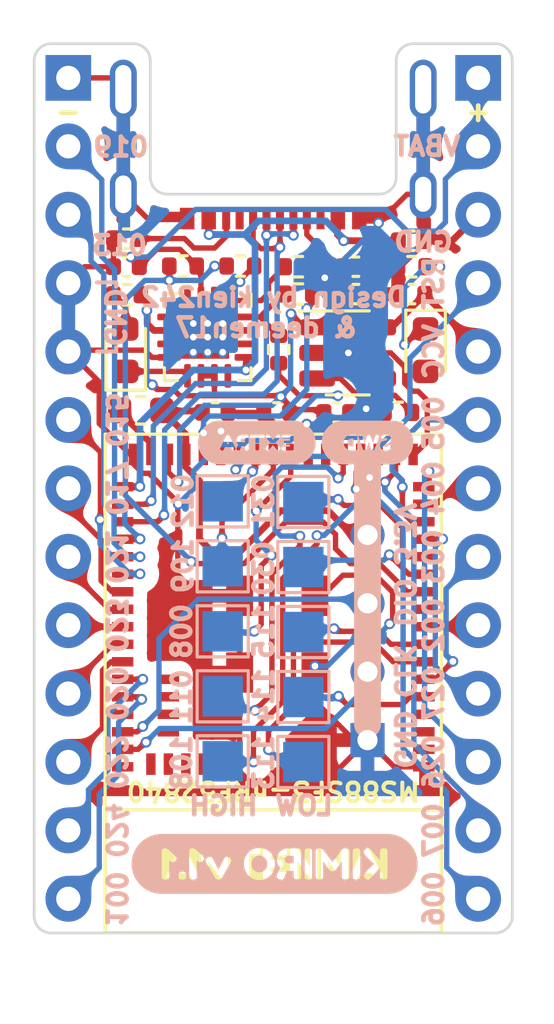
<source format=kicad_pcb>
(kicad_pcb (version 20211014) (generator pcbnew)
  (layers (0 "F.Cu" signal) (31 "B.Cu" signal) (34 "B.Paste" user) (35 "F.Paste" user) (36 "B.SilkS" user "B.Silkscreen") (37 "F.SilkS" user "F.Silkscreen") (38 "B.Mask" user) (39 "F.Mask" user) (44 "Edge.Cuts" user))
  (net 0 "")
  (net 1 "VBUS")
  (net 2 "GND")
  (net 3 "VDDH")
  (net 4 "VBAT")
  (net 5 "BATTERY_PIN")
  (net 6 "VCC")
  (net 7 "Net-(D2-Pad1)")
  (net 8 "D+")
  (net 9 "D-")
  (net 10 "DCCH")
  (net 11 "POWER_PIN")
  (net 12 "SWCLK")
  (net 13 "SWDIO")
  (net 14 "BLUE_LED")
  (net 15 "RST")
  (net 16 "Net-(J1-PadA5)")
  (net 17 "Net-(J1-PadB5)")
  (net 18 "Net-(R3-Pad1)")
  (net 19 "Net-(D1-Pad2)")
  (net 20 "Net-(D1-Pad1)")
  (net 21 "VDD")
  (net 22 "CHARGE_CTRL_1")
  (net 23 "CHARGE_CTRL_2")
  (net 24 "Net-(R4-Pad2)")
  (net 27 "P0.19")
  (net 28 "P0.25")
  (net 29 "P1.00")
  (net 30 "P0.24")
  (net 31 "P0.22")
  (net 32 "P0.20")
  (net 33 "P0.23")
  (net 34 "P0.21")
  (net 35 "P0.17")
  (net 36 "P0.15")
  (net 37 "P0.13")
  (net 38 "P0.12")
  (net 39 "P1.09")
  (net 40 "P0.08")
  (net 41 "P0.11")
  (net 42 "P1.08")
  (net 43 "P0.06")
  (net 44 "P0.07")
  (net 45 "P0.26")
  (net 46 "P0.05")
  (net 47 "P0.27")
  (net 48 "P0.31")
  (net 49 "P0.30")
  (net 50 "P0.29")
  (net 51 "P0.02")
  (net 52 "P1.15")
  (net 53 "P1.13")
  (net 54 "P0.03")
  (net 55 "P1.14")
  (net 56 "P1.10")
  (net 57 "P1.12")
  (net 58 "P1.11")
  (net 59 "P0.04")
  (footprint "kibuzzard-623091BE" (layer "F.Cu") (at 76.2508 63.4746)
    (fp_text reference "kibuzzard-623091BE" hide)
    (fp_text value "G***" hide)
  )
  (footprint "Capacitor_SMD:C_0402_1005Metric" (layer "F.Cu") (at 81.3308 40.3352)
    (fp_text reference "C1")
    (fp_text value "1uF")
  )
  (footprint "Inductor_SMD:L_0603_1608Metric" (layer "F.Cu") (at 71.2724 46.6344)
    (fp_text reference "L1")
    (fp_text value "10uH")
  )
  (footprint "Resistor_SMD:R_0402_1005Metric" (layer "F.Cu") (at 80.8482 46.7106)
    (fp_text reference "R9")
    (fp_text value "10K")
  )
  (footprint "Package_TO_SOT_SMD:SOT-23-5" (layer "F.Cu") (at 78.9686 44.5008)
    (fp_text reference "U3")
    (fp_text value "XC6220B331MR")
  )
  (footprint "Sakura-library:Conn_1x04_P2.54mm" (layer "F.Cu") (at 79.7052 55.0672 90)
    (fp_text reference "SWD1")
    (fp_text value "SWD-STM32-4Pin")
  )
  (footprint "Package_DFN_QFN:VQFN-16-1EP_3x3mm_P0.5mm_EP1.6x1.6mm" (layer "F.Cu") (at 73.7616 43.9166 -90)
    (fp_text reference "U1")
    (fp_text value "BQ24075RGT")
  )
  (footprint "LED_SMD:LED_0603_1608Metric" (layer "F.Cu") (at 81.8642 44.3992 -90)
    (fp_text reference "D2")
    (fp_text value "BLUE")
  )
  (footprint "Capacitor_SMD:C_0402_1005Metric" (layer "F.Cu") (at 79.2714 41.3004)
    (fp_text reference "R1")
    (fp_text value "5.1K")
  )
  (footprint "Resistor_SMD:R_0402_1005Metric" (layer "F.Cu") (at 77.1398 42.3164)
    (fp_text reference "R5")
    (fp_text value "3.9k")
  )
  (footprint "Resistor_SMD:R_0402_1005Metric" (layer "F.Cu") (at 77.1378 41.3004)
    (fp_text reference "R3")
    (fp_text value "10k")
  )
  (footprint "Kimiro-library:Conn_1x13_P2.54mm" (layer "F.Cu") (at 68.58 34.29)
    (fp_text reference "J2")
    (fp_text value "Left")
  )
  (footprint "Capacitor_SMD:C_0402_1005Metric" (layer "F.Cu") (at 78.5622 46.7106)
    (fp_text reference "C2")
    (fp_text value "4.7uF")
  )
  (footprint "Resistor_SMD:R_0402_1005Metric" (layer "F.Cu") (at 81.3542 41.3004)
    (fp_text reference "R10")
    (fp_text value "1K")
  )
  (footprint "Capacitor_SMD:C_0402_1005Metric" (layer "F.Cu") (at 74.041 46.7106)
    (fp_text reference "C7")
    (fp_text value "10uF")
  )
  (footprint "Resistor_SMD:R_0402_1005Metric" (layer "F.Cu") (at 72.8452 41.275 180)
    (fp_text reference "R7")
    (fp_text value "820K")
  )
  (footprint "Capacitor_SMD:C_0402_1005Metric" (layer "F.Cu") (at 70.739 41.3004)
    (fp_text reference "C3")
    (fp_text value "4.7uF")
  )
  (footprint "LED_SMD:LED_0603_1608Metric" (layer "F.Cu") (at 70.7136 44.3992 90)
    (fp_text reference "D1")
    (fp_text value "RED")
  )
  (footprint "Resistor_SMD:R_0402_1005Metric" (layer "F.Cu") (at 76.4032 44.3738 90)
    (fp_text reference "R4")
    (fp_text value "10k")
  )
  (footprint "Resistor_SMD:R_0402_1005Metric" (layer "F.Cu") (at 70.7644 42.3418 180)
    (fp_text reference "R6")
    (fp_text value "10k")
  )
  (footprint "kien242:MS88SF3-nRF52840" (layer "F.Cu") (at 76.2 56.769 180)
    (fp_text reference "U2")
    (fp_text value "MS88FS3")
  )
  (footprint "Resistor_SMD:R_0402_1005Metric" (layer "F.Cu") (at 74.9788 41.275)
    (fp_text reference "R8")
    (fp_text value "2M")
  )
  (footprint "Capacitor_SMD:C_0402_1005Metric" (layer "F.Cu") (at 79.2734 42.3164 180)
    (fp_text reference "C4")
    (fp_text value "10uF")
  )
  (footprint "Capacitor_SMD:C_0402_1005Metric" (layer "F.Cu") (at 81.3562 42.3164)
    (fp_text reference "C5")
    (fp_text value "4.7uF")
  )
  (footprint "footprints:USB-C_C168688" (layer "F.Cu") (at 76.2 32.512)
    (fp_text reference "J1" hide)
    (fp_text value "USB_C_Left")
  )
  (footprint "Capacitor_SMD:C_0402_1005Metric" (layer "F.Cu") (at 70.739 40.259)
    (fp_text reference "R2")
    (fp_text value "5.1K")
  )
  (footprint "Kimiro-library:Conn_1x13_P2.54mm" (layer "F.Cu") (at 83.82 34.29)
    (fp_text reference "J3")
    (fp_text value "Right")
  )
  (footprint "Capacitor_SMD:C_0402_1005Metric" (layer "F.Cu") (at 76.327 46.7106 180)
    (fp_text reference "C6")
    (fp_text value "0.1uF")
  )
  (footprint "TestPoint:TestPoint_Pad_1.5x1.5mm" (layer "B.Cu") (at 74.3204 50.0126 -90)
    (fp_text reference "TP4" hide)
    (fp_text value "TestPoint")
  )
  (footprint "TestPoint:TestPoint_Pad_1.5x1.5mm" (layer "B.Cu") (at 77.3195 54.864 -90)
    (fp_text reference "TP10" hide)
    (fp_text value "TestPoint")
  )
  (footprint "TestPoint:TestPoint_Pad_1.5x1.5mm" (layer "B.Cu") (at 74.3204 59.6646 -90)
    (fp_text reference "TP5" hide)
    (fp_text value "TestPoint")
  )
  (footprint "TestPoint:TestPoint_Pad_1.5x1.5mm" (layer "B.Cu") (at 74.3204 57.2516 -90)
    (fp_text reference "TP2" hide)
    (fp_text value "TestPoint")
  )
  (footprint "kibuzzard-62308F5E" (layer "B.Cu") (at 79.7052 47.8282 180)
    (fp_text reference "kibuzzard-62308F5E" hide)
    (fp_text value "G***" hide)
  )
  (footprint "TestPoint:TestPoint_Pad_1.5x1.5mm" (layer "B.Cu") (at 74.3204 52.4256 -90)
    (fp_text reference "TP1" hide)
    (fp_text value "TestPoint")
  )
  (footprint "TestPoint:TestPoint_Pad_1.5x1.5mm" (layer "B.Cu") (at 74.3204 54.8386 -90)
    (fp_text reference "TP3" hide)
    (fp_text value "TestPoint")
  )
  (footprint "TestPoint:TestPoint_Pad_1.5x1.5mm" (layer "B.Cu") (at 77.3195 52.451 -90)
    (fp_text reference "TP6" hide)
    (fp_text value "TestPoint")
  )
  (footprint "kibuzzard-6230908B" (layer "B.Cu") (at 76.2508 63.4746 180)
    (fp_text reference "kibuzzard-6230908B" hide)
    (fp_text value "G***" hide)
  )
  (footprint "TestPoint:TestPoint_Pad_1.5x1.5mm" (layer "B.Cu") (at 77.3195 59.69 -90)
    (fp_text reference "TP8" hide)
    (fp_text value "TestPoint")
  )
  (footprint "TestPoint:TestPoint_Pad_1.5x1.5mm" (layer "B.Cu") (at 77.3195 57.277 -90)
    (fp_text reference "TP7" hide)
    (fp_text value "TestPoint")
  )
  (footprint "TestPoint:TestPoint_Pad_1.5x1.5mm" (layer "B.Cu") (at 77.3195 50.038 -90)
    (fp_text reference "TP9" hide)
    (fp_text value "TestPoint")
  )
  (footprint "kibuzzard-62308F3A" (layer "B.Cu") (at 75.5904 47.8282 180)
    (fp_text reference "kibuzzard-62308F3A" hide)
    (fp_text value "G***" hide)
  )
  (gr_line (start 70.358 44.45) (end 70.358 44.2976) (layer "B.SilkS") (width 0.15))
  (gr_line (start 70.358 41.8846) (end 70.358 42.037) (layer "B.SilkS") (width 0.15))
  (gr_line (start 79.7052 48.5902) (end 79.7052 58.293) (layer "B.SilkS") (width 1))
  (gr_line (start 69.6468 44.45) (end 70.358 44.45) (layer "B.SilkS") (width 0.15))
  (gr_line (start 69.6468 41.8846) (end 70.358 41.8846) (layer "B.SilkS") (width 0.15))
  (gr_arc (start 70.993 33.02) (mid 71.442013 33.205987) (end 71.628 33.655) (layer "Edge.Cuts") (width 0.1))
  (gr_arc (start 85.09 65.405) (mid 84.904013 65.854013) (end 84.455 66.04) (layer "Edge.Cuts") (width 0.1))
  (gr_line (start 81.407 33.02) (end 84.455 33.02) (layer "Edge.Cuts") (width 0.1))
  (gr_line (start 85.09 65.405) (end 85.09 33.655) (layer "Edge.Cuts") (width 0.1))
  (gr_arc (start 80.772 33.655) (mid 80.957987 33.205987) (end 81.407 33.02) (layer "Edge.Cuts") (width 0.1))
  (gr_line (start 80.772 33.655) (end 80.772 37.973) (layer "Edge.Cuts") (width 0.1))
  (gr_arc (start 80.772 37.973) (mid 80.586013 38.422013) (end 80.137 38.608) (layer "Edge.Cuts") (width 0.1))
  (gr_line (start 67.945 66.04) (end 84.455 66.04) (layer "Edge.Cuts") (width 0.1))
  (gr_line (start 72.263 38.608) (end 80.137 38.608) (layer "Edge.Cuts") (width 0.1))
  (gr_line (start 70.993 33.02) (end 67.945 33.02) (layer "Edge.Cuts") (width 0.1))
  (gr_arc (start 67.31 33.655) (mid 67.495987 33.205987) (end 67.945 33.02) (layer "Edge.Cuts") (width 0.1))
  (gr_line (start 67.31 33.655) (end 67.31 65.405) (layer "Edge.Cuts") (width 0.1))
  (gr_arc (start 72.263 38.608) (mid 71.813987 38.422013) (end 71.628 37.973) (layer "Edge.Cuts") (width 0.1))
  (gr_line (start 71.628 33.655) (end 71.628 37.973) (layer "Edge.Cuts") (width 0.1))
  (gr_arc (start 84.455 33.02) (mid 84.904013 33.205987) (end 85.09 33.655) (layer "Edge.Cuts") (width 0.1))
  (gr_arc (start 67.945 66.04) (mid 67.495987 65.854013) (end 67.31 65.405) (layer "Edge.Cuts") (width 0.1))
  (gr_text "002" (at 82.169 54.61 90) (layer "B.SilkS") (effects (font (size 0.7 0.7) (thickness 0.175)) (justify mirror)))
  (gr_text "003" (at 82.169 52.07 90) (layer "B.SilkS") (effects (font (size 0.7 0.7) (thickness 0.175)) (justify mirror)))
  (gr_text "008" (at 72.7964 54.8386 90) (layer "B.SilkS") (effects (font (size 0.7 0.7) (thickness 0.175)) (justify mirror)))
  (gr_text "VCC" (at 82.169 44.45 90) (layer "B.SilkS") (effects (font (size 0.7 0.7) (thickness 0.175)) (justify mirror)))
  (gr_text "027" (at 82.169 57.15 90) (layer "B.SilkS") (effects (font (size 0.7 0.7) (thickness 0.175)) (justify mirror)))
  (gr_text "DIO" (at 81.0768 53.7718 270) (layer "B.SilkS") (effects (font (size 0.7 0.7) (thickness 0.175)) (justify mirror)))
  (gr_text "023" (at 70.358 54.61 270) (layer "B.SilkS") (effects (font (size 0.7 0.7) (thickness 0.175)) (justify mirror)))
  (gr_text "Design by kien242 \n& deemen17" (at 75.946 43.0022) (layer "B.SilkS") (effects (font (size 0.7 0.7) (thickness 0.175)) (justify mirror)))
  (gr_text "113" (at 75.8444 59.7154 90) (layer "B.SilkS") (effects (font (size 0.7 0.7) (thickness 0.175)) (justify mirror)))
  (gr_text "011" (at 72.7964 57.277 90) (layer "B.SilkS") (effects (font (size 0.7 0.7) (thickness 0.175)) (justify mirror)))
  (gr_text "109" (at 72.8472 52.4002 90) (layer "B.SilkS") (effects (font (size 0.7 0.7) (thickness 0.175)) (justify mirror)))
  (gr_text "3.3V" (at 81.0768 51.2318 270) (layer "B.SilkS") (effects (font (size 0.7 0.7) (thickness 0.175)) (justify mirror)))
  (gr_text "019" (at 70.5358 36.8554) (layer "B.SilkS") (effects (font (size 0.7 0.7) (thickness 0.175)) (justify mirror)))
  (gr_text "012" (at 72.8472 50.0126 90) (layer "B.SilkS") (effects (font (size 0.7 0.7) (thickness 0.175)) (justify mirror)))
  (gr_text "021" (at 70.358 52.07 270) (layer "B.SilkS") (effects (font (size 0.7 0.7) (thickness 0.175)) (justify mirror)))
  (gr_text "007" (at 82.169 62.23 90) (layer "B.SilkS") (effects (font (size 0.7 0.7) (thickness 0.175)) (justify mirror)))
  (gr_text "RST" (at 82.169 41.91 90) (layer "B.SilkS") (effects (font (size 0.7 0.7) (thickness 0.175)) (justify mirror)))
  (gr_text "020" (at 70.358 57.15 270) (layer "B.SilkS") (effects (font (size 0.7 0.7) (thickness 0.175)) (justify mirror)))
  (gr_text "100" (at 70.358 64.77 270) (layer "B.SilkS") (effects (font (size 0.7 0.7) (thickness 0.175)) (justify mirror)))
  (gr_text "015" (at 70.358 46.99 270) (layer "B.SilkS") (effects (font (size 0.7 0.7) (thickness 0.175)) (justify mirror)))
  (gr_text "026" (at 82.169 59.69 90) (layer "B.SilkS") (effects (font (size 0.7 0.7) (thickness 0.175)) (justify mirror)))
  (gr_text "108" (at 72.7964 59.7154 90) (layer "B.SilkS") (effects (font (size 0.7 0.7) (thickness 0.175)) (justify mirror)))
  (gr_text "004" (at 82.169 49.53 90) (layer "B.SilkS") (effects (font (size 0.7 0.7) (thickness 0.175)) (justify mirror)))
  (gr_text "030" (at 75.8444 52.5018 90) (layer "B.SilkS") (effects (font (size 0.7 0.7) (thickness 0.175)) (justify mirror)))
  (gr_text "017" (at 70.358 49.53 270) (layer "B.SilkS") (effects (font (size 0.7 0.7) (thickness 0.175)) (justify mirror)))
  (gr_text "GND" (at 81.0768 58.8518 270) (layer "B.SilkS") (effects (font (size 0.7 0.7) (thickness 0.175)) (justify mirror)))
  (gr_text "114" (at 75.8444 57.2262 90) (layer "B.SilkS") (effects (font (size 0.7 0.7) (thickness 0.175)) (justify mirror)))
  (gr_text "115" (at 75.8444 54.8386 90) (layer "B.SilkS") (effects (font (size 0.7 0.7) (thickness 0.175)) (justify mirror)))
  (gr_text "VBAT" (at 81.915 36.83) (layer "B.SilkS") (effects (font (size 0.7 0.7) (thickness 0.175)) (justify mirror)))
  (gr_text "LOW" (at 77.343 61.3156) (layer "B.SilkS") (effects (font (size 0.7 0.7) (thickness 0.175)) (justify mirror)))
  (gr_text "013" (at 70.485 40.513) (layer "B.SilkS") (effects (font (size 0.7 0.7) (thickness 0.175)) (justify mirror)))
  (gr_text "005" (at 82.169 47.117 90) (layer "B.SilkS") (effects (font (size 0.7 0.7) (thickness 0.175)) (justify mirror)))
  (gr_text "GND" (at 81.788 40.386) (layer "B.SilkS") (effects (font (size 0.7 0.7) (thickness 0.175)) (justify mirror)))
  (gr_text "CLK" (at 81.0768 56.3118 270) (layer "B.SilkS") (effects (font (size 0.7 0.7) (thickness 0.175)) (justify mirror)))
  (gr_text "GND" (at 70.3072 43.18 270) (layer "B.SilkS") (effects (font (size 0.7 0.7) (thickness 0.175)) (justify mirror)))
  (gr_text "HIGH" (at 74.3458 61.3156) (layer "B.SilkS") (effects (font (size 0.7 0.7) (thickness 0.175)) (justify mirror)))
  (gr_text "022" (at 70.358 59.69 270) (layer "B.SilkS") (effects (font (size 0.7 0.7) (thickness 0.175)) (justify mirror)))
  (gr_text "024" (at 70.358 62.23 270) (layer "B.SilkS") (effects (font (size 0.7 0.7) (thickness 0.175)) (justify mirror)))
  (gr_text "006" (at 82.169 64.77 90) (layer "B.SilkS") (effects (font (size 0.7 0.7) (thickness 0.175)) (justify mirror)))
  (gr_text "031" (at 75.8444 50.0126 90) (layer "B.SilkS") (effects (font (size 0.7 0.7) (thickness 0.175)) (justify mirror)))
  (gr_text "-" (at 68.58 35.5346) (layer "F.SilkS") (effects (font (size 0.7 0.7) (thickness 0.175))))
  (gr_text "+" (at 83.82 35.5346) (layer "F.SilkS") (effects (font (size 0.7 0.7) (thickness 0.175))))
  (segment (start 78.8162 40.3352) (end 78.5876 40.1066) (width 0.25) (layer "F.Cu") (net 1))
  (segment (start 73.8 40.0942) (end 73.8 39.512) (width 0.25) (layer "F.Cu") (net 1))
  (segment (start 78.5876 40.1066) (end 78.5876 39.5244) (width 0.25) (layer "F.Cu") (net 1))
  (segment (start 78.5876 39.4996) (end 78.6 39.512) (width 0.3) (layer "F.Cu") (net 1))
  (segment (start 75.1991 45.1207) (end 75.184 45.1358) (width 0.25) (layer "F.Cu") (net 1))
  (segment (start 71.240243 49.458806) (end 71.230049 49.469) (width 0.25) (layer "F.Cu") (net 1))
  (segment (start 73.812408 40.106608) (end 73.8 40.0942) (width 0.25) (layer "F.Cu") (net 1))
  (segment (start 80.8508 40.3352) (end 78.8162 40.3352) (width 0.25) (layer "F.Cu") (net 1))
  (segment (start 75.1991 44.6666) (end 75.1991 45.1207) (width 0.25) (layer "F.Cu") (net 1))
  (segment (start 71.230049 49.469) (end 70.6 49.469) (width 0.25) (layer "F.Cu") (net 1))
  (segment (start 78.5876 39.5244) (end 78.6 39.512) (width 0.25) (layer "F.Cu") (net 1))
  (via (at 78.8162 40.3352) (size 0.4) (drill 0.25) (layers "F.Cu" "B.Cu") (net 1))
  (via (at 73.812408 40.106608) (size 0.4) (drill 0.25) (layers "F.Cu" "B.Cu") (net 1))
  (via (at 75.184 45.1358) (size 0.4) (drill 0.25) (layers "F.Cu" "B.Cu") (net 1))
  (via (at 71.240243 49.458806) (size 0.4) (drill 0.25) (layers "F.Cu" "B.Cu") (net 1))
  (segment (start 75.6539 39.5986) (end 75.145892 40.106608) (width 0.25) (layer "B.Cu") (net 1))
  (segment (start 75.133208 40.106608) (end 75.145908 40.106608) (width 0.25) (layer "B.Cu") (net 1))
  (segment (start 75.52148 40.48218) (end 75.52148 44.79832) (width 0.25) (layer "B.Cu") (net 1))
  (segment (start 78.8162 40.259) (end 78.1558 39.5986) (width 0.25) (layer "B.Cu") (net 1))
  (segment (start 73.812408 40.106608) (end 73.812416 40.1066) (width 0.25) (layer "B.Cu") (net 1))
  (segment (start 71.240243 49.458806) (end 71.247 49.452049) (width 0.25) (layer "B.Cu") (net 1))
  (segment (start 73.218821 45.1358) (end 75.184 45.1358) (width 0.25) (layer "B.Cu") (net 1))
  (segment (start 75.145908 40.106608) (end 75.52148 40.48218) (width 0.25) (layer "B.Cu") (net 1))
  (segment (start 75.2094 45.1358) (end 75.184 45.1358) (width 0.25) (layer "B.Cu") (net 1))
  (segment (start 71.240243 49.458806) (end 71.302705 49.521268) (width 0.25) (layer "B.Cu") (net 1))
  (segment (start 78.1558 39.5986) (end 75.6539 39.5986) (width 0.25) (layer "B.Cu") (net 1))
  (segment (start 75.52148 44.79832) (end 75.184 45.1358) (width 0.25) (layer "B.Cu") (net 1))
  (segment (start 71.247 47.107621) (end 73.218821 45.1358) (width 0.25) (layer "B.Cu") (net 1))
  (segment (start 71.247 49.452049) (end 71.247 47.107621) (width 0.25) (layer "B.Cu") (net 1))
  (segment (start 75.145892 40.106608) (end 73.812408 40.106608) (width 0.25) (layer "B.Cu") (net 1))
  (segment (start 78.8162 40.3352) (end 78.8162 40.259) (width 0.25) (layer "B.Cu") (net 1))
  (segment (start 72.652489 50.131111) (end 72.652489 52.738889) (width 0.2) (layer "F.Cu") (net 2))
  (segment (start 71.5772 48.9712) (end 71.3486 48.9712) (width 0.2) (layer "F.Cu") (net 2))
  (segment (start 77.26688 47.32012) (end 77.4446 47.1424) (width 0.2) (layer "F.Cu") (net 2))
  (segment (start 81.8108 40.383941) (end 81.8108 40.3352) (width 0.25) (layer "F.Cu") (net 2))
  (segment (start 68.58 34.29) (end 70.2027 34.29) (width 0.2) (layer "F.Cu") (net 2))
  (segment (start 72.3241 43.1666) (end 73.0116 42.4791) (width 0.2) (layer "F.Cu") (net 2))
  (segment (start 81.08968 45.63128) (end 81.08968 45.02168) (width 0.2) (layer "F.Cu") (net 2))
  (segment (start 80.639711 53.385511) (end 80.639711 54.448109) (width 0.2) (layer "F.Cu") (net 2))
  (segment (start 78.7908 52.7558) (end 80.008598 52.7558) (width 0.2) (layer "F.Cu") (net 2))
  (segment (start 79.7534 42.3164) (end 80.8762 42.3164) (width 0.25) (layer "F.Cu") (net 2))
  (segment (start 71 48.6226) (end 71 48.269) (width 0.2) (layer "F.Cu") (net 2))
  (segment (start 79.5189 46.7106) (end 79.6544 46.5751) (width 0.2) (layer "F.Cu") (net 2))
  (segment (start 80.8762 42.3164) (end 80.8762 41.3324) (width 0.25) (layer "F.Cu") (net 2))
  (segment (start 68.6308 44.3992) (end 68.58 44.45) (width 0.2) (layer "F.Cu") (net 2))
  (segment (start 81.8108 38.6475) (end 81.7753 38.612) (width 0.25) (layer "F.Cu") (net 2))
  (segment (start 70.2027 34.29) (end 70.6247 34.712) (width 0.2) (layer "F.Cu") (net 2))
  (segment (start 74.96364 41.80016) (end 75.4888 41.275) (width 0.2) (layer "F.Cu") (net 2))
  (segment (start 69.1896 41.3004) (end 68.58 41.91) (width 0.2) (layer "F.Cu") (net 2))
  (segment (start 80.8442 41.3004) (end 80.894341 41.3004) (width 0.25) (layer "F.Cu") (net 2))
  (segment (start 79.7514 41.3004) (end 80.8442 41.3004) (width 0.25) (layer "F.Cu") (net 2))
  (segment (start 81.175181 38.612) (end 81.7753 38.612) (width 0.2) (layer "F.Cu") (net 2))
  (segment (start 73.015573 43.4086) (end 72.773573 43.1666) (width 0.2) (layer "F.Cu") (net 2))
  (segment (start 75.311 60.4012) (end 78.1812 60.4012) (width 0.2) (layer "F.Cu") (net 2))
  (segment (start 71.4248 44.3992) (end 68.6308 44.3992) (width 0.2) (layer "F.Cu") (net 2))
  (segment (start 80.008598 52.7558) (end 80.145874 52.893076) (width 0.2) (layer "F.Cu") (net 2))
  (segment (start 80.114 39.673181) (end 81.175181 38.612) (width 0.2) (layer "F.Cu") (net 2))
  (segment (start 69.729511 45.574111) (end 68.6054 44.45) (width 0.2) (layer "F.Cu") (net 2))
  (segment (start 72.6186 50.0126) (end 71.5772 48.9712) (width 0.2) (layer "F.Cu") (net 2))
  (segment (start 70.259 41.3004) (end 69.1896 41.3004) (width 0.2) (layer "F.Cu") (net 2))
  (segment (start 72.37362 44.61708) (end 73.08652 44.61708) (width 0.2) (layer "F.Cu") (net 2))
  (segment (start 80.147276 52.893076) (end 80.639711 53.385511) (width 0.2) (layer "F.Cu") (net 2))
  (segment (start 70.259 41.3004) (end 70.259 40.259) (width 0.2) (layer "F.Cu") (net 2))
  (segment (start 81.8 59.869) (end 80.697 59.869) (width 0.2) (layer "F.Cu") (net 2))
  (segment (start 81.4 48.269) (end 81.4488 48.269) (width 0.2) (layer "F.Cu") (net 2))
  (segment (start 71 48.269) (end 70.875 48.269) (width 0.2) (layer "F.Cu") (net 2))
  (segment (start 81.58532 45.92372) (end 81.38212 45.92372) (width 0.2) (layer "F.Cu") (net 2))
  (segment (start 81.38212 45.92372) (end 81.08968 45.63128) (width 0.2) (layer "F.Cu") (net 2))
  (segment (start 72.3241 44.6666) (end 71.6922 44.6666) (width 0.2) (layer "F.Cu") (net 2))
  (segment (start 70.6247 39.8933) (end 70.259 40.259) (width 0.2) (layer "F.Cu") (net 2))
  (segment (start 77.8311 44.5008) (end 78.994 44.5008) (width 0.2) (layer "F.Cu") (net 2))
  (segment (start 80.5688 44.5008) (end 78.994 44.5008) (width 0.2) (layer "F.Cu") (net 2))
  (segment (start 81.4488 48.269) (end 81.92772 47.79008) (width 0.2) (layer "F.Cu") (net 2))
  (segment (start 68.58 41.91) (end 68.58 44.45) (width 0.2) (layer "F.Cu") (net 2))
  (segment (start 78.994 43.0758) (end 79.7534 42.3164) (width 0.2) (layer "F.Cu") (net 2))
  (segment (start 80.145874 52.893076) (end 80.147276 52.893076) (width 0.2) (layer "F.Cu") (net 2))
  (segment (start 80.8762 41.3324) (end 80.8442 41.3004) (width 0.25) (layer "F.Cu") (net 2))
  (segment (start 73.7616 43.942) (end 74.037 43.6666) (width 0.2) (layer "F.Cu") (net 2))
  (segment (start 79.0422 46.7106) (end 79.5189 46.7106) (width 0.2) (layer "F.Cu") (net 2))
  (segment (start 73 39.512) (end 71.5247 39.512) (width 0.2) (layer "F.Cu") (net 2))
  (segment (start 73.4326 53.519) (end 74.95 53.519) (width 0.2) (layer "F.Cu") (net 2))
  (segment (start 70.6247 38.612) (end 70.6247 39.8933) (width 0.2) (layer "F.Cu") (net 2))
  (segment (start 78.115789 41.711713) (end 77.704476 41.3004) (width 0.2) (layer "F.Cu") (net 2))
  (segment (start 71.6922 44.6666) (end 71.4248 44.3992) (width 0.2) (layer "F.Cu") (net 2))
  (segment (start 79.7514 42.3144) (end 79.7534 42.3164) (width 0.25) (layer "F.Cu") (net 2))
  (segment (start 77.704476 41.3004) (end 77.6478 41.3004) (width 0.2) (layer "F.Cu") (net 2))
  (segment (start 80.894341 41.3004) (end 81.8108 40.383941) (width 0.25) (layer "F.Cu") (net 2))
  (segment (start 78.994 44.5008) (end 78.994 43.0758) (width 0.2) (layer "F.Cu") (net 2))
  (segment (start 74.037 43.6666) (end 75.1991 43.6666) (width 0.2) (layer "F.Cu") (net 2))
  (segment (start 78.0276 53.519) (end 78.7908 52.7558) (width 0.2) (layer "F.Cu") (net 2))
  (segment (start 81.8108 40.3352) (end 81.8108 38.6475) (width 0.25) (layer "F.Cu") (net 2))
  (segment (start 77.75 57.43) (end 79.1972 58.8772) (width 0.2) (layer "F.Cu") (net 2))
  (segment (start 77.75 56.369) (end 77.75 57.43) (width 0.2) (layer "F.Cu") (net 2))
  (segment (start 79.7514 41.3004) (end 79.7514 42.3144) (width 0.25) (layer "F.Cu") (net 2))
  (segment (start 80.639711 54.448109) (end 80.52862 54.5592) (width 0.2) (layer "F.Cu") (net 2))
  (segment (start 81.8108 40.3352) (end 82.8548 40.3352) (width 0.25) (layer "F.Cu") (net 2))
  (segment (start 71.5247 39.512) (end 70.6247 38.612) (width 0.2) (layer "F.Cu") (net 2))
  (segment (start 81.92772 46.26612) (end 81.58532 45.92372) (width 0.2) (layer "F.Cu") (net 2))
  (segment (start 80.114 39.673181) (end 79.952819 39.512) (width 0.2) (layer "F.Cu") (net 2))
  (segment (start 74.95 56.369) (end 74.95 60.0402) (width 0.2) (layer "F.Cu") (net 2))
  (segment (start 75.847 46.7106) (end 76.45652 47.32012) (width 0.2) (layer "F.Cu") (net 2))
  (segment (start 74.95 56.369) (end 74.95 53.519) (width 0.2) (layer "F.Cu") (net 2))
  (segment (start 80.697 59.869) (end 79.7052 58.8772) (width 0.2) (layer "F.Cu") (net 2))
  (segment (start 79.952819 39.512) (end 79.4 39.512) (width 0.2) (layer "F.Cu") (net 2))
  (segment (start 79.1972 58.8772) (end 79.7052 58.8772) (width 0.2) (layer "F.Cu") (net 2))
  (segment (start 70.6247 38.612) (end 70.6247 34.712) (width 0.2) (layer "F.Cu") (net 2))
  (segment (start 74.521 46.7106) (end 75.847 46.7106) (width 0.2) (layer "F.Cu") (net 2))
  (segment (start 78.1812 60.4012) (end 79.7052 58.8772) (width 0.2) (layer "F.Cu") (net 2))
  (segment (start 81.92772 47.79008) (end 81.92772 46.26612) (width 0.2) (layer "F.Cu") (net 2))
  (segment (start 82.8548 40.3352) (end 83.82 39.37) (width 0.25) (layer "F.Cu") (net 2))
  (segment (start 81.7753 38.612) (end 81.7753 34.712) (width 0.2) (layer "F.Cu") (net 2))
  (segment (start 72.773573 43.1666) (end 72.3241 43.1666) (width 0.2) (layer "F.Cu") (net 2))
  (segment (start 76.45652 47.32012) (end 77.26688 47.32012) (width 0.2) (layer "F.Cu") (net 2))
  (segment (start 69.729511 47.123511) (end 69.729511 45.574111) (width 0.2) (layer "F.Cu") (net 2))
  (segment (start 77.75 53.519) (end 78.0276 53.519) (width 0.2) (layer "F.Cu") (net 2))
  (segment (start 71.3486 48.9712) (end 71 48.6226) (width 0.2) (layer "F.Cu") (net 2))
  (segment (start 72.6694 50.1142) (end 72.6186 50.0634) (width 0.2) (layer "F.Cu") (net 2))
  (segment (start 73.08652 44.61708) (end 73.2282 44.4754) (width 0.2) (layer "F.Cu") (net 2))
  (segment (start 73 39.512) (end 72.9134 39.5986) (width 0.2) (layer "F.Cu") (net 2))
  (segment (start 81.08968 45.02168) (end 80.5688 44.5008) (width 0.2) (layer "F.Cu") (net 2))
  (segment (start 70.875 48.269) (end 69.729511 47.123511) (width 0.2) (layer "F.Cu") (net 2))
  (segment (start 74.96364 41.855698) (end 74.96364 41.80016) (width 0.2) (layer "F.Cu") (net 2))
  (segment (start 72.3241 44.6666) (end 72.37362 44.61708) (width 0.2) (layer "F.Cu") (net 2))
  (segment (start 72.6694 50.1142) (end 72.652489 50.131111) (width 0.2) (layer "F.Cu") (net 2))
  (segment (start 72.6186 50.0634) (end 72.6186 50.0126) (width 0.2) (layer "F.Cu") (net 2))
  (segment (start 68.6054 44.45) (end 68.58 44.45) (width 0.2) (layer "F.Cu") (net 2))
  (segment (start 74.95 60.0402) (end 75.311 60.4012) (width 0.2) (layer "F.Cu") (net 2))
  (segment (start 72.652489 52.738889) (end 73.4326 53.519) (width 0.2) (layer "F.Cu") (net 2))
  (via (at 74.3204 43.9166) (size 0.4) (drill 0.25) (layers "F.Cu" "B.Cu") (net 2))
  (via (at 79.6544 46.5751) (size 0.4) (drill 0.25) (layers "F.Cu" "B.Cu") (net 2))
  (via (at 74.3204 44.4754) (size 0.4) (drill 0.25) (layers "F.Cu" "B.Cu") (net 2))
  (via (at 74.3204 43.4086) (size 0.4) (drill 0.25) (layers "F.Cu" "B.Cu") (net 2))
  (via (at 80.114 39.673181) (size 0.4) (drill 0.25) (layers "F.Cu" "B.Cu") (net 2))
  (via (at 73.7616 44.4754) (size 0.4) (drill 0.25) (layers "F.Cu" "B.Cu") (net 2))
  (via (at 74.96364 41.855698) (size 0.4) (drill 0.25) (layers "F.Cu" "B.Cu") (net 2))
  (via (at 77.4446 47.1424) (size 0.4) (drill 0.25) (layers "F.Cu" "B.Cu") (net 2))
  (via (at 73.7616 43.4086) (size 0.4) (drill 0.25) (layers "F.Cu" "B.Cu") (net 2))
  (via (at 78.115789 41.711713) (size 0.4) (drill 0.25) (layers "F.Cu" "B.Cu") (net 2))
  (via (at 77.75 56.127498) (size 0.4) (drill 0.25) (layers "F.Cu" "B.Cu") (net 2))
  (via (at 80.52862 54.5592) (size 0.4) (drill 0.25) (layers "F.Cu" "B.Cu") (net 2))
  (via (at 73.7616 43.9166) (size 0.4) (drill 0.25) (layers "F.Cu" "B.Cu") (net 2))
  (via (at 78.994 44.5008) (size 0.4) (drill 0.25) (layers "F.Cu" "B.Cu") (net 2))
  (via (at 73.2282 43.9166) (size 0.4) (drill 0.25) (layers "F.Cu" "B.Cu") (net 2))
  (via (at 72.6694 50.1142) (size 0.4) (drill 0.25) (layers "F.Cu" "B.Cu") (net 2))
  (via (at 73.2282 44.4754) (size 0.4) (drill 0.25) (layers "F.Cu" "B.Cu") (net 2))
  (via (at 73.2282 43.4086) (size 0.4) (drill 0.25) (layers "F.Cu" "B.Cu") (net 2))
  (segment (start 70.7684 38.612) (end 70.6247 38.612) (width 0.2) (layer "B.Cu") (net 2))
  (segment (start 80.114 39.743816) (end 80.114 39.673181) (width 0.2) (layer "B.Cu") (net 2))
  (segment (start 74.218434 47.904766) (end 75.082034 47.904766) (width 0.2) (layer "B.Cu") (net 2))
  (segment (start 79.2988 55.0418) (end 78.213102 56.127498) (width 0.2) (layer "B.Cu") (net 2))
  (segment (start 81.5761 38.8112) (end 81.7753 38.612) (width 0.2) (layer "B.Cu") (net 2))
  (segment (start 74.3204 42.498938) (end 74.3204 43.4086) (width 0.2) (layer "B.Cu") (net 2))
  (segment (start 72.6694 50.1142) (end 73.2282 49.5554) (width 0.2) (layer "B.Cu") (net 2))
  (segment (start 74.96364 41.855698) (end 74.3204 42.498938) (width 0.2) (layer "B.Cu") (net 2))
  (segment (start 75.2348 47.752) (end 76.835 47.752) (width 0.2) (layer "B.Cu") (net 2))
  (segment (start 75.082034 47.904766) (end 75.2348 47.752) (width 0.2) (layer "B.Cu") (net 2))
  (segment (start 80.04602 55.0418) (end 79.2988 55.0418) (width 0.2) (layer "B.Cu") (net 2))
  (segment (start 78.213102 56.127498) (end 77.75 56.127498) (width 0.2) (layer "B.Cu") (net 2))
  (segment (start 77.4446 47.1424) (end 79.0871 47.1424) (width 0.2) (layer "B.Cu") (net 2))
  (segment (start 76.835 47.752) (end 77.4446 47.1424) (width 0.2) (layer "B.Cu") (net 2))
  (segment (start 73.2282 49.5554) (end 73.2282 48.895) (width 0.2) (layer "B.Cu") (net 2))
  (segment (start 79.6544 45.1612) (end 78.994 44.5008) (width 0.2) (layer "B.Cu") (net 2))
  (segment (start 79.0871 47.1424) (end 79.6544 46.5751) (width 0.2) (layer "B.Cu") (net 2))
  (segment (start 78.146103 41.711713) (end 80.114 39.743816) (width 0.2) (layer "B.Cu") (net 2))
  (segment (start 79.6544 46.5751) (end 79.6544 45.1612) (width 0.2) (layer "B.Cu") (net 2))
  (segment (start 73.2282 48.895) (end 74.218434 47.904766) (width 0.2) (layer "B.Cu") (net 2))
  (segment (start 78.115789 41.711713) (end 78.146103 41.711713) (width 0.2) (layer "B.Cu") (net 2))
  (segment (start 80.52862 54.5592) (end 80.04602 55.0418) (width 0.2) (layer "B.Cu") (net 2))
  (segment (start 72.3 48.9302) (end 72.3 48.269) (width 0.2) (layer "F.Cu") (net 3))
  (segment (start 72.724564 46.09112) (end 76.44412 46.09112) (width 0.2) (layer "F.Cu") (net 3))
  (segment (start 72.3241 43.6666) (end 71.759 43.6666) (width 0.25) (layer "F.Cu") (net 3))
  (segment (start 76.44412 46.09112) (end 76.478697 46.125697) (width 0.2) (layer "F.Cu") (net 3))
  (segment (start 72.6609 49.2911) (end 72.3 48.9302) (width 0.2) (layer "F.Cu") (net 3))
  (segment (start 77.9806 46.609) (end 78.0822 46.7106) (width 0.2) (layer "F.Cu") (net 3))
  (segment (start 72.493324 45.85988) (end 72.724564 46.09112) (width 0.2) (layer "F.Cu") (net 3))
  (segment (start 76.9086 46.609) (end 77.9806 46.609) (width 0.2) (layer "F.Cu") (net 3))
  (segment (start 71.51312 43.42072) (end 71.51312 42.58052) (width 0.25) (layer "F.Cu") (net 3))
  (segment (start 73.5116 45.3541) (end 74.0116 45.3541) (width 0.2) (layer "F.Cu") (net 3))
  (segment (start 74.0116 45.3541) (end 74.0116 46.08524) (width 0.2) (layer "F.Cu") (net 3))
  (segment (start 78.7934 42.5885) (end 77.8311 43.5508) (width 0.25) (layer "F.Cu") (net 3))
  (segment (start 71.759 43.6666) (end 71.51312 43.42072) (width 0.25) (layer "F.Cu") (net 3))
  (segment (start 76.807 46.7106) (end 76.9086 46.609) (width 0.2) (layer "F.Cu") (net 3))
  (segment (start 71.51312 42.58052) (end 71.2744 42.3418) (width 0.25) (layer "F.Cu") (net 3))
  (segment (start 71.7042 45.6862) (end 71.87788 45.85988) (width 0.2) (layer "F.Cu") (net 3))
  (segment (start 76.8604 43.053) (end 77.3582 43.5508) (width 0.2) (layer "F.Cu") (net 3))
  (segment (start 79.7286 47.3202) (end 80.3382 46.7106) (width 0.2) (layer "F.Cu") (net 3))
  (segment (start 78.0822 46.7106) (end 78.6918 47.3202) (width 0.2) (layer "F.Cu") (net 3))
  (segment (start 71.87788 45.85988) (end 72.493324 45.85988) (width 0.2) (layer "F.Cu") (net 3))
  (segment (start 78.7934 42.3164) (end 78.7934 42.5885) (width 0.25) (layer "F.Cu") (net 3))
  (segment (start 78.6918 47.3202) (end 79.7286 47.3202) (width 0.2) (layer "F.Cu") (net 3))
  (segment (start 76.478697 46.125697) (end 76.807 46.454) (width 0.2) (layer "F.Cu") (net 3))
  (segment (start 76.807 46.454) (end 76.807 46.7106) (width 0.2) (layer "F.Cu") (net 3))
  (segment (start 77.3582 43.5508) (end 77.8311 43.5508) (width 0.2) (layer "F.Cu") (net 3))
  (via (at 76.478697 46.125697) (size 0.4) (drill 0.25) (layers "F.Cu" "B.Cu") (net 3))
  (via (at 76.8604 43.053) (size 0.4) (drill 0.25) (layers "F.Cu" "B.Cu") (net 3))
  (via (at 71.7042 45.6862) (size 0.4) (drill 0.25) (layers "F.Cu" "B.Cu") (net 3))
  (via (at 71.501 42.926) (size 0.4) (drill 0.25) (layers "F.Cu" "B.Cu") (net 3))
  (via (at 72.6609 49.2911) (size 0.4) (drill 0.25) (layers "F.Cu" "B.Cu") (net 3))
  (segment (start 72.7202 49.2318) (end 72.7202 47.364794) (width 0.2) (layer "B.Cu") (net 3))
  (segment (start 76.478697 46.125697) (end 76.845019 45.759375) (width 0.2) (layer "B.Cu") (net 3))
  (segment (start 76.845019 45.759375) (end 76.845019 43.068381) (width 0.2) (layer "B.Cu") (net 3))
  (segment (start 72.6609 49.2911) (end 72.7202 49.2318) (width 0.2) (layer "B.Cu") (net 3))
  (segment (start 76.845019 43.068381) (end 76.8604 43.053) (width 0.2) (layer "B.Cu") (net 3))
  (segment (start 73.639507 46.445487) (end 76.158907 46.445487) (width 0.2) (layer "B.Cu") (net 3))
  (segment (start 71.7042 45.6862) (end 71.501 45.483) (width 0.2) (layer "B.Cu") (net 3))
  (segment (start 72.7202 47.364794) (end 73.639507 46.445487) (width 0.2) (layer "B.Cu") (net 3))
  (segment (start 76.158907 46.445487) (end 76.478697 46.125697) (width 0.2) (layer "B.Cu") (net 3))
  (segment (start 71.501 45.483) (end 71.501 42.926) (width 0.2) (layer "B.Cu") (net 3))
  (segment (start 73.5116 42.4791) (end 73.5116 41.4314) (width 0.2) (layer "F.Cu") (net 4))
  (segment (start 73.3552 41.275) (end 72.73568 40.65548) (width 0.2) (layer "F.Cu") (net 4))
  (segment (start 71.2444 41.275) (end 71.219 41.3004) (width 0.25) (layer "F.Cu") (net 4))
  (segment (start 74.0116 42.4791) (end 73.5116 42.4791) (width 0.2) (layer "F.Cu") (net 4))
  (segment (start 73.5116 41.4314) (end 73.3552 41.275) (width 0.2) (layer "F.Cu") (net 4))
  (segment (start 72.73568 40.65548) (end 71.86392 40.65548) (width 0.2) (layer "F.Cu") (net 4))
  (segment (start 71.219 41.255286) (end 70.903829 40.940115) (width 0.2) (layer "F.Cu") (net 4))
  (segment (start 71.219 41.3004) (end 71.219 41.255286) (width 0.2) (layer "F.Cu") (net 4))
  (segment (start 83.82 34.29) (end 83.82 36.83) (width 0.2) (layer "F.Cu") (net 4))
  (segment (start 71.86392 40.65548) (end 71.219 41.3004) (width 0.2) (layer "F.Cu") (net 4))
  (via (at 70.903829 40.940115) (size 0.4) (drill 0.25) (layers "F.Cu" "B.Cu") (net 4))
  (segment (start 79.906685 39.17408) (end 79.907095 39.17367) (width 0.2) (layer "B.Cu") (net 4))
  (segment (start 82.2706 39.9796) (end 82.6008 39.6494) (width 0.2) (layer "B.Cu") (net 4))
  (segment (start 81.1784 39.9796) (end 82.2706 39.9796) (width 0.2) (layer "B.Cu") (net 4))
  (segment (start 82.6008 38.0492) (end 83.82 36.83) (width 0.2) (layer "B.Cu") (net 4))
  (segment (start 70.903829 40.940115) (end 71.550279 40.940115) (width 0.2) (layer "B.Cu") (net 4))
  (segment (start 82.6008 39.6494) (end 82.6008 38.0492) (width 0.2) (layer "B.Cu") (net 4))
  (segment (start 71.558078 40.932316) (end 71.558078 40.92801) (width 0.2) (layer "B.Cu") (net 4))
  (segment (start 83.82 36.83) (end 83.82 34.29) (width 0.2) (layer "B.Cu") (net 4))
  (segment (start 71.550279 40.940115) (end 71.558078 40.932316) (width 0.2) (layer "B.Cu") (net 4))
  (segment (start 79.907095 39.17367) (end 80.37247 39.17367) (width 0.2) (layer "B.Cu") (net 4))
  (segment (start 71.558078 40.92801) (end 73.312008 39.17408) (width 0.2) (layer "B.Cu") (net 4))
  (segment (start 73.312008 39.17408) (end 79.906685 39.17408) (width 0.2) (layer "B.Cu") (net 4))
  (segment (start 80.37247 39.17367) (end 81.1784 39.9796) (width 0.2) (layer "B.Cu") (net 4))
  (segment (start 80.31136 52.493556) (end 80.312763 52.493557) (width 0.2) (layer "F.Cu") (net 5))
  (segment (start 72.3392 41.8084) (end 72.3352 41.8044) (width 0.2) (layer "F.Cu") (net 5))
  (segment (start 73.151989 52.2478) (end 73.228189 52.324) (width 0.2) (layer "F.Cu") (net 5))
  (segment (start 78.516019 51.769819) (end 79.0702 52.324) (width 0.2) (layer "F.Cu") (net 5))
  (segment (start 74.0247 41.275) (end 74.4688 41.275) (width 0.2) (layer "F.Cu") (net 5))
  (segment (start 81.03923 53.221426) (end 81.186804 53.369) (width 0.2) (layer "F.Cu") (net 5))
  (segment (start 72.3352 41.8044) (end 72.3352 41.275) (width 0.2) (layer "F.Cu") (net 5))
  (segment (start 73.228189 52.324) (end 75.118155 52.324) (width 0.2) (layer "F.Cu") (net 5))
  (segment (start 81.186804 53.369) (end 81.8 53.369) (width 0.2) (layer "F.Cu") (net 5))
  (segment (start 81.03923 53.220024) (end 81.03923 53.221426) (width 0.2) (layer "F.Cu") (net 5))
  (segment (start 80.312763 52.493557) (end 81.03923 53.220024) (width 0.2) (layer "F.Cu") (net 5))
  (segment (start 75.118155 52.324) (end 76.659067 50.783089) (width 0.2) (layer "F.Cu") (net 5))
  (segment (start 76.659067 50.783089) (end 78.062689 50.783089) (width 0.2) (layer "F.Cu") (net 5))
  (segment (start 78.516019 51.236419) (end 78.516019 51.769819) (width 0.2) (layer "F.Cu") (net 5))
  (segment (start 79.0702 52.324) (end 80.141804 52.324) (width 0.2) (layer "F.Cu") (net 5))
  (segment (start 80.141804 52.324) (end 80.31136 52.493556) (width 0.2) (layer "F.Cu") (net 5))
  (segment (start 78.062689 50.783089) (end 78.516019 51.236419) (width 0.2) (layer "F.Cu") (net 5))
  (via (at 73.151989 52.2478) (size 0.4) (drill 0.25) (layers "F.Cu" "B.Cu") (net 5))
  (via (at 74.0247 41.275) (size 0.4) (drill 0.25) (layers "F.Cu" "B.Cu") (net 5))
  (via (at 72.3392 41.8084) (size 0.4) (drill 0.25) (layers "F.Cu" "B.Cu") (net 5))
  (segment (start 74.0247 41.275) (end 73.4913 41.8084) (width 0.2) (layer "B.Cu") (net 5))
  (segment (start 70.69984 49.790856) (end 70.69984 42.53336) (width 0.2) (layer "B.Cu") (net 5))
  (segment (start 71.4248 41.8084) (end 72.3392 41.8084) (width 0.2) (layer "B.Cu") (net 5))
  (segment (start 73.151989 52.243005) (end 70.69984 49.790856) (width 0.2) (layer "B.Cu") (net 5))
  (segment (start 73.151989 52.2478) (end 73.151989 52.243005) (width 0.2) (layer "B.Cu") (net 5))
  (segment (start 73.4913 41.8084) (end 72.3392 41.8084) (width 0.2) (layer "B.Cu") (net 5))
  (segment (start 70.69984 42.53336) (end 71.4248 41.8084) (width 0.2) (layer "B.Cu") (net 5))
  (segment (start 81.8362 42.340401) (end 83.82 44.324201) (width 0.25) (layer "F.Cu") (net 6))
  (segment (start 83.82 44.324201) (end 83.82 44.45) (width 0.25) (layer "F.Cu") (net 6))
  (segment (start 81.8362 42.3164) (end 81.8362 42.340401) (width 0.25) (layer "F.Cu") (net 6))
  (segment (start 81.8362 42.3164) (end 81.8362 42.32333) (width 0.25) (layer "F.Cu") (net 6))
  (segment (start 81.8362 42.32333) (end 80.60873 43.5508) (width 0.25) (layer "F.Cu") (net 6))
  (segment (start 80.60873 43.5508) (end 80.1061 43.5508) (width 0.25) (layer "F.Cu") (net 6))
  (segment (start 82.3976 41.3004) (end 81.8642 41.3004) (width 0.2) (layer "F.Cu") (net 7))
  (segment (start 81.8642 43.6117) (end 81.6611 43.6117) (width 0.2) (layer "F.Cu") (net 7))
  (segment (start 81.6611 43.6117) (end 81.0768 44.196) (width 0.2) (layer "F.Cu") (net 7))
  (via (at 81.0768 44.196) (size 0.4) (drill 0.25) (layers "F.Cu" "B.Cu") (net 7))
  (via (at 82.3976 41.3004) (size 0.4) (drill 0.25) (layers "F.Cu" "B.Cu") (net 7))
  (segment (start 81.0768 42.1386) (end 81.0514 42.1132) (width 0.2) (layer "B.Cu") (net 7))
  (segment (start 81.0514 42.1132) (end 81.8642 41.3004) (width 0.2) (layer "B.Cu") (net 7))
  (segment (start 81.0768 44.196) (end 81.0768 42.1386) (width 0.2) (layer "B.Cu") (net 7))
  (segment (start 81.8642 41.3004) (end 82.3976 41.3004) (width 0.2) (layer "B.Cu") (net 7))
  (segment (start 75.45 40.337916) (end 75.45 39.512) (width 0.2) (layer "F.Cu") (net 8))
  (segment (start 76.399505 40.631511) (end 75.743595 40.631511) (width 0.2) (layer "F.Cu") (net 8))
  (segment (start 75.743595 40.631511) (end 75.45 40.337916) (width 0.2) (layer "F.Cu") (net 8))
  (segment (start 76.45 40.581016) (end 76.45 39.512) (width 0.2) (layer "F.Cu") (net 8))
  (segment (start 71.8876 50.769) (end 70.6 50.769) (width 0.2) (layer "F.Cu") (net 8))
  (segment (start 72.136 50.5206) (end 71.8876 50.769) (width 0.2) (layer "F.Cu") (net 8))
  (segment (start 76.45 40.581016) (end 76.399505 40.631511) (width 0.2) (layer "F.Cu") (net 8))
  (via (at 76.45 40.581016) (size 0.4) (drill 0.25) (layers "F.Cu" "B.Cu") (net 8))
  (via (at 72.136 50.5206) (size 0.4) (drill 0.25) (layers "F.Cu" "B.Cu") (net 8))
  (segment (start 72.1614 47.358588) (end 73.485157 46.034831) (width 0.2) (layer "B.Cu") (net 8))
  (segment (start 72.1614 50.4952) (end 72.1614 47.358588) (width 0.2) (layer "B.Cu") (net 8))
  (segment (start 75.859769 46.034831) (end 76.345519 45.549081) (width 0.2) (layer "B.Cu") (net 8))
  (segment (start 76.34552 40.685496) (end 76.45 40.581016) (width 0.2) (layer "B.Cu") (net 8))
  (segment (start 73.485157 46.034831) (end 75.859769 46.034831) (width 0.2) (layer "B.Cu") (net 8))
  (segment (start 76.345519 45.549081) (end 76.34552 40.685496) (width 0.2) (layer "B.Cu") (net 8))
  (segment (start 72.136 50.5206) (end 72.1614 50.4952) (width 0.2) (layer "B.Cu") (net 8))
  (segment (start 75.95 40.1315) (end 75.95 39.512) (width 0.2) (layer "F.Cu") (net 9))
  (segment (start 71.5301 50.119) (end 70.6 50.119) (width 0.2) (layer "F.Cu") (net 9))
  (segment (start 71.6619 49.9872) (end 71.5301 50.119) (width 0.2) (layer "F.Cu") (net 9))
  (segment (start 75.9505 40.132) (end 75.95 40.1315) (width 0.2) (layer "F.Cu") (net 9))
  (segment (start 76.95 40.1315) (end 76.95 39.512) (width 0.2) (layer "F.Cu") (net 9))
  (segment (start 76.9495 40.132) (end 76.95 40.1315) (width 0.2) (layer "F.Cu") (net 9))
  (via (at 75.9505 40.132) (size 0.4) (drill 0.25) (layers "F.Cu" "B.Cu") (net 9))
  (via (at 76.9495 40.132) (size 0.4) (drill 0.25) (layers "F.Cu" "B.Cu") (net 9))
  (via (at 71.6619 49.9872) (size 0.4) (drill 0.25) (layers "F.Cu" "B.Cu") (net 9))
  (segment (start 73.319671 45.635311) (end 75.390905 45.635311) (width 0.2) (layer "B.Cu") (net 9))
  (segment (start 75.946 40.1365) (end 75.9505 40.132) (width 0.2) (layer "B.Cu") (net 9))
  (segment (start 76.899016 40.081516) (end 76.9495 40.132) (width 0.2) (layer "B.Cu") (net 9))
  (segment (start 75.946 45.080216) (end 75.946 40.1365) (width 0.2) (layer "B.Cu") (net 9))
  (segment (start 75.390905 45.635311) (end 75.946 45.080216) (width 0.2) (layer "B.Cu") (net 9))
  (segment (start 71.739754 47.215228) (end 73.319671 45.635311) (width 0.2) (layer "B.Cu") (net 9))
  (segment (start 71.739754 49.909346) (end 71.739754 47.215228) (width 0.2) (layer "B.Cu") (net 9))
  (segment (start 71.6619 49.9872) (end 71.739754 49.909346) (width 0.2) (layer "B.Cu") (net 9))
  (segment (start 76.000984 40.081516) (end 76.899016 40.081516) (width 0.2) (layer "B.Cu") (net 9))
  (segment (start 75.9505 40.132) (end 76.000984 40.081516) (width 0.2) (layer "B.Cu") (net 9))
  (segment (start 71.65 47.8502) (end 70.6119 46.8121) (width 0.25) (layer "F.Cu") (net 10))
  (segment (start 70.6119 46.8121) (end 70.6119 46.6344) (width 0.25) (layer "F.Cu") (net 10))
  (segment (start 71.65 48.269) (end 71.65 47.8502) (width 0.25) (layer "F.Cu") (net 10))
  (segment (start 79.3242 46.0756) (end 78.6994 45.4508) (width 0.2) (layer "F.Cu") (net 11))
  (segment (start 81.3582 46.7106) (end 80.7232 46.0756) (width 0.2) (layer "F.Cu") (net 11))
  (segment (start 80.7232 46.0756) (end 79.3242 46.0756) (width 0.2) (layer "F.Cu") (net 11))
  (segment (start 78.6994 45.4508) (end 77.8311 45.4508) (width 0.2) (layer "F.Cu") (net 11))
  (segment (start 71.438398 58.956091) (end 71.175489 59.219) (width 0.2) (layer "F.Cu") (net 12))
  (segment (start 71.470921 58.956091) (end 71.438398 58.956091) (width 0.2) (layer "F.Cu") (net 12))
  (segment (start 71.175489 59.219) (end 70.6 59.219) (width 0.2) (layer "F.Cu") (net 12))
  (via (at 71.470921 58.956091) (size 0.4) (drill 0.25) (layers "F.Cu" "B.Cu") (net 12))
  (segment (start 71.470921 58.956091) (end 71.981612 58.4454) (width 0.2) (layer "B.Cu") (net 12))
  (segment (start 79.7052 56.877343) (end 79.7052 56.3372) (width 0.2) (layer "B.Cu") (net 12))
  (segment (start 71.470921 58.956091) (end 71.472909 58.956091) (width 0.2) (layer "B.Cu") (net 12))
  (segment (start 71.981612 58.4454) (end 78.137143 58.4454) (width 0.2) (layer "B.Cu") (net 12))
  (segment (start 78.137143 58.4454) (end 79.7052 56.877343) (width 0.2) (layer "B.Cu") (net 12))
  (segment (start 71.1488 58.569) (end 70.6 58.569) (width 0.2) (layer "F.Cu") (net 13))
  (segment (start 71.3486 58.3692) (end 71.1488 58.569) (width 0.2) (layer "F.Cu") (net 13))
  (via (at 71.3486 58.3692) (size 0.4) (drill 0.25) (layers "F.Cu" "B.Cu") (net 13))
  (segment (start 79.5528 53.6448) (end 79.7052 53.7972) (width 0.2) (layer "B.Cu") (net 13))
  (segment (start 71.3486 58.3692) (end 71.951994 57.765806) (width 0.2) (layer "B.Cu") (net 13))
  (segment (start 71.951994 55.107984) (end 73.415178 53.6448) (width 0.2) (layer "B.Cu") (net 13))
  (segment (start 71.951994 57.765806) (end 71.951994 55.107984) (width 0.2) (layer "B.Cu") (net 13))
  (segment (start 73.415178 53.6448) (end 79.5528 53.6448) (width 0.2) (layer "B.Cu") (net 13))
  (segment (start 74.9 48.74009) (end 74.9 48.269) (width 0.2) (layer "F.Cu") (net 15))
  (segment (start 74.803537 48.836553) (end 74.9 48.74009) (width 0.2) (layer "F.Cu") (net 15))
  (via (at 74.803537 48.836553) (size 0.4) (drill 0.25) (layers "F.Cu" "B.Cu") (net 15))
  (segment (start 81.283705 46.833895) (end 81.283705 44.695511) (width 0.2) (layer "B.Cu") (net 15))
  (segment (start 74.803537 48.818263) (end 75.27872 48.34308) (width 0.2) (layer "B.Cu") (net 15))
  (segment (start 74.803537 48.836553) (end 74.803537 48.818263) (width 0.2) (layer "B.Cu") (net 15))
  (segment (start 83.82 42.159216) (end 83.82 41.91) (width 0.2) (layer "B.Cu") (net 15))
  (segment (start 79.77452 48.34308) (end 81.283705 46.833895) (width 0.2) (layer "B.Cu") (net 15))
  (segment (start 75.27872 48.34308) (end 79.77452 48.34308) (width 0.2) (layer "B.Cu") (net 15))
  (segment (start 81.283705 44.695511) (end 83.82 42.159216) (width 0.2) (layer "B.Cu") (net 15))
  (segment (start 78.6384 41.3004) (end 78.7914 41.3004) (width 0.2) (layer "F.Cu") (net 16))
  (segment (start 77.45 39.512) (end 77.45 40.112) (width 0.2) (layer "F.Cu") (net 16))
  (segment (start 77.45 40.112) (end 78.6384 41.3004) (width 0.2) (layer "F.Cu") (net 16))
  (segment (start 72.901166 40.25596) (end 73.251317 40.606111) (width 0.2) (layer "F.Cu") (net 17))
  (segment (start 73.251317 40.606111) (end 74.019305 40.606111) (width 0.2) (layer "F.Cu") (net 17))
  (segment (start 71.222039 40.255961) (end 72.901166 40.25596) (width 0.2) (layer "F.Cu") (net 17))
  (segment (start 71.219 40.259) (end 71.222039 40.255961) (width 0.2) (layer "F.Cu") (net 17))
  (segment (start 74.45 40.175416) (end 74.45 39.512) (width 0.2) (layer "F.Cu") (net 17))
  (segment (start 74.019305 40.606111) (end 74.45 40.175416) (width 0.2) (layer "F.Cu") (net 17))
  (segment (start 76.6278 41.3004) (end 76.0222 41.906) (width 0.2) (layer "F.Cu") (net 18))
  (segment (start 76.0222 41.906) (end 76.0222 42.285394) (width 0.2) (layer "F.Cu") (net 18))
  (segment (start 74.587397 42.554897) (end 74.5116 42.4791) (width 0.2) (layer "F.Cu") (net 18))
  (segment (start 75.752697 42.554897) (end 74.587397 42.554897) (width 0.2) (layer "F.Cu") (net 18))
  (segment (start 76.0222 42.285394) (end 75.752697 42.554897) (width 0.2) (layer "F.Cu") (net 18))
  (segment (start 70.7136 43.6117) (end 70.7136 42.801) (width 0.2) (layer "F.Cu") (net 19))
  (segment (start 70.7136 42.801) (end 70.2544 42.3418) (width 0.2) (layer "F.Cu") (net 19))
  (segment (start 70.7136 45.1867) (end 72.8442 45.1867) (width 0.2) (layer "F.Cu") (net 20))
  (segment (start 72.8442 45.1867) (end 73.0116 45.3541) (width 0.2) (layer "F.Cu") (net 20))
  (segment (start 73.4568 51.4096) (end 73.94668 51.89948) (width 0.25) (layer "F.Cu") (net 21))
  (segment (start 72.95 48.269) (end 72.95 47.5246) (width 0.25) (layer "F.Cu") (net 21))
  (segment (start 73.4568 49.2506) (end 73.4568 51.4096) (width 0.25) (layer "F.Cu") (net 21))
  (segment (start 76.483225 50.358569) (end 78.238531 50.358569) (width 0.25) (layer "F.Cu") (net 21))
  (segment (start 72.95 48.269) (end 72.95 48.7438) (width 0.25) (layer "F.Cu") (net 21))
  (segment (start 72.2123 46.6598) (end 73.561 46.6598) (width 0.25) (layer "F.Cu") (net 21))
  (segment (start 74.942314 51.89948) (end 76.483225 50.358569) (width 0.25) (layer "F.Cu") (net 21))
  (segment (start 79.137162 51.2572) (end 79.7052 51.2572) (width 0.25) (layer "F.Cu") (net 21))
  (segment (start 78.238531 50.358569) (end 79.137162 51.2572) (width 0.25) (layer "F.Cu") (net 21))
  (segment (start 72.95 47.5246) (end 72.2123 46.7869) (width 0.25) (layer "F.Cu") (net 21))
  (segment (start 72.2123 46.7869) (end 72.2123 46.6598) (width 0.25) (layer "F.Cu") (net 21))
  (segment (start 73.94668 51.89948) (end 74.942314 51.89948) (width 0.25) (layer "F.Cu") (net 21))
  (segment (start 72.95 48.7438) (end 73.4568 49.2506) (width 0.25) (layer "F.Cu") (net 21))
  (segment (start 74.25 47.410563) (end 74.25 48.269) (width 0.2) (layer "F.Cu") (net 22))
  (segment (start 76.4032 44.8838) (end 76.4032 45.321117) (width 0.2) (layer "F.Cu") (net 22))
  (segment (start 77.17197 46.089887) (end 78.605689 46.089887) (width 0.2) (layer "F.Cu") (net 22))
  (segment (start 76.4032 45.321117) (end 77.17197 46.089887) (width 0.2) (layer "F.Cu") (net 22))
  (segment (start 74.255308 47.405255) (end 74.25 47.410563) (width 0.2) (layer "F.Cu") (net 22))
  (via (at 78.605689 46.089887) (size 0.4) (drill 0.25) (layers "F.Cu" "B.Cu") (net 22))
  (via (at 74.255308 47.405255) (size 0.4) (drill 0.25) (layers "F.Cu" "B.Cu") (net 22))
  (segment (start 76.631274 47.244526) (end 77.785913 46.089887) (width 0.2) (layer "B.Cu") (net 22))
  (segment (start 77.785913 46.089887) (end 78.605689 46.089887) (width 0.2) (layer "B.Cu") (net 22))
  (segment (start 74.255308 47.405255) (end 74.416037 47.244526) (width 0.2) (layer "B.Cu") (net 22))
  (segment (start 74.416037 47.244526) (end 76.631274 47.244526) (width 0.2) (layer "B.Cu") (net 22))
  (segment (start 73.6092 47.4726) (end 73.6092 48.2598) (width 0.2) (layer "F.Cu") (net 23))
  (segment (start 73.6092 48.2598) (end 73.6 48.269) (width 0.2) (layer "F.Cu") (net 23))
  (segment (start 77.6498 42.649538) (end 77.448038 42.8513) (width 0.2) (layer "F.Cu") (net 23))
  (segment (start 77.6498 42.3164) (end 77.6498 42.649538) (width 0.2) (layer "F.Cu") (net 23))
  (via (at 73.6092 47.4726) (size 0.4) (drill 0.25) (layers "F.Cu" "B.Cu") (net 23))
  (via (at 77.448038 42.8513) (size 0.4) (drill 0.25) (layers "F.Cu" "B.Cu") (net 23))
  (segment (start 73.804994 46.845006) (end 73.6092 47.0408) (width 0.2) (layer "B.Cu") (net 23))
  (segment (start 77.448038 45.862756) (end 76.465788 46.845006) (width 0.2) (layer "B.Cu") (net 23))
  (segment (start 77.448038 42.8513) (end 77.448038 45.862756) (width 0.2) (layer "B.Cu") (net 23))
  (segment (start 76.465788 46.845006) (end 73.804994 46.845006) (width 0.2) (layer "B.Cu") (net 23))
  (segment (start 73.6092 47.0408) (end 73.6092 47.4726) (width 0.2) (layer "B.Cu") (net 23))
  (segment (start 76.6298 42.3164) (end 76.5562 42.3164) (width 0.2) (layer "F.Cu") (net 24))
  (segment (start 75.706 43.1666) (end 75.1991 43.1666) (width 0.2) (layer "F.Cu") (net 24))
  (segment (start 76.4032 43.8638) (end 75.706 43.1666) (width 0.2) (layer "F.Cu") (net 24))
  (segment (start 76.5562 42.3164) (end 75.706 43.1666) (width 0.2) (layer "F.Cu") (net 24))
  (segment (start 71.247 51.4096) (end 71.2376 51.419) (width 0.2) (layer "F.Cu") (net 27))
  (segment (start 71.2376 51.419) (end 70.6 51.419) (width 0.2) (layer "F.Cu") (net 27))
  (via (at 71.247 51.4096) (size 0.4) (drill 0.25) (layers "F.Cu" "B.Cu") (net 27))
  (segment (start 70.681319 50.337341) (end 70.30032 49.956342) (width 0.2) (layer "B.Cu") (net 27))
  (segment (start 70.68132 50.84392) (end 70.681319 50.337341) (width 0.2) (layer "B.Cu") (net 27))
  (segment (start 70.30032 49.956342) (end 70.30032 41.401326) (width 0.2) (layer "B.Cu") (net 27))
  (segment (start 71.247 51.4096) (end 70.68132 50.84392) (width 0.2) (layer "B.Cu") (net 27))
  (segment (start 70.30032 41.401326) (end 69.8246 40.925606) (width 0.2) (layer "B.Cu") (net 27))
  (segment (start 69.8246 40.925606) (end 69.8246 38.0746) (width 0.2) (layer "B.Cu") (net 27))
  (segment (start 69.8246 38.0746) (end 68.58 36.83) (width 0.2) (layer "B.Cu") (net 27))
  (segment (start 71.2136 57.269) (end 71.3081 57.3635) (width 0.2) (layer "F.Cu") (net 29))
  (segment (start 70.6 57.269) (end 71.2136 57.269) (width 0.2) (layer "F.Cu") (net 29))
  (via (at 71.3081 57.3635) (size 0.4) (drill 0.25) (layers "F.Cu" "B.Cu") (net 29))
  (segment (start 69.729511 60.883495) (end 70.45272 60.160286) (width 0.2) (layer "B.Cu") (net 29))
  (segment (start 69.729511 63.620489) (end 69.729511 60.883495) (width 0.2) (layer "B.Cu") (net 29))
  (segment (start 70.45272 58.21888) (end 71.3081 57.3635) (width 0.2) (layer "B.Cu") (net 29))
  (segment (start 70.45272 60.160286) (end 70.45272 58.21888) (width 0.2) (layer "B.Cu") (net 29))
  (segment (start 68.58 64.77) (end 69.729511 63.620489) (width 0.2) (layer "B.Cu") (net 29))
  (segment (start 70.6 56.619) (end 71.3462 56.619) (width 0.2) (layer "F.Cu") (net 30))
  (segment (start 71.3462 56.619) (end 71.3486 56.6166) (width 0.2) (layer "F.Cu") (net 30))
  (via (at 71.3486 56.6166) (size 0.4) (drill 0.25) (layers "F.Cu" "B.Cu") (net 30))
  (segment (start 69.329991 61.480009) (end 68.58 62.23) (width 0.2) (layer "B.Cu") (net 30))
  (segment (start 70.0532 59.9948) (end 69.329991 60.718009) (width 0.2) (layer "B.Cu") (net 30))
  (segment (start 70.0532 57.912) (end 70.0532 59.9948) (width 0.2) (layer "B.Cu") (net 30))
  (segment (start 69.329991 60.718009) (end 69.329991 61.480009) (width 0.2) (layer "B.Cu") (net 30))
  (segment (start 71.3486 56.6166) (end 70.0532 57.912) (width 0.2) (layer "B.Cu") (net 30))
  (segment (start 69.85 58.42) (end 68.58 59.69) (width 0.2) (layer "F.Cu") (net 31))
  (segment (start 69.85 56.2864) (end 69.85 58.42) (width 0.2) (layer "F.Cu") (net 31))
  (segment (start 70.1674 55.969) (end 69.85 56.2864) (width 0.2) (layer "F.Cu") (net 31))
  (segment (start 70.6 55.969) (end 70.1674 55.969) (width 0.2) (layer "F.Cu") (net 31))
  (segment (start 70.2332 55.319) (end 68.58 56.9722) (width 0.2) (layer "F.Cu") (net 32))
  (segment (start 68.58 56.9722) (end 68.58 57.15) (width 0.2) (layer "F.Cu") (net 32))
  (segment (start 70.6 55.319) (end 70.2332 55.319) (width 0.2) (layer "F.Cu") (net 32))
  (segment (start 68.639 54.669) (end 68.58 54.61) (width 0.2) (layer "F.Cu") (net 33))
  (segment (start 70.6 54.669) (end 68.639 54.669) (width 0.2) (layer "F.Cu") (net 33))
  (segment (start 70.0972 54.019) (end 68.58 52.5018) (width 0.2) (layer "F.Cu") (net 34))
  (segment (start 68.58 52.5018) (end 68.58 52.07) (width 0.2) (layer "F.Cu") (net 34))
  (segment (start 70.6 54.019) (end 70.0972 54.019) (width 0.2) (layer "F.Cu") (net 34))
  (segment (start 69.7992 51.435) (end 68.58 50.2158) (width 0.2) (layer "F.Cu") (net 35))
  (segment (start 69.7992 52.959) (end 69.7992 51.435) (width 0.2) (layer "F.Cu") (net 35))
  (segment (start 70.6 53.369) (end 70.2092 53.369) (width 0.2) (layer "F.Cu") (net 35))
  (segment (start 70.2092 53.369) (end 69.7992 52.959) (width 0.2) (layer "F.Cu") (net 35))
  (segment (start 68.58 50.2158) (end 68.58 49.53) (width 0.2) (layer "F.Cu") (net 35))
  (segment (start 69.7738 50.676013) (end 69.7738 48.1838) (width 0.2) (layer "F.Cu") (net 36))
  (segment (start 69.761192 50.688621) (end 69.7738 50.676013) (width 0.2) (layer "F.Cu") (net 36))
  (segment (start 69.7738 48.1838) (end 68.58 46.99) (width 0.2) (layer "F.Cu") (net 36))
  (segment (start 71.233 52.719) (end 70.6 52.719) (width 0.2) (layer "F.Cu") (net 36))
  (segment (start 71.247 52.705) (end 71.233 52.719) (width 0.2) (layer "F.Cu") (net 36))
  (via (at 69.761192 50.688621) (size 0.4) (drill 0.25) (layers "F.Cu" "B.Cu") (net 36))
  (via (at 71.247 52.705) (size 0.4) (drill 0.25) (layers "F.Cu" "B.Cu") (net 36))
  (segment (start 71.247 52.705) (end 70.866 52.705) (width 0.2) (layer "B.Cu") (net 36))
  (segment (start 69.761192 51.600192) (end 69.761192 50.688621) (width 0.2) (layer "B.Cu") (net 36))
  (segment (start 70.866 52.705) (end 69.761192 51.600192) (width 0.2) (layer "B.Cu") (net 36))
  (segment (start 71.247 52.07) (end 71.246 52.069) (width 0.2) (layer "F.Cu") (net 37))
  (segment (start 71.246 52.069) (end 70.6 52.069) (width 0.2) (layer "F.Cu") (net 37))
  (via (at 71.247 52.07) (size 0.4) (drill 0.25) (layers "F.Cu" "B.Cu") (net 37))
  (segment (start 70.2818 51.555794) (end 70.2818 50.502828) (width 0.2) (layer "B.Cu") (net 37))
  (segment (start 70.796006 52.07) (end 70.2818 51.555794) (width 0.2) (layer "B.Cu") (net 37))
  (segment (start 69.42508 41.091092) (end 69.42508 40.21508) (width 0.2) (layer "B.Cu") (net 37))
  (segment (start 69.42508 40.21508) (end 68.58 39.37) (width 0.2) (layer "B.Cu") (net 37))
  (segment (start 70.2818 50.502828) (end 69.9008 50.121828) (width 0.2) (layer "B.Cu") (net 37))
  (segment (start 71.247 52.07) (end 70.796006 52.07) (width 0.2) (layer "B.Cu") (net 37))
  (segment (start 69.9008 41.566812) (end 69.42508 41.091092) (width 0.2) (layer "B.Cu") (net 37))
  (segment (start 69.9008 50.121828) (end 69.9008 41.566812) (width 0.2) (layer "B.Cu") (net 37))
  (segment (start 75.55 48.778201) (end 75.55 48.269) (width 0.2) (layer "F.Cu") (net 38))
  (segment (start 75.428699 48.899502) (end 75.55 48.778201) (width 0.2) (layer "F.Cu") (net 38))
  (via (at 75.428699 48.899502) (size 0.4) (drill 0.25) (layers "F.Cu" "B.Cu") (net 38))
  (segment (start 74.7795 49.566991) (end 74.7795 50.038) (width 0.2) (layer "B.Cu") (net 38))
  (segment (start 75.428699 48.899502) (end 75.428699 48.917792) (width 0.2) (layer "B.Cu") (net 38))
  (segment (start 75.428699 48.917792) (end 74.7795 49.566991) (width 0.2) (layer "B.Cu") (net 38))
  (segment (start 76.2 48.8442) (end 76.2 48.269) (width 0.2) (layer "F.Cu") (net 39))
  (segment (start 74.295 50.7492) (end 76.2 48.8442) (width 0.2) (layer "F.Cu") (net 39))
  (segment (start 74.295 51.37498) (end 74.295 50.7492) (width 0.2) (layer "F.Cu") (net 39))
  (via (at 74.295 51.37498) (size 0.4) (drill 0.25) (layers "F.Cu" "B.Cu") (net 39))
  (segment (start 74.295 51.37498) (end 74.295 52.4002) (width 0.2) (layer "B.Cu") (net 39))
  (segment (start 76.127979 52.020593) (end 75.751929 52.396643) (width 0.2) (layer "F.Cu") (net 40))
  (segment (start 76.85 49.0832) (end 76.85 48.269) (width 0.2) (layer "F.Cu") (net 40))
  (segment (start 75.565 50.3682) (end 76.85 49.0832) (width 0.2) (layer "F.Cu") (net 40))
  (segment (start 75.751929 54.575471) (end 75.4888 54.8386) (width 0.2) (layer "F.Cu") (net 40))
  (segment (start 75.751929 52.396643) (end 75.751929 54.575471) (width 0.2) (layer "F.Cu") (net 40))
  (via (at 76.127979 52.020593) (size 0.4) (drill 0.25) (layers "F.Cu" "B.Cu") (net 40))
  (via (at 75.565 50.3682) (size 0.4) (drill 0.25) (layers "F.Cu" "B.Cu") (net 40))
  (via (at 75.4888 54.8386) (size 0.4) (drill 0.25) (layers "F.Cu" "B.Cu") (net 40))
  (segment (start 75.4634 54.864) (end 75.4888 54.8386) (width 0.2) (layer "B.Cu") (net 40))
  (segment (start 75.565 51.457614) (end 76.127979 52.020593) (width 0.2) (layer "B.Cu") (net 40))
  (segment (start 74.7795 54.864) (end 75.4634 54.864) (width 0.2) (layer "B.Cu") (net 40))
  (segment (start 75.565 50.3682) (end 75.565 51.457614) (width 0.2) (layer "B.Cu") (net 40))
  (segment (start 78.8 48.962) (end 78.8 48.269) (width 0.2) (layer "F.Cu") (net 41))
  (segment (start 77.1906 51.664372) (end 77.1906 51.301498) (width 0.2) (layer "F.Cu") (net 41))
  (segment (start 76.151451 52.703521) (end 77.1906 51.664372) (width 0.2) (layer "F.Cu") (net 41))
  (segment (start 75.526907 57.772307) (end 76.151451 57.147763) (width 0.2) (layer "F.Cu") (net 41))
  (segment (start 76.151451 57.147763) (end 76.151451 52.703521) (width 0.2) (layer "F.Cu") (net 41))
  (segment (start 78.613 49.149) (end 78.8 48.962) (width 0.2) (layer "F.Cu") (net 41))
  (via (at 75.526907 57.772307) (size 0.4) (drill 0.25) (layers "F.Cu" "B.Cu") (net 41))
  (via (at 77.1906 51.301498) (size 0.4) (drill 0.25) (layers "F.Cu" "B.Cu") (net 41))
  (via (at 78.613 49.149) (size 0.4) (drill 0.25) (layers "F.Cu" "B.Cu") (net 41))
  (segment (start 74.7795 57.7107) (end 74.7795 57.277) (width 0.2) (layer "B.Cu") (net 41))
  (segment (start 77.1906 51.301498) (end 76.483976 51.301498) (width 0.2) (layer "B.Cu") (net 41))
  (segment (start 76.515878 48.7426) (end 78.2066 48.7426) (width 0.2) (layer "B.Cu") (net 41))
  (segment (start 76.269989 51.087511) (end 76.269989 48.988489) (width 0.2) (layer "B.Cu") (net 41))
  (segment (start 78.2066 48.7426) (end 78.613 49.149) (width 0.2) (layer "B.Cu") (net 41))
  (segment (start 75.526907 57.772307) (end 74.841107 57.772307) (width 0.2) (layer "B.Cu") (net 41))
  (segment (start 76.483976 51.301498) (end 76.269989 51.087511) (width 0.2) (layer "B.Cu") (net 41))
  (segment (start 74.841107 57.772307) (end 74.7795 57.7107) (width 0.2) (layer "B.Cu") (net 41))
  (segment (start 76.269989 48.988489) (end 76.515878 48.7426) (width 0.2) (layer "B.Cu") (net 41))
  (segment (start 77.8256 51.594378) (end 77.8256 51.2826) (width 0.2) (layer "F.Cu") (net 42))
  (segment (start 75.4634 59.69) (end 75.4634 58.542216) (width 0.2) (layer "F.Cu") (net 42))
  (segment (start 79.45 48.752422) (end 79.45 48.269) (width 0.2) (layer "F.Cu") (net 42))
  (segment (start 76.55097 52.869008) (end 77.8256 51.594378) (width 0.2) (layer "F.Cu") (net 42))
  (segment (start 76.550969 57.454647) (end 76.55097 52.869008) (width 0.2) (layer "F.Cu") (net 42))
  (segment (start 79.282983 49.5554) (end 79.282983 48.919439) (width 0.2) (layer "F.Cu") (net 42))
  (segment (start 75.4634 58.542216) (end 76.550969 57.454647) (width 0.2) (layer "F.Cu") (net 42))
  (segment (start 79.282983 48.919439) (end 79.45 48.752422) (width 0.2) (layer "F.Cu") (net 42))
  (via (at 77.8256 51.2826) (size 0.4) (drill 0.25) (layers "F.Cu" "B.Cu") (net 42))
  (via (at 75.4634 59.69) (size 0.4) (drill 0.25) (layers "F.Cu" "B.Cu") (net 42))
  (via (at 79.282983 49.5554) (size 0.4) (drill 0.25) (layers "F.Cu" "B.Cu") (net 42))
  (segment (start 79.382963 49.65538) (end 79.382963 49.98642) (width 0.2) (layer "B.Cu") (net 42))
  (segment (start 79.282983 49.5554) (end 79.382963 49.65538) (width 0.2) (layer "B.Cu") (net 42))
  (segment (start 78.086783 51.2826) (end 77.8256 51.2826) (width 0.2) (layer "B.Cu") (net 42))
  (segment (start 79.382963 49.98642) (end 78.086783 51.2826) (width 0.2) (layer "B.Cu") (net 42))
  (segment (start 75.4634 59.69) (end 74.7795 59.69) (width 0.2) (layer "B.Cu") (net 42))
  (segment (start 79.782483 49.126355) (end 80.1 48.808838) (width 0.2) (layer "F.Cu") (net 43))
  (segment (start 80.1 48.808838) (end 80.1 48.269) (width 0.2) (layer "F.Cu") (net 43))
  (via (at 79.782483 49.126355) (size 0.4) (drill 0.25) (layers "F.Cu" "B.Cu") (net 43))
  (segment (start 81.028132 55.181995) (end 81.028132 59.184132) (width 0.2) (layer "B.Cu") (net 43))
  (segment (start 79.782483 49.630783) (end 81.02812 50.87642) (width 0.2) (layer "B.Cu") (net 43))
  (segment (start 79.782483 49.126355) (end 79.782483 49.630783) (width 0.2) (layer "B.Cu") (net 43))
  (segment (start 82.65002 60.80602) (end 82.65002 63.60002) (width 0.2) (layer "B.Cu") (net 43))
  (segment (start 81.02812 55.181983) (end 81.028132 55.181995) (width 0.2) (layer "B.Cu") (net 43))
  (segment (start 82.65002 63.60002) (end 83.82 64.77) (width 0.2) (layer "B.Cu") (net 43))
  (segment (start 81.02812 50.87642) (end 81.02812 55.181983) (width 0.2) (layer "B.Cu") (net 43))
  (segment (start 81.028132 59.184132) (end 82.65002 60.80602) (width 0.2) (layer "B.Cu") (net 43))
  (segment (start 80.75 48.903107) (end 80.75 48.269) (width 0.2) (layer "F.Cu") (net 44))
  (segment (start 80.357639 49.295468) (end 80.75 48.903107) (width 0.2) (layer "F.Cu") (net 44))
  (via (at 80.357639 49.295468) (size 0.4) (drill 0.25) (layers "F.Cu" "B.Cu") (net 44))
  (segment (start 81.42764 50.710934) (end 81.42764 59.018634) (width 0.2) (layer "B.Cu") (net 44))
  (segment (start 80.357639 49.640933) (end 81.42764 50.710934) (width 0.2) (layer "B.Cu") (net 44))
  (segment (start 81.42764 59.018634) (end 83.82 61.410994) (width 0.2) (layer "B.Cu") (net 44))
  (segment (start 80.357639 49.295468) (end 80.357639 49.640933) (width 0.2) (layer "B.Cu") (net 44))
  (segment (start 83.82 61.410994) (end 83.82 62.23) (width 0.2) (layer "B.Cu") (net 44))
  (segment (start 81.9912 48.895) (end 81.9912 49.2778) (width 0.2) (layer "F.Cu") (net 45))
  (segment (start 81.9912 49.2778) (end 81.8 49.469) (width 0.2) (layer "F.Cu") (net 45))
  (via (at 81.9912 48.895) (size 0.4) (drill 0.25) (layers "F.Cu" "B.Cu") (net 45))
  (segment (start 81.82716 49.05904) (end 81.82716 57.69716) (width 0.2) (layer "B.Cu") (net 45))
  (segment (start 81.82716 57.69716) (end 83.82 59.69) (width 0.2) (layer "B.Cu") (net 45))
  (segment (start 81.9912 48.895) (end 81.82716 49.05904) (width 0.2) (layer "B.Cu") (net 45))
  (segment (start 81.000498 50.410792) (end 81.358706 50.769) (width 0.2) (layer "F.Cu") (net 46))
  (segment (start 81.000498 49.4792) (end 81.000498 50.410792) (width 0.2) (layer "F.Cu") (net 46))
  (segment (start 81.358706 50.769) (end 81.8 50.769) (width 0.2) (layer "F.Cu") (net 46))
  (via (at 81.000498 49.4792) (size 0.4) (drill 0.25) (layers "F.Cu" "B.Cu") (net 46))
  (segment (start 80.6196 48.851013) (end 80.6196 48.1584) (width 0.2) (layer "B.Cu") (net 46))
  (segment (start 81.788 46.99) (end 83.82 46.99) (width 0.2) (layer "B.Cu") (net 46))
  (segment (start 81.000498 49.4792) (end 81.000498 49.231911) (width 0.2) (layer "B.Cu") (net 46))
  (segment (start 81.000498 49.231911) (end 80.6196 48.851013) (width 0.2) (layer "B.Cu") (net 46))
  (segment (start 80.6196 48.1584) (end 81.788 46.99) (width 0.2) (layer "B.Cu") (net 46))
  (segment (start 82.4898 51.419) (end 81.8 51.419) (width 0.2) (layer "F.Cu") (net 47))
  (segment (start 82.4992 51.4096) (end 82.4898 51.419) (width 0.2) (layer "F.Cu") (net 47))
  (via (at 82.4992 51.4096) (size 0.4) (drill 0.25) (layers "F.Cu" "B.Cu") (net 47))
  (segment (start 82.22668 56.14088) (end 83.2358 57.15) (width 0.2) (layer "B.Cu") (net 47))
  (segment (start 82.22668 51.68212) (end 82.22668 56.14088) (width 0.2) (layer "B.Cu") (net 47))
  (segment (start 82.4992 51.4096) (end 82.22668 51.68212) (width 0.2) (layer "B.Cu") (net 47))
  (segment (start 83.2358 57.15) (end 83.82 57.15) (width 0.2) (layer "B.Cu") (net 47))
  (segment (start 80.1897 50.165) (end 81.0025 50.9778) (width 0.2) (layer "F.Cu") (net 48))
  (segment (start 81.2 52.069) (end 81.8 52.069) (width 0.2) (layer "F.Cu") (net 48))
  (segment (start 78.8416 50.165) (end 80.1897 50.165) (width 0.2) (layer "F.Cu") (net 48))
  (segment (start 81.0025 50.9778) (end 81.0025 51.8715) (width 0.2) (layer "F.Cu") (net 48))
  (segment (start 78.613 49.9364) (end 78.8416 50.165) (width 0.2) (layer "F.Cu") (net 48))
  (segment (start 81.0025 51.8715) (end 81.2 52.069) (width 0.2) (layer "F.Cu") (net 48))
  (via (at 78.613 49.9364) (size 0.4) (drill 0.25) (layers "F.Cu" "B.Cu") (net 48))
  (segment (start 78.613 49.9364) (end 77.4211 49.9364) (width 0.2) (layer "B.Cu") (net 48))
  (segment (start 77.4211 49.9364) (end 77.3195 50.038) (width 0.2) (layer "B.Cu") (net 48))
  (segment (start 81.24322 52.719) (end 81.8 52.719) (width 0.2) (layer "F.Cu") (net 49))
  (segment (start 80.518265 51.994045) (end 81.24322 52.719) (width 0.2) (layer "F.Cu") (net 49))
  (via (at 80.518265 51.994045) (size 0.4) (drill 0.25) (layers "F.Cu" "B.Cu") (net 49))
  (segment (start 80.31531 52.197) (end 77.5735 52.197) (width 0.2) (layer "B.Cu") (net 49))
  (segment (start 77.5735 52.197) (end 77.3195 52.451) (width 0.2) (layer "B.Cu") (net 49))
  (segment (start 80.518265 51.994045) (end 80.31531 52.197) (width 0.2) (layer "B.Cu") (net 49))
  (segment (start 83.761 54.669) (end 83.82 54.61) (width 0.2) (layer "F.Cu") (net 51))
  (segment (start 81.8 54.669) (end 83.761 54.669) (width 0.2) (layer "F.Cu") (net 51))
  (segment (start 80.573605 55.319) (end 81.8 55.319) (width 0.2) (layer "F.Cu") (net 52))
  (segment (start 80.093206 54.838601) (end 80.573605 55.319) (width 0.2) (layer "F.Cu") (net 52))
  (segment (start 78.4606 54.73862) (end 78.56058 54.8386) (width 0.2) (layer "F.Cu") (net 52))
  (segment (start 78.56058 54.8386) (end 80.093206 54.838601) (width 0.2) (layer "F.Cu") (net 52))
  (via (at 78.4606 54.73862) (size 0.4) (drill 0.25) (layers "F.Cu" "B.Cu") (net 52))
  (segment (start 78.4606 54.73862) (end 77.44488 54.73862) (width 0.2) (layer "B.Cu") (net 52))
  (segment (start 77.44488 54.73862) (end 77.3195 54.864) (width 0.2) (layer "B.Cu") (net 52))
  (segment (start 77.031858 55.23812) (end 79.927719 55.23812) (width 0.2) (layer "F.Cu") (net 53))
  (segment (start 76.0222 59.2328) (end 76.0222 58.548422) (width 0.2) (layer "F.Cu") (net 53))
  (segment (start 76.0222 58.548422) (end 76.950488 57.620134) (width 0.2) (layer "F.Cu") (net 53))
  (segment (start 76.950489 55.319489) (end 77.031858 55.23812) (width 0.2) (layer "F.Cu") (net 53))
  (segment (start 79.927719 55.23812) (end 80.658599 55.969) (width 0.2) (layer "F.Cu") (net 53))
  (segment (start 80.658599 55.969) (end 81.8 55.969) (width 0.2) (layer "F.Cu") (net 53))
  (segment (start 76.950488 57.620134) (end 76.950489 55.319489) (width 0.2) (layer "F.Cu") (net 53))
  (via (at 76.0222 59.2328) (size 0.4) (drill 0.25) (layers "F.Cu" "B.Cu") (net 53))
  (segment (start 76.0222 59.2328) (end 76.4794 59.69) (width 0.2) (layer "B.Cu") (net 53))
  (segment (start 76.4794 59.69) (end 77.3195 59.69) (width 0.2) (layer "B.Cu") (net 53))
  (segment (start 82.2174 56.619) (end 81.8 56.619) (width 0.2) (layer "F.Cu") (net 54))
  (segment (start 82.8802 55.9562) (end 82.2174 56.619) (width 0.2) (layer "F.Cu") (net 54))
  (via (at 82.8802 55.9562) (size 0.4) (drill 0.25) (layers "F.Cu" "B.Cu") (net 54))
  (segment (start 82.6262 55.7022) (end 82.6262 53.2638) (width 0.2) (layer "B.Cu") (net 54))
  (segment (start 82.8802 55.9562) (end 82.6262 55.7022) (width 0.2) (layer "B.Cu") (net 54))
  (segment (start 82.6262 53.2638) (end 83.82 52.07) (width 0.2) (layer "B.Cu") (net 54))
  (segment (start 78.936449 57.5564) (end 81.0025 57.5564) (width 0.2) (layer "F.Cu") (net 55))
  (segment (start 81.2899 57.269) (end 81.8 57.269) (width 0.2) (layer "F.Cu") (net 55))
  (segment (start 81.0025 57.5564) (end 81.2899 57.269) (width 0.2) (layer "F.Cu") (net 55))
  (segment (start 78.628088 57.248039) (end 78.936449 57.5564) (width 0.2) (layer "F.Cu") (net 55))
  (via (at 78.628088 57.248039) (size 0.4) (drill 0.25) (layers "F.Cu" "B.Cu") (net 55))
  (segment (start 78.628088 57.248039) (end 78.599127 57.277) (width 0.2) (layer "B.Cu") (net 55))
  (segment (start 78.599127 57.277) (end 77.3195 57.277) (width 0.2) (layer "B.Cu") (net 55))
  (segment (start 82.2658 50.119) (end 82.8548 49.53) (width 0.2) (layer "F.Cu") (net 59))
  (segment (start 82.8548 49.53) (end 83.82 49.53) (width 0.2) (layer "F.Cu") (net 59))
  (segment (start 81.8 50.119) (end 82.2658 50.119) (width 0.2) (layer "F.Cu") (net 59))
  (zone (net 12) (net_name "SWCLK") (layer "F.Cu") (priority 16962) (connect_pads yes (clearance 0)) (min_thickness 0.0254) (fill yes (thermal_gap 0.508) (thermal_bridge_width 0.508))
    (polygon (pts (xy 71.268693 59.267217) (xy 71.292875 59.243891) (xy 71.315565 59.223821) (xy 71.337042 59.206803) (xy 71.357582 59.192632) (xy 71.377464 59.181106) (xy 71.396966 59.17202) (xy 71.416366 59.165171) (xy 71.435943 59.160355) (xy 71.455974 59.157368) (xy 71.476738 59.156006) (xy 71.549142 58.89379) (xy 71.277374 58.9057) (xy 71.270821 58.928114) (xy 71.263073 58.949247) (xy 71.253873 58.969547) (xy 71.242965 58.989459) (xy 71.230092 59.00943) (xy 71.214998 59.029907) (xy 71.197425 59.051335) (xy 71.177118 59.074162) (xy 71.153819 59.098833) (xy 71.127272 59.125796)))
  )
  (zone (net 7) (net_name "Net-(D2-Pad1)") (layer "F.Cu") (priority 16962) (connect_pads yes (clearance 0)) (min_thickness 0.0254) (fill yes (thermal_gap 0.508) (thermal_bridge_width 0.508))
    (polygon (pts (xy 82.0476 41.4004) (xy 82.081379 41.400924) (xy 82.111681 41.402532) (xy 82.13891 41.405273) (xy 82.163472 41.409197) (xy 82.185775 41.414355) (xy 82.206223 41.420796) (xy 82.225224 41.428571) (xy 82.243183 41.43773) (xy 82.260506 41.448323) (xy 82.2776 41.4604) (xy 82.4976 41.3004) (xy 82.2776 41.1404) (xy 82.260506 41.152476) (xy 82.243183 41.163069) (xy 82.225224 41.172228) (xy 82.206223 41.180003) (xy 82.185775 41.186444) (xy 82.163472 41.191602) (xy 82.13891 41.195526) (xy 82.111681 41.198267) (xy 82.081379 41.199875) (xy 82.0476 41.2004)))
  )
  (zone (net 1) (net_name "VBUS") (layer "F.Cu") (priority 16962) (connect_pads yes (clearance 0)) (min_thickness 0.0254) (fill yes (thermal_gap 0.508) (thermal_bridge_width 0.508))
    (polygon (pts (xy 80.3568 40.4602) (xy 80.404972 40.461209) (xy 80.447762 40.464228) (xy 80.485889 40.469245) (xy 80.520074 40.476246) (xy 80.55104 40.485219) (xy 80.579506 40.496149) (xy 80.606194 40.509026) (xy 80.631824 40.523835) (xy 80.657119 40.540564) (xy 80.6828 40.5592) (xy 80.9908 40.3352) (xy 80.6828 40.1112) (xy 80.657119 40.129835) (xy 80.631824 40.146564) (xy 80.606194 40.161373) (xy 80.579506 40.17425) (xy 80.55104 40.18518) (xy 80.520074 40.194153) (xy 80.485889 40.201154) (xy 80.447762 40.206171) (xy 80.404972 40.20919) (xy 80.3568 40.2102)))
  )
  (zone (net 46) (net_name "P0.05") (layer "F.Cu") (priority 16962) (connect_pads yes (clearance 0)) (min_thickness 0.0254) (fill yes (thermal_gap 0.508) (thermal_bridge_width 0.508))
    (polygon (pts (xy 81.100498 49.8292) (xy 81.101022 49.79542) (xy 81.10263 49.765118) (xy 81.105371 49.737889) (xy 81.109295 49.713327) (xy 81.114453 49.691024) (xy 81.120894 49.670576) (xy 81.128669 49.651575) (xy 81.137828 49.633616) (xy 81.148421 49.616293) (xy 81.160498 49.5992) (xy 81.000498 49.3792) (xy 80.840498 49.5992) (xy 80.852574 49.616293) (xy 80.863167 49.633616) (xy 80.872326 49.651575) (xy 80.880101 49.670576) (xy 80.886542 49.691024) (xy 80.8917 49.713327) (xy 80.895624 49.737889) (xy 80.898365 49.765118) (xy 80.899973 49.79542) (xy 80.900498 49.8292)))
  )
  (zone (net 3) (net_name "VDDH") (layer "F.Cu") (priority 16962) (connect_pads yes (clearance 0)) (min_thickness 0.0254) (fill yes (thermal_gap 0.508) (thermal_bridge_width 0.508))
    (polygon (pts (xy 78.50222 46.989199) (xy 78.468714 46.953535) (xy 78.441643 46.920171) (xy 78.420197 46.888564) (xy 78.403563 46.858173) (xy 78.39093 46.828456) (xy 78.381487 46.79887) (xy 78.374423 46.768874) (xy 78.368925 46.737925) (xy 78.364183 46.705482) (xy 78.359385 46.671003) (xy 77.983206 46.611606) (xy 78.042603 46.987785) (xy 78.077082 46.992583) (xy 78.109525 46.997325) (xy 78.140474 47.002823) (xy 78.17047 47.009887) (xy 78.200056 47.01933) (xy 78.229773 47.031963) (xy 78.260164 47.048597) (xy 78.291771 47.070043) (xy 78.325135 47.097114) (xy 78.360799 47.13062)))
  )
  (zone (net 43) (net_name "P0.06") (layer "F.Cu") (priority 16962) (connect_pads yes (clearance 0)) (min_thickness 0.0254) (fill yes (thermal_gap 0.508) (thermal_bridge_width 0.508))
    (polygon (pts (xy 79.959259 48.808158) (xy 79.935001 48.831672) (xy 79.912438 48.851962) (xy 79.891246 48.869277) (xy 79.871103 48.883871) (xy 79.851686 48.895994) (xy 79.832672 48.905899) (xy 79.813739 48.913837) (xy 79.794564 48.920059) (xy 79.774825 48.924818) (xy 79.754199 48.928366) (xy 79.711773 49.197065) (xy 79.980472 49.154639) (xy 79.984019 49.134012) (xy 79.988778 49.114273) (xy 79.995 49.095098) (xy 80.002938 49.076165) (xy 80.012843 49.057151) (xy 80.024966 49.037734) (xy 80.03956 49.017591) (xy 80.056875 48.996399) (xy 80.077165 48.973836) (xy 80.10068 48.949579)))
  )
  (zone (net 24) (net_name "Net-(R4-Pad2)") (layer "F.Cu") (priority 16962) (connect_pads yes (clearance 0)) (min_thickness 0.0254) (fill yes (thermal_gap 0.508) (thermal_bridge_width 0.508))
    (polygon (pts (xy 76.318613 42.695408) (xy 76.351353 42.664901) (xy 76.382408 42.640396) (xy 76.412168 42.621272) (xy 76.441024 42.606912) (xy 76.469367 42.596696) (xy 76.497589 42.590004) (xy 76.526081 42.586218) (xy 76.555233 42.584718) (xy 76.585436 42.584885) (xy 76.617082 42.5861) (xy 76.741495 42.240578) (xy 76.37445 42.228674) (xy 76.36231 42.26398) (xy 76.350653 42.296732) (xy 76.338665 42.327655) (xy 76.325534 42.357476) (xy 76.310446 42.386923) (xy 76.292588 42.416723) (xy 76.271147 42.447602) (xy 76.245309 42.480287) (xy 76.214261 42.515507) (xy 76.177192 42.553987)))
  )
  (zone (net 47) (net_name "P0.27") (layer "F.Cu") (priority 16962) (connect_pads yes (clearance 0)) (min_thickness 0.0254) (fill yes (thermal_gap 0.508) (thermal_bridge_width 0.508))
    (polygon (pts (xy 82.11 51.319) (xy 82.080085 51.318782) (xy 82.052855 51.318048) (xy 82.028086 51.316676) (xy 82.005557 51.314544) (xy 81.985046 51.311531) (xy 81.966332 51.307516) (xy 81.949192 51.302377) (xy 81.933404 51.295992) (xy 81.918747 51.28824) (xy 81.905 51.279) (xy 81.7125 51.419) (xy 81.905 51.559) (xy 81.918747 51.549759) (xy 81.933404 51.542007) (xy 81.949192 51.535622) (xy 81.966332 51.530483) (xy 81.985046 51.526468) (xy 82.005557 51.523455) (xy 82.028086 51.521323) (xy 82.052855 51.519951) (xy 82.080085 51.519217) (xy 82.11 51.519)))
  )
  (zone (net 12) (net_name "SWCLK") (layer "F.Cu") (priority 16962) (connect_pads yes (clearance 0)) (min_thickness 0.0254) (fill yes (thermal_gap 0.508) (thermal_bridge_width 0.508))
    (polygon (pts (xy 70.91 59.119) (xy 70.880085 59.118782) (xy 70.852855 59.118048) (xy 70.828086 59.116676) (xy 70.805557 59.114544) (xy 70.785046 59.111531) (xy 70.766332 59.107516) (xy 70.749192 59.102377) (xy 70.733404 59.095992) (xy 70.718747 59.08824) (xy 70.705 59.079) (xy 70.5125 59.219) (xy 70.705 59.359) (xy 70.718747 59.349759) (xy 70.733404 59.342007) (xy 70.749192 59.335622) (xy 70.766332 59.330483) (xy 70.785046 59.326468) (xy 70.805557 59.323455) (xy 70.828086 59.321323) (xy 70.852855 59.319951) (xy 70.880085 59.319217) (xy 70.91 59.319)))
  )
  (zone (net 52) (net_name "P1.15") (layer "F.Cu") (priority 16962) (connect_pads yes (clearance 0)) (min_thickness 0.0254) (fill yes (thermal_gap 0.508) (thermal_bridge_width 0.508))
    (polygon (pts (xy 78.800579 54.738601) (xy 78.77522 54.737627) (xy 78.752259 54.734778) (xy 78.731598 54.730157) (xy 78.713139 54.723869) (xy 78.696787 54.71602) (xy 78.682442 54.706715) (xy 78.670008 54.696057) (xy 78.659388 54.684154) (xy 78.650483 54.671108) (xy 78.643198 54.657026) (xy 78.373183 54.690059) (xy 78.487803 54.936761) (xy 78.514927 54.933711) (xy 78.541015 54.932051) (xy 78.5668 54.931529) (xy 78.593018 54.931894) (xy 78.620404 54.932894) (xy 78.649693 54.934276) (xy 78.68162 54.93579) (xy 78.716919 54.937183) (xy 78.756327 54.938203) (xy 78.800578 54.9386)))
  )
  (zone (net 3) (net_name "VDDH") (layer "F.Cu") (priority 16962) (connect_pads yes (clearance 0)) (min_thickness 0.0254) (fill yes (thermal_gap 0.508) (thermal_bridge_width 0.508))
    (polygon (pts (xy 77.178597 43.229776) (xy 77.155082 43.205518) (xy 77.134792 43.182955) (xy 77.117477 43.161763) (xy 77.102883 43.14162) (xy 77.09076 43.122203) (xy 77.080855 43.103189) (xy 77.072917 43.084256) (xy 77.066695 43.065081) (xy 77.061936 43.045342) (xy 77.058389 43.024716) (xy 76.78969 42.98229) (xy 76.832116 43.250989) (xy 76.852742 43.254536) (xy 76.872481 43.259295) (xy 76.891656 43.265517) (xy 76.910589 43.273455) (xy 76.929603 43.28336) (xy 76.94902 43.295483) (xy 76.969163 43.310077) (xy 76.990355 43.327392) (xy 77.012918 43.347682) (xy 77.037176 43.371197)))
  )
  (zone (net 21) (net_name "VDD") (layer "F.Cu") (priority 16962) (connect_pads yes (clearance 0)) (min_thickness 0.0254) (fill yes (thermal_gap 0.508) (thermal_bridge_width 0.508))
    (polygon (pts (xy 72.8523 46.5348) (xy 72.773939 46.531746) (xy 72.706223 46.522901) (xy 72.647438 46.508733) (xy 72.595869 46.489712) (xy 72.549802 46.46631) (xy 72.507525 46.438995) (xy 72.467323 46.408239) (xy 72.427482 46.374511) (xy 72.386289 46.338282) (xy 72.34203 46.300022) (xy 71.84151 46.621862) (xy 72.301906 46.99887) (xy 72.352382 46.964298) (xy 72.398811 46.931447) (xy 72.443089 46.900768) (xy 72.487116 46.872713) (xy 72.53279 46.847734) (xy 72.582009 46.826283) (xy 72.63667 46.808812) (xy 72.698674 46.795773) (xy 72.769918 46.787618) (xy 72.8523 46.7848)))
  )
  (zone (net 42) (net_name "P1.08") (layer "F.Cu") (priority 16962) (connect_pads yes (clearance 0)) (min_thickness 0.0254) (fill yes (thermal_gap 0.508) (thermal_bridge_width 0.508))
    (polygon (pts (xy 79.55 48.579) (xy 79.550217 48.549085) (xy 79.550951 48.521855) (xy 79.552323 48.497086) (xy 79.554455 48.474557) (xy 79.557468 48.454046) (xy 79.561483 48.435332) (xy 79.566622 48.418192) (xy 79.573007 48.402404) (xy 79.580759 48.387747) (xy 79.59 48.374) (xy 79.45 48.1815) (xy 79.31 48.374) (xy 79.31924 48.387747) (xy 79.326992 48.402404) (xy 79.333377 48.418192) (xy 79.338516 48.435332) (xy 79.342531 48.454046) (xy 79.345544 48.474557) (xy 79.347676 48.497086) (xy 79.349048 48.521855) (xy 79.349782 48.549085) (xy 79.35 48.579)))
  )
  (zone (net 21) (net_name "VDD") (layer "F.Cu") (priority 16962) (connect_pads yes (clearance 0)) (min_thickness 0.0254) (fill yes (thermal_gap 0.508) (thermal_bridge_width 0.508))
    (polygon (pts (xy 72.710809 47.108633) (xy 72.655796 47.049482) (xy 72.61243 46.994128) (xy 72.579113 46.941609) (xy 72.554247 46.890963) (xy 72.536233 46.84123) (xy 72.523473 46.791447) (xy 72.514369 46.740654) (xy 72.507323 46.687889) (xy 72.500737 46.63219) (xy 72.493012 46.572597) (xy 71.905245 46.479696) (xy 71.99796 47.067493) (xy 72.057558 47.075237) (xy 72.11326 47.081841) (xy 72.166028 47.088901) (xy 72.216823 47.098018) (xy 72.266608 47.110789) (xy 72.316344 47.128813) (xy 72.366992 47.153688) (xy 72.419515 47.187013) (xy 72.474875 47.230387) (xy 72.534033 47.285409)))
  )
  (zone (net 3) (net_name "VDDH") (layer "F.Cu") (priority 16962) (connect_pads yes (clearance 0)) (min_thickness 0.0254) (fill yes (thermal_gap 0.508) (thermal_bridge_width 0.508))
    (polygon (pts (xy 76.11412 46.19112) (xy 76.147069 46.191787) (xy 76.176761 46.193816) (xy 76.203501 46.197242) (xy 76.227595 46.202103) (xy 76.249349 46.208435) (xy 76.269068 46.216275) (xy 76.287058 46.225661) (xy 76.303624 46.236629) (xy 76.319073 46.249217) (xy 76.333711 46.263461) (xy 76.577298 46.142362) (xy 76.38704 45.947937) (xy 76.365225 45.958377) (xy 76.343627 45.967015) (xy 76.321709 45.974017) (xy 76.298933 45.979548) (xy 76.27476 45.983774) (xy 76.248653 45.98686) (xy 76.220073 45.988972) (xy 76.188483 45.990275) (xy 76.153344 45.990936) (xy 76.11412 45.99112)))
  )
  (zone (net 6) (net_name "VCC") (layer "F.Cu") (priority 16962) (connect_pads yes (clearance 0)) (min_thickness 0.0254) (fill yes (thermal_gap 0.508) (thermal_bridge_width 0.508))
    (polygon (pts (xy 80.546767 43.435988) (xy 80.516677 43.458865) (xy 80.487695 43.4677) (xy 80.459742 43.464808) (xy 80.432736 43.452506) (xy 80.406598 43.43311) (xy 80.381247 43.408937) (xy 80.356601 43.382303) (xy 80.332582 43.355525) (xy 80.309108 43.330918) (xy 80.2861 43.3108) (xy 79.9561 43.5508) (xy 80.318232 43.762932) (xy 80.349857 43.73845) (xy 80.384276 43.723422) (xy 80.421183 43.715091) (xy 80.460272 43.710701) (xy 80.501238 43.707495) (xy 80.543777 43.702717) (xy 80.587582 43.693612) (xy 80.632348 43.677422) (xy 80.677769 43.651391) (xy 80.723542 43.612763)))
  )
  (zone (net 5) (net_name "BATTERY_PIN") (layer "F.Cu") (priority 16962) (connect_pads yes (clearance 0)) (min_thickness 0.0254) (fill yes (thermal_gap 0.508) (thermal_bridge_width 0.508))
    (polygon (pts (xy 72.2352 41.4544) (xy 72.234718 41.489133) (xy 72.233228 41.520291) (xy 72.230661 41.548299) (xy 72.226948 41.573579) (xy 72.222021 41.596556) (xy 72.21581 41.617654) (xy 72.208247 41.637296) (xy 72.199264 41.655905) (xy 72.188791 41.673907) (xy 72.176761 41.691724) (xy 72.341261 41.908378) (xy 72.496692 41.685128) (xy 72.484241 41.668183) (xy 72.473342 41.650932) (xy 72.463938 41.632979) (xy 72.455972 41.613927) (xy 72.449388 41.593382) (xy 72.444129 41.570947) (xy 72.440137 41.546227) (xy 72.437356 41.518826) (xy 72.435729 41.488349) (xy 72.4352 41.4544)))
  )
  (zone (net 6) (net_name "VCC") (layer "F.Cu") (priority 16962) (connect_pads yes (clearance 0)) (min_thickness 0.0254) (fill yes (thermal_gap 0.508) (thermal_bridge_width 0.508))
    (polygon (pts (xy 82.713379 43.394356) (xy 82.816157 43.509274) (xy 82.890309 43.618141) (xy 82.940147 43.722711) (xy 82.969985 43.82474) (xy 82.984138 43.925984) (xy 82.986918 44.028198) (xy 82.982641 44.133137) (xy 82.975619 44.242557) (xy 82.970167 44.358215) (xy 82.970598 44.481865) (xy 84.087567 44.780201) (xy 84.027241 43.625652) (xy 83.89796 43.598362) (xy 83.777782 43.580923) (xy 83.664589 43.568516) (xy 83.556267 43.556318) (xy 83.4507 43.53951) (xy 83.345772 43.51327) (xy 83.23937 43.472777) (xy 83.129376 43.413212) (xy 83.013676 43.329753) (xy 82.890155 43.21758)))
  )
  (zone (net 17) (net_name "Net-(J1-PadB5)") (layer "F.Cu") (priority 16962) (connect_pads yes (clearance 0)) (min_thickness 0.0254) (fill yes (thermal_gap 0.508) (thermal_bridge_width 0.508))
    (polygon (pts (xy 74.55 39.772) (xy 74.550005 39.747182) (xy 74.550108 39.724084) (xy 74.550437 39.702712) (xy 74.551124 39.683074) (xy 74.552297 39.665175) (xy 74.554086 39.649022) (xy 74.556621 39.634622) (xy 74.560032 39.62198) (xy 74.564448 39.611104) (xy 74.57 39.602) (xy 74.45 39.437) (xy 74.33 39.602) (xy 74.335551 39.611104) (xy 74.339967 39.62198) (xy 74.343378 39.634622) (xy 74.345913 39.649022) (xy 74.347702 39.665175) (xy 74.348875 39.683074) (xy 74.349562 39.702712) (xy 74.349891 39.724084) (xy 74.349994 39.747182) (xy 74.35 39.772)))
  )
  (zone (net 40) (net_name "P0.08") (layer "F.Cu") (priority 16962) (connect_pads yes (clearance 0)) (min_thickness 0.0254) (fill yes (thermal_gap 0.508) (thermal_bridge_width 0.508))
    (polygon (pts (xy 75.741776 50.050003) (xy 75.717518 50.073517) (xy 75.694955 50.093807) (xy 75.673763 50.111122) (xy 75.65362 50.125716) (xy 75.634203 50.137839) (xy 75.615189 50.147744) (xy 75.596256 50.155682) (xy 75.577081 50.161904) (xy 75.557342 50.166663) (xy 75.536716 50.170211) (xy 75.49429 50.43891) (xy 75.762989 50.396484) (xy 75.766536 50.375857) (xy 75.771295 50.356118) (xy 75.777517 50.336943) (xy 75.785455 50.31801) (xy 75.79536 50.298996) (xy 75.807483 50.279579) (xy 75.822077 50.259436) (xy 75.839392 50.238244) (xy 75.859682 50.215681) (xy 75.883197 50.191424)))
  )
  (zone (net 3) (net_name "VDDH") (layer "F.Cu") (priority 16962) (connect_pads yes (clearance 0)) (min_thickness 0.0254) (fill yes (thermal_gap 0.508) (thermal_bridge_width 0.508))
    (polygon (pts (xy 71.992259 45.75988) (xy 71.973362 45.758115) (xy 71.957324 45.753154) (xy 71.943896 45.745492) (xy 71.93283 45.735625) (xy 71.923879 45.724049) (xy 71.916796 45.711261) (xy 71.911332 45.697758) (xy 71.907242 45.684035) (xy 71.904276 45.670589) (xy 71.902189 45.657916) (xy 71.63349 45.61549) (xy 71.7042 45.8862) (xy 71.729927 45.888263) (xy 71.754138 45.893862) (xy 71.777659 45.902114) (xy 71.801315 45.912135) (xy 71.825929 45.92304) (xy 71.852327 45.933944) (xy 71.881335 45.943965) (xy 71.913776 45.952217) (xy 71.950475 45.957816) (xy 71.992259 45.95988)))
  )
  (zone (net 35) (net_name "P0.17") (layer "F.Cu") (priority 16962) (connect_pads yes (clearance 0)) (min_thickness 0.0254) (fill yes (thermal_gap 0.508) (thermal_bridge_width 0.508))
    (polygon (pts (xy 70.29 53.469) (xy 70.319914 53.469217) (xy 70.347144 53.469951) (xy 70.371913 53.471323) (xy 70.394442 53.473455) (xy 70.414953 53.476468) (xy 70.433667 53.480483) (xy 70.450807 53.485622) (xy 70.466595 53.492007) (xy 70.481252 53.499759) (xy 70.495 53.509) (xy 70.6875 53.369) (xy 70.495 53.229) (xy 70.481252 53.23824) (xy 70.466595 53.245992) (xy 70.450807 53.252377) (xy 70.433667 53.257516) (xy 70.414953 53.261531) (xy 70.394442 53.264544) (xy 70.371913 53.266676) (xy 70.347144 53.268048) (xy 70.319914 53.268782) (xy 70.29 53.269)))
  )
  (zone (net 40) (net_name "P0.08") (layer "F.Cu") (priority 16962) (connect_pads yes (clearance 0)) (min_thickness 0.0254) (fill yes (thermal_gap 0.508) (thermal_bridge_width 0.508))
    (polygon (pts (xy 75.951203 52.33879) (xy 75.97546 52.315275) (xy 75.998023 52.294985) (xy 76.019215 52.27767) (xy 76.039358 52.263076) (xy 76.058775 52.250953) (xy 76.077789 52.241048) (xy 76.096722 52.23311) (xy 76.115897 52.226888) (xy 76.135636 52.222129) (xy 76.156263 52.218582) (xy 76.198689 51.949883) (xy 75.92999 51.992309) (xy 75.926442 52.012935) (xy 75.921683 52.032674) (xy 75.915461 52.051849) (xy 75.907523 52.070782) (xy 75.897618 52.089796) (xy 75.885495 52.109213) (xy 75.870901 52.129356) (xy 75.853586 52.150548) (xy 75.833296 52.173111) (xy 75.809782 52.197369)))
  )
  (zone (net 8) (net_name "D+") (layer "F.Cu") (priority 16962) (connect_pads yes (clearance 0)) (min_thickness 0.0254) (fill yes (thermal_gap 0.508) (thermal_bridge_width 0.508))
    (polygon (pts (xy 70.91 50.669) (xy 70.880085 50.668782) (xy 70.852855 50.668048) (xy 70.828086 50.666676) (xy 70.805557 50.664544) (xy 70.785046 50.661531) (xy 70.766332 50.657516) (xy 70.749192 50.652377) (xy 70.733404 50.645992) (xy 70.718747 50.63824) (xy 70.705 50.629) (xy 70.5125 50.769) (xy 70.705 50.909) (xy 70.718747 50.899759) (xy 70.733404 50.892007) (xy 70.749192 50.885622) (xy 70.766332 50.880483) (xy 70.785046 50.876468) (xy 70.805557 50.873455) (xy 70.828086 50.871323) (xy 70.852855 50.869951) (xy 70.880085 50.869217) (xy 70.91 50.869)))
  )
  (zone (net 8) (net_name "D+") (layer "F.Cu") (priority 16962) (connect_pads yes (clearance 0)) (min_thickness 0.0254) (fill yes (thermal_gap 0.508) (thermal_bridge_width 0.508))
    (polygon (pts (xy 71.878891 50.869) (xy 71.919754 50.864844) (xy 71.954078 50.853566) (xy 71.983052 50.836945) (xy 72.007866 50.816763) (xy 72.02971 50.7948) (xy 72.049772 50.772836) (xy 72.069243 50.752654) (xy 72.089311 50.736033) (xy 72.111167 50.724755) (xy 72.136 50.7206) (xy 72.20671 50.44989) (xy 71.938011 50.492316) (xy 71.93695 50.510708) (xy 71.93777 50.531938) (xy 71.939361 50.554881) (xy 71.940615 50.578412) (xy 71.94042 50.601407) (xy 71.937668 50.622742) (xy 71.931248 50.641293) (xy 71.920052 50.655936) (xy 71.902969 50.665546) (xy 71.878891 50.669)))
  )
  (zone (net 37) (net_name "P0.13") (layer "F.Cu") (priority 16962) (connect_pads yes (clearance 0)) (min_thickness 0.0254) (fill yes (thermal_gap 0.508) (thermal_bridge_width 0.508))
    (polygon (pts (xy 70.91 51.969) (xy 70.880085 51.968782) (xy 70.852855 51.968048) (xy 70.828086 51.966676) (xy 70.805557 51.964544) (xy 70.785046 51.961531) (xy 70.766332 51.957516) (xy 70.749192 51.952377) (xy 70.733404 51.945992) (xy 70.718747 51.93824) (xy 70.705 51.929) (xy 70.5125 52.069) (xy 70.705 52.209) (xy 70.718747 52.199759) (xy 70.733404 52.192007) (xy 70.749192 52.185622) (xy 70.766332 52.180483) (xy 70.785046 52.176468) (xy 70.805557 52.173455) (xy 70.828086 52.171323) (xy 70.852855 52.169951) (xy 70.880085 52.169217) (xy 70.91 52.169)))
  )
  (zone (net 15) (net_name "RST") (layer "F.Cu") (priority 16962) (connect_pads yes (clearance 0)) (min_thickness 0.0254) (fill yes (thermal_gap 0.508) (thermal_bridge_width 0.508))
    (polygon (pts (xy 74.8 48.50009) (xy 74.799059 48.524923) (xy 74.796303 48.547409) (xy 74.79183 48.567646) (xy 74.785739 48.585731) (xy 74.778127 48.601762) (xy 74.769093 48.615836) (xy 74.758735 48.628051) (xy 74.747152 48.638503) (xy 74.734442 48.647292) (xy 74.720704 48.654514) (xy 74.755572 48.924298) (xy 75.001488 48.808004) (xy 74.998242 48.781322) (xy 74.996269 48.755652) (xy 74.995351 48.730272) (xy 74.995267 48.704461) (xy 74.995799 48.677495) (xy 74.996726 48.648654) (xy 74.997829 48.617215) (xy 74.998888 48.582456) (xy 74.999685 48.543654) (xy 75 48.50009)))
  )
  (zone (net 9) (net_name "D-") (layer "F.Cu") (priority 16962) (connect_pads yes (clearance 0)) (min_thickness 0.0254) (fill yes (thermal_gap 0.508) (thermal_bridge_width 0.508))
    (polygon (pts (xy 75.85 39.7815) (xy 75.84948 39.815399) (xy 75.847886 39.845809) (xy 75.845166 39.873135) (xy 75.841268 39.897788) (xy 75.836138 39.920176) (xy 75.829724 39.940706) (xy 75.821974 39.959787) (xy 75.812836 39.977828) (xy 75.802258 39.995236) (xy 75.790186 40.012421) (xy 75.950762 40.231999) (xy 76.110184 40.011581) (xy 76.09806 39.994506) (xy 76.087429 39.977193) (xy 76.07824 39.959236) (xy 76.070441 39.94023) (xy 76.063982 39.91977) (xy 76.058813 39.897452) (xy 76.05488 39.87287) (xy 76.052135 39.845621) (xy 76.050525 39.815299) (xy 76.05 39.7815)))
  )
  (zone (net 42) (net_name "P1.08") (layer "F.Cu") (priority 16962) (connect_pads yes (clearance 0)) (min_thickness 0.0254) (fill yes (thermal_gap 0.508) (thermal_bridge_width 0.508))
    (polygon (pts (xy 75.3634 59.34) (xy 75.362875 59.373779) (xy 75.361267 59.404081) (xy 75.358526 59.43131) (xy 75.354602 59.455872) (xy 75.349444 59.478175) (xy 75.343003 59.498623) (xy 75.335228 59.517624) (xy 75.326069 59.535583) (xy 75.315476 59.552906) (xy 75.3034 59.57) (xy 75.4634 59.79) (xy 75.6234 59.57) (xy 75.611323 59.552906) (xy 75.60073 59.535583) (xy 75.591571 59.517624) (xy 75.583796 59.498623) (xy 75.577355 59.478175) (xy 75.572197 59.455872) (xy 75.568273 59.43131) (xy 75.565532 59.404081) (xy 75.563924 59.373779) (xy 75.5634 59.34)))
  )
  (zone (net 41) (net_name "P0.11") (layer "F.Cu") (priority 16962) (connect_pads yes (clearance 0)) (min_thickness 0.0254) (fill yes (thermal_gap 0.508) (thermal_bridge_width 0.508))
    (polygon (pts (xy 78.7 48.866458) (xy 78.697918 48.886032) (xy 78.692086 48.902118) (xy 78.683123 48.915099) (xy 78.671648 48.925354) (xy 78.65828 48.933266) (xy 78.643638 48.939215) (xy 78.628341 48.943583) (xy 78.613009 48.94675) (xy 78.598261 48.949099) (xy 78.584716 48.951011) (xy 78.54229 49.21971) (xy 78.813 49.149) (xy 78.815436 49.123528) (xy 78.822048 49.099749) (xy 78.831791 49.076795) (xy 78.843624 49.053802) (xy 78.8565 49.029901) (xy 78.869376 49.004226) (xy 78.881208 48.975911) (xy 78.890952 48.944089) (xy 78.897564 48.907893) (xy 78.9 48.866458)))
  )
  (zone (net 33) (net_name "P0.23") (layer "F.Cu") (priority 16962) (connect_pads yes (clearance 0)) (min_thickness 0.0254) (fill yes (thermal_gap 0.508) (thermal_bridge_width 0.508))
    (polygon (pts (xy 70.109 54.569) (xy 69.951764 54.559956) (xy 69.820234 54.53417) (xy 69.709764 54.493656) (xy 69.615709 54.44043) (xy 69.533422 54.376508) (xy 69.458258 54.303905) (xy 69.385571 54.224636) (xy 69.310715 54.140718) (xy 69.229044 54.054164) (xy 69.135914 53.966993) (xy 68.156023 54.580537) (xy 69.041631 55.32372) (xy 69.150182 55.246804) (xy 69.244869 55.169027) (xy 69.330741 55.0925) (xy 69.412844 55.019332) (xy 69.496226 54.951632) (xy 69.585936 54.89151) (xy 69.687021 54.841076) (xy 69.804527 54.80244) (xy 69.943505 54.777711) (xy 70.109 54.769)))
  )
  (zone (net 5) (net_name "BATTERY_PIN") (layer "F.Cu") (priority 16962) (connect_pads yes (clearance 0)) (min_thickness 0.0254) (fill yes (thermal_gap 0.508) (thermal_bridge_width 0.508))
    (polygon (pts (xy 72.4352 41.751) (xy 72.436597 41.704003) (xy 72.440685 41.662844) (xy 72.447305 41.626633) (xy 72.456297 41.59448) (xy 72.467503 41.565497) (xy 72.480765 41.538794) (xy 72.495925 41.513482) (xy 72.512822 41.488672) (xy 72.5313 41.463474) (xy 72.5512 41.437) (xy 72.3352 41.14) (xy 72.1192 41.437) (xy 72.139099 41.463474) (xy 72.157577 41.488672) (xy 72.174474 41.513482) (xy 72.189634 41.538794) (xy 72.202896 41.565497) (xy 72.214102 41.59448) (xy 72.223094 41.626633) (xy 72.229714 41.662844) (xy 72.233802 41.704003) (xy 72.2352 41.751)))
  )
  (zone (net 59) (net_name "P0.04") (layer "F.Cu") (priority 16962) (connect_pads yes (clearance 0)) (min_thickness 0.0254) (fill yes (thermal_gap 0.508) (thermal_bridge_width 0.508))
    (polygon (pts (xy 82.526137 50.000084) (xy 82.611025 49.931161) (xy 82.693731 49.893671) (xy 82.774532 49.883319) (xy 82.853705 49.895812) (xy 82.931524 49.926854) (xy 83.008268 49.972151) (xy 83.08421 50.027408) (xy 83.159629 50.088332) (xy 83.2348 50.150627) (xy 83.31 50.21) (xy 84.245 49.53) (xy 83.21896 48.92896) (xy 83.124533 49.026059) (xy 83.043448 49.114399) (xy 82.971617 49.196921) (xy 82.904955 49.276565) (xy 82.839376 49.356272) (xy 82.770794 49.438982) (xy 82.695123 49.527636) (xy 82.608277 49.625173) (xy 82.50617 49.734536) (xy 82.384716 49.858663)))
  )
  (zone (net 54) (net_name "P0.03") (layer "F.Cu") (priority 16962) (connect_pads yes (clearance 0)) (min_thickness 0.0254) (fill yes (thermal_gap 0.508) (thermal_bridge_width 0.508))
    (polygon (pts (xy 82.703424 56.274397) (xy 82.727681 56.250882) (xy 82.750244 56.230592) (xy 82.771436 56.213277) (xy 82.791579 56.198683) (xy 82.810996 56.18656) (xy 82.83001 56.176655) (xy 82.848943 56.168717) (xy 82.868118 56.162495) (xy 82.887857 56.157736) (xy 82.908484 56.154189) (xy 82.95091 55.88549) (xy 82.682211 55.927916) (xy 82.678663 55.948542) (xy 82.673904 55.968281) (xy 82.667682 55.987456) (xy 82.659744 56.006389) (xy 82.649839 56.025403) (xy 82.637716 56.04482) (xy 82.623122 56.064963) (xy 82.605807 56.086155) (xy 82.585517 56.108718) (xy 82.562003 56.132976)))
  )
  (zone (net 9) (net_name "D-") (layer "F.Cu") (priority 16962) (connect_pads yes (clearance 0)) (min_thickness 0.0254) (fill yes (thermal_gap 0.508) (thermal_bridge_width 0.508))
    (polygon (pts (xy 71.3501 50.219) (xy 71.394371 50.218109) (xy 71.433676 50.215692) (xy 71.468786 50.212131) (xy 71.500472 50.207806) (xy 71.529506 50.2031) (xy 71.556659 50.198393) (xy 71.582704 50.194068) (xy 71.608411 50.190507) (xy 71.634552 50.18809) (xy 71.6619 50.1872) (xy 71.737409 49.921639) (xy 71.466391 49.945058) (xy 71.462878 49.956948) (xy 71.457566 49.968266) (xy 71.450453 49.978852) (xy 71.441537 49.988544) (xy 71.430817 49.997184) (xy 71.418292 50.004611) (xy 71.403959 50.010666) (xy 71.387817 50.015189) (xy 71.369864 50.01802) (xy 71.3501 50.019)))
  )
  (zone (net 36) (net_name "P0.15") (layer "F.Cu") (priority 16962) (connect_pads yes (clearance 0)) (min_thickness 0.0254) (fill yes (thermal_gap 0.508) (thermal_bridge_width 0.508))
    (polygon (pts (xy 70.91 52.619) (xy 70.880085 52.618782) (xy 70.852855 52.618048) (xy 70.828086 52.616676) (xy 70.805557 52.614544) (xy 70.785046 52.611531) (xy 70.766332 52.607516) (xy 70.749192 52.602377) (xy 70.733404 52.595992) (xy 70.718747 52.58824) (xy 70.705 52.579) (xy 70.5125 52.719) (xy 70.705 52.859) (xy 70.718747 52.849759) (xy 70.733404 52.842007) (xy 70.749192 52.835622) (xy 70.766332 52.830483) (xy 70.785046 52.826468) (xy 70.805557 52.823455) (xy 70.828086 52.821323) (xy 70.852855 52.819951) (xy 70.880085 52.819217) (xy 70.91 52.819)))
  )
  (zone (net 17) (net_name "Net-(J1-PadB5)") (layer "F.Cu") (priority 16962) (connect_pads yes (clearance 0)) (min_thickness 0.0254) (fill yes (thermal_gap 0.508) (thermal_bridge_width 0.508))
    (polygon (pts (xy 71.716037 40.155961) (xy 71.666448 40.154465) (xy 71.623103 40.150098) (xy 71.58503 40.143036) (xy 71.551256 40.133459) (xy 71.520811 40.121545) (xy 71.492722 40.107471) (xy 71.466017 40.091416) (xy 71.439726 40.073558) (xy 71.412876 40.054074) (xy 71.384496 40.033145) (xy 71.079009 40.260558) (xy 71.389482 40.481116) (xy 71.417124 40.459789) (xy 71.44335 40.439936) (xy 71.46911 40.421738) (xy 71.49535 40.405376) (xy 71.523021 40.391034) (xy 71.553071 40.378892) (xy 71.586449 40.369131) (xy 71.624103 40.361935) (xy 71.666983 40.357484) (xy 71.716038 40.35596)))
  )
  (zone (net 27) (net_name "P0.19") (layer "F.Cu") (priority 16962) (connect_pads yes (clearance 0)) (min_thickness 0.0254) (fill yes (thermal_gap 0.508) (thermal_bridge_width 0.508))
    (polygon (pts (xy 70.91 51.319) (xy 70.880085 51.318782) (xy 70.852855 51.318048) (xy 70.828086 51.316676) (xy 70.805557 51.314544) (xy 70.785046 51.311531) (xy 70.766332 51.307516) (xy 70.749192 51.302377) (xy 70.733404 51.295992) (xy 70.718747 51.28824) (xy 70.705 51.279) (xy 70.5125 51.419) (xy 70.705 51.559) (xy 70.718747 51.549759) (xy 70.733404 51.542007) (xy 70.749192 51.535622) (xy 70.766332 51.530483) (xy 70.785046 51.526468) (xy 70.805557 51.523455) (xy 70.828086 51.521323) (xy 70.852855 51.519951) (xy 70.880085 51.519217) (xy 70.91 51.519)))
  )
  (zone (net 4) (net_name "VBAT") (layer "F.Cu") (priority 16962) (connect_pads yes (clearance 0)) (min_thickness 0.0254) (fill yes (thermal_gap 0.508) (thermal_bridge_width 0.508))
    (polygon (pts (xy 83.92 35.81) (xy 83.928944 35.649937) (xy 83.95438 35.515926) (xy 83.99421 35.403118) (xy 84.04634 35.306667) (xy 84.108672 35.221724) (xy 84.17911 35.143444) (xy 84.255558 35.066979) (xy 84.33592 34.987481) (xy 84.418099 34.900104) (xy 84.5 34.8) (xy 83.82 33.865) (xy 83.14 34.8) (xy 83.2219 34.900104) (xy 83.304079 34.987481) (xy 83.384441 35.066979) (xy 83.460889 35.143444) (xy 83.531327 35.221724) (xy 83.593659 35.306667) (xy 83.645789 35.403118) (xy 83.685619 35.515926) (xy 83.711055 35.649937) (xy 83.72 35.81)))
  )
  (zone (net 31) (net_name "P0.22") (layer "F.Cu") (priority 16962) (connect_pads yes (clearance 0)) (min_thickness 0.0254) (fill yes (thermal_gap 0.508) (thermal_bridge_width 0.508))
    (polygon (pts (xy 69.58409 58.544488) (xy 69.464584 58.651344) (xy 69.351838 58.728118) (xy 69.243906 58.779721) (xy 69.138844 58.811061) (xy 69.034706 58.827049) (xy 68.929546 58.832594) (xy 68.82142 58.832606) (xy 68.708382 58.831995) (xy 68.588488 58.835671) (xy 68.459792 58.848543) (xy 68.27948 59.99052) (xy 69.421457 59.810208) (xy 69.434328 59.681511) (xy 69.438004 59.561617) (xy 69.437393 59.448579) (xy 69.437405 59.340453) (xy 69.44295 59.235293) (xy 69.458938 59.131155) (xy 69.490278 59.026093) (xy 69.541881 58.918161) (xy 69.618655 58.805415) (xy 69.725512 58.68591)))
  )
  (zone (net 42) (net_name "P1.08") (layer "F.Cu") (priority 16962) (connect_pads yes (clearance 0)) (min_thickness 0.0254) (fill yes (thermal_gap 0.508) (thermal_bridge_width 0.508))
    (polygon (pts (xy 79.182983 49.2054) (xy 79.182458 49.239179) (xy 79.18085 49.269481) (xy 79.178109 49.29671) (xy 79.174185 49.321272) (xy 79.169027 49.343575) (xy 79.162586 49.364023) (xy 79.154811 49.383024) (xy 79.145652 49.400983) (xy 79.135059 49.418306) (xy 79.122983 49.4354) (xy 79.282983 49.6554) (xy 79.442983 49.4354) (xy 79.430906 49.418306) (xy 79.420313 49.400983) (xy 79.411154 49.383024) (xy 79.403379 49.364023) (xy 79.396938 49.343575) (xy 79.39178 49.321272) (xy 79.387856 49.29671) (xy 79.385115 49.269481) (xy 79.383507 49.239179) (xy 79.382983 49.2054)))
  )
  (zone (net 24) (net_name "Net-(R4-Pad2)") (layer "F.Cu") (priority 16962) (connect_pads yes (clearance 0)) (min_thickness 0.0254) (fill yes (thermal_gap 0.508) (thermal_bridge_width 0.508))
    (polygon (pts (xy 75.995908 43.597929) (xy 76.02815 43.632148) (xy 76.054363 43.664142) (xy 76.075288 43.694428) (xy 76.091665 43.723521) (xy 76.104235 43.75194) (xy 76.113739 43.780199) (xy 76.120918 43.808816) (xy 76.126512 43.838308) (xy 76.131264 43.869191) (xy 76.135914 43.901983) (xy 76.498659 43.959259) (xy 76.441383 43.596514) (xy 76.408591 43.591864) (xy 76.377708 43.587112) (xy 76.348216 43.581518) (xy 76.319599 43.574339) (xy 76.29134 43.564835) (xy 76.262921 43.552265) (xy 76.233828 43.535888) (xy 76.203542 43.514963) (xy 76.171548 43.48875) (xy 76.137329 43.456508)))
  )
  (zone (net 1) (net_name "VBUS") (layer "F.Cu") (priority 16962) (connect_pads yes (clearance 0)) (min_thickness 0.0254) (fill yes (thermal_gap 0.508) (thermal_bridge_width 0.508))
    (polygon (pts (xy 70.91 49.344) (xy 70.879951 49.344079) (xy 70.851582 49.344215) (xy 70.825058 49.344256) (xy 70.800545 49.344047) (xy 70.778209 49.343437) (xy 70.758216 49.342271) (xy 70.740733 49.340398) (xy 70.725925 49.337663) (xy 70.713958 49.333915) (xy 70.705 49.329) (xy 70.5125 49.469) (xy 70.705 49.609) (xy 70.713958 49.604084) (xy 70.725925 49.600336) (xy 70.740733 49.597601) (xy 70.758216 49.595728) (xy 70.778209 49.594562) (xy 70.800545 49.593952) (xy 70.825058 49.593743) (xy 70.851582 49.593784) (xy 70.879951 49.59392) (xy 70.91 49.594)))
  )
  (zone (net 1) (net_name "VBUS") (layer "F.Cu") (priority 16962) (connect_pads yes (clearance 0)) (min_thickness 0.0254) (fill yes (thermal_gap 0.508) (thermal_bridge_width 0.508))
    (polygon (pts (xy 73.675 39.7442) (xy 73.67505 39.78081) (xy 73.675048 39.814495) (xy 73.674762 39.845403) (xy 73.673961 39.873685) (xy 73.672412 39.899491) (xy 73.669885 39.922971) (xy 73.666148 39.944274) (xy 73.660971 39.96355) (xy 73.65412 39.98095) (xy 73.645366 39.996623) (xy 73.818526 40.20642) (xy 73.964765 39.977043) (xy 73.954975 39.963509) (xy 73.946918 39.948042) (xy 73.940429 39.930554) (xy 73.935342 39.910958) (xy 73.931492 39.889166) (xy 73.928713 39.86509) (xy 73.92684 39.838643) (xy 73.925707 39.809738) (xy 73.925149 39.778285) (xy 73.925 39.7442)))
  )
  (zone (net 11) (net_name "POWER_PIN") (layer "F.Cu") (priority 16962) (connect_pads yes (clearance 0)) (min_thickness 0.0254) (fill yes (thermal_gap 0.508) (thermal_bridge_width 0.508))
    (polygon (pts (xy 78.3611 45.3508) (xy 78.308349 45.349017) (xy 78.262456 45.343839) (xy 78.222328 45.335521) (xy 78.186874 45.324318) (xy 78.155 45.310485) (xy 78.125614 45.294277) (xy 78.097624 45.27595) (xy 78.069936 45.255758) (xy 78.041459 45.233956) (xy 78.0111 45.2108) (xy 77.6811 45.4508) (xy 78.0111 45.6908) (xy 78.041459 45.667643) (xy 78.069936 45.645841) (xy 78.097624 45.625649) (xy 78.125614 45.607322) (xy 78.155 45.591114) (xy 78.186874 45.577281) (xy 78.222328 45.566078) (xy 78.262456 45.55776) (xy 78.308349 45.552582) (xy 78.3611 45.5508)))
  )
  (zone (net 49) (net_name "P0.30") (layer "F.Cu") (priority 16962) (connect_pads yes (clearance 0)) (min_thickness 0.0254) (fill yes (thermal_gap 0.508) (thermal_bridge_width 0.508))
    (polygon (pts (xy 81.49 52.819) (xy 81.519914 52.819217) (xy 81.547144 52.819951) (xy 81.571913 52.821323) (xy 81.594442 52.823455) (xy 81.614953 52.826468) (xy 81.633667 52.830483) (xy 81.650807 52.835622) (xy 81.666595 52.842007) (xy 81.681252 52.849759) (xy 81.695 52.859) (xy 81.8875 52.719) (xy 81.695 52.579) (xy 81.681252 52.58824) (xy 81.666595 52.595992) (xy 81.650807 52.602377) (xy 81.633667 52.607516) (xy 81.614953 52.611531) (xy 81.594442 52.614544) (xy 81.571913 52.616676) (xy 81.547144 52.618048) (xy 81.519914 52.618782) (xy 81.49 52.619)))
  )
  (zone (net 10) (net_name "DCCH") (layer "F.Cu") (priority 16962) (connect_pads yes (clearance 0)) (min_thickness 0.0254) (fill yes (thermal_gap 0.508) (thermal_bridge_width 0.508))
    (polygon (pts (xy 71.525 47.959) (xy 71.525079 47.989048) (xy 71.525215 48.017417) (xy 71.525256 48.043941) (xy 71.525047 48.068454) (xy 71.524437 48.09079) (xy 71.523271 48.110783) (xy 71.521398 48.128266) (xy 71.518663 48.143074) (xy 71.514915 48.155041) (xy 71.51 48.164) (xy 71.65 48.3565) (xy 71.79 48.164) (xy 71.785084 48.155041) (xy 71.781336 48.143074) (xy 71.778601 48.128266) (xy 71.776728 48.110783) (xy 71.775562 48.09079) (xy 71.774952 48.068454) (xy 71.774743 48.043941) (xy 71.774784 48.017417) (xy 71.77492 47.989048) (xy 71.775 47.959)))
  )
  (zone (net 31) (net_name "P0.22") (layer "F.Cu") (priority 16962) (connect_pads yes (clearance 0)) (min_thickness 0.0254) (fill yes (thermal_gap 0.508) (thermal_bridge_width 0.508))
    (polygon (pts (xy 70.29 56.069) (xy 70.319914 56.069217) (xy 70.347144 56.069951) (xy 70.371913 56.071323) (xy 70.394442 56.073455) (xy 70.414953 56.076468) (xy 70.433667 56.080483) (xy 70.450807 56.085622) (xy 70.466595 56.092007) (xy 70.481252 56.099759) (xy 70.495 56.109) (xy 70.6875 55.969) (xy 70.495 55.829) (xy 70.481252 55.83824) (xy 70.466595 55.845992) (xy 70.450807 55.852377) (xy 70.433667 55.857516) (xy 70.414953 55.861531) (xy 70.394442 55.864544) (xy 70.371913 55.866676) (xy 70.347144 55.868048) (xy 70.319914 55.868782) (xy 70.29 55.869)))
  )
  (zone (net 7) (net_name "Net-(D2-Pad1)") (layer "F.Cu") (priority 16962) (connect_pads yes (clearance 0)) (min_thickness 0.0254) (fill yes (thermal_gap 0.508) (thermal_bridge_width 0.508))
    (polygon (pts (xy 81.253576 43.877803) (xy 81.229318 43.901317) (xy 81.206755 43.921607) (xy 81.185563 43.938922) (xy 81.16542 43.953516) (xy 81.146003 43.965639) (xy 81.126989 43.975544) (xy 81.108056 43.983482) (xy 81.088881 43.989704) (xy 81.069142 43.994463) (xy 81.048516 43.998011) (xy 81.00609 44.26671) (xy 81.274789 44.224284) (xy 81.278336 44.203657) (xy 81.283095 44.183918) (xy 81.289317 44.164743) (xy 81.297255 44.14581) (xy 81.30716 44.126796) (xy 81.319283 44.107379) (xy 81.333877 44.087236) (xy 81.351192 44.066044) (xy 81.371482 44.043481) (xy 81.394997 44.019224)))
  )
  (zone (net 49) (net_name "P0.30") (layer "F.Cu") (priority 16962) (connect_pads yes (clearance 0)) (min_thickness 0.0254) (fill yes (thermal_gap 0.508) (thermal_bridge_width 0.508))
    (polygon (pts (xy 80.836462 52.170821) (xy 80.812947 52.146563) (xy 80.792657 52.124) (xy 80.775342 52.102808) (xy 80.760748 52.082665) (xy 80.748625 52.063248) (xy 80.73872 52.044234) (xy 80.730782 52.025301) (xy 80.72456 52.006126) (xy 80.719801 51.986387) (xy 80.716254 51.965761) (xy 80.447555 51.923335) (xy 80.489981 52.192034) (xy 80.510607 52.195581) (xy 80.530346 52.20034) (xy 80.549521 52.206562) (xy 80.568454 52.2145) (xy 80.587468 52.224405) (xy 80.606885 52.236528) (xy 80.627028 52.251122) (xy 80.64822 52.268437) (xy 80.670783 52.288727) (xy 80.695041 52.312242)))
  )
  (zone (net 38) (net_name "P0.12") (layer "F.Cu") (priority 16962) (connect_pads yes (clearance 0)) (min_thickness 0.0254) (fill yes (thermal_gap 0.508) (thermal_bridge_width 0.508))
    (polygon (pts (xy 75.45 48.578201) (xy 75.449012 48.59976) (xy 75.446147 48.61932) (xy 75.441549 48.636912) (xy 75.435361 48.652564) (xy 75.427728 48.666307) (xy 75.418795 48.678171) (xy 75.408706 48.688185) (xy 75.397606 48.69638) (xy 75.385638 48.702785) (xy 75.372947 48.70743) (xy 75.368596 48.979424) (xy 75.628699 48.899502) (xy 75.629295 48.871378) (xy 75.630914 48.844447) (xy 75.6333 48.817929) (xy 75.636196 48.79104) (xy 75.639349 48.763001) (xy 75.642502 48.73303) (xy 75.645398 48.700346) (xy 75.647784 48.664167) (xy 75.649403 48.623712) (xy 75.65 48.578201)))
  )
  (zone (net 27) (net_name "P0.19") (layer "F.Cu") (priority 16962) (connect_pads yes (clearance 0)) (min_thickness 0.0254) (fill yes (thermal_gap 0.508) (thermal_bridge_width 0.508))
    (polygon (pts (xy 70.8876 51.519) (xy 70.923602 51.519417) (xy 70.955901 51.520733) (xy 70.984945 51.523043) (xy 71.011181 51.526443) (xy 71.035055 51.531028) (xy 71.057016 51.536893) (xy 71.077511 51.544135) (xy 71.096986 51.552848) (xy 71.115889 51.563129) (xy 71.134668 51.575073) (xy 71.346889 51.404892) (xy 71.119599 51.255429) (xy 71.102832 51.268379) (xy 71.085656 51.279692) (xy 71.067686 51.289432) (xy 71.048542 51.297664) (xy 71.027841 51.304453) (xy 71.005201 51.309862) (xy 70.980239 51.313956) (xy 70.952573 51.316801) (xy 70.92182 51.318461) (xy 70.8876 51.319)))
  )
  (zone (net 53) (net_name "P1.13") (layer "F.Cu") (priority 16962) (connect_pads yes (clearance 0)) (min_thickness 0.0254) (fill yes (thermal_gap 0.508) (thermal_bridge_width 0.508))
    (polygon (pts (xy 81.49 56.069) (xy 81.519914 56.069217) (xy 81.547144 56.069951) (xy 81.571913 56.071323) (xy 81.594442 56.073455) (xy 81.614953 56.076468) (xy 81.633667 56.080483) (xy 81.650807 56.085622) (xy 81.666595 56.092007) (xy 81.681252 56.099759) (xy 81.695 56.109) (xy 81.8875 55.969) (xy 81.695 55.829) (xy 81.681252 55.83824) (xy 81.666595 55.845992) (xy 81.650807 55.852377) (xy 81.633667 55.857516) (xy 81.614953 55.861531) (xy 81.594442 55.864544) (xy 81.571913 55.866676) (xy 81.547144 55.868048) (xy 81.519914 55.868782) (xy 81.49 55.869)))
  )
  (zone (net 0) (net_name "") (layers F&B.Cu) (connect_pads (clearance 0)) (min_thickness 0.254)
    (keepout (tracks not_allowed) (vias not_allowed) (pads not_allowed) (copperpour not_allowed) (footprints not_allowed))
    (fill (thermal_gap 0.508) (thermal_bridge_width 0.508))
    (polygon (pts (xy 82.55 67.31) (xy 69.85 67.31) (xy 69.85 60.96) (xy 82.55 60.96)))
  )
  (zone (net 39) (net_name "P1.09") (layer "F.Cu") (priority 16962) (connect_pads yes (clearance 0)) (min_thickness 0.0254) (fill yes (thermal_gap 0.508) (thermal_bridge_width 0.508))
    (polygon (pts (xy 74.195 51.02498) (xy 74.194475 51.058759) (xy 74.192867 51.089061) (xy 74.190126 51.11629) (xy 74.186202 51.140852) (xy 74.181044 51.163155) (xy 74.174603 51.183603) (xy 74.166828 51.202604) (xy 74.157669 51.220563) (xy 74.147076 51.237886) (xy 74.135 51.25498) (xy 74.295 51.47498) (xy 74.455 51.25498) (xy 74.442923 51.237886) (xy 74.43233 51.220563) (xy 74.423171 51.202604) (xy 74.415396 51.183603) (xy 74.408955 51.163155) (xy 74.403797 51.140852) (xy 74.399873 51.11629) (xy 74.397132 51.089061) (xy 74.395524 51.058759) (xy 74.395 51.02498)))
  )
  (zone (net 1) (net_name "VBUS") (layer "F.Cu") (priority 16962) (connect_pads yes (clearance 0)) (min_thickness 0.0254) (fill yes (thermal_gap 0.508) (thermal_bridge_width 0.508))
    (polygon (pts (xy 70.880049 49.594) (xy 70.916118 49.593978) (xy 70.949311 49.59406) (xy 70.979771 49.594464) (xy 71.007641 49.595409) (xy 71.033065 49.597114) (xy 71.056188 49.599797) (xy 71.077153 49.603679) (xy 71.096103 49.608978) (xy 71.113182 49.615912) (xy 71.128536 49.624701) (xy 71.340113 49.453721) (xy 71.112262 49.305116) (xy 71.098679 49.314747) (xy 71.083202 49.322659) (xy 71.065736 49.329018) (xy 71.046189 49.33399) (xy 71.02447 49.337741) (xy 71.000485 49.340437) (xy 70.974143 49.342245) (xy 70.945351 49.34333) (xy 70.914017 49.34386) (xy 70.880049 49.344)))
  )
  (zone (net 5) (net_name "BATTERY_PIN") (layer "F.Cu") (priority 16962) (connect_pads yes (clearance 0)) (min_thickness 0.0254) (fill yes (thermal_gap 0.508) (thermal_bridge_width 0.508))
    (polygon (pts (xy 73.498189 52.224) (xy 73.470828 52.223124) (xy 73.446095 52.220535) (xy 73.42383 52.216292) (xy 73.403874 52.210454) (xy 73.386065 52.203077) (xy 73.370244 52.194221) (xy 73.356252 52.183944) (xy 73.343928 52.172304) (xy 73.333114 52.15936) (xy 73.323648 52.14517) (xy 73.05944 52.209926) (xy 73.202449 52.441329) (xy 73.227628 52.435395) (xy 73.252009 52.430916) (xy 73.276258 52.427697) (xy 73.301041 52.425542) (xy 73.327022 52.424255) (xy 73.354866 52.423641) (xy 73.38524 52.423505) (xy 73.418808 52.423649) (xy 73.456236 52.423879) (xy 73.498189 52.424)))
  )
  (zone (net 3) (net_name "VDDH") (layer "F.Cu") (priority 16962) (connect_pads yes (clearance 0)) (min_thickness 0.0254) (fill yes (thermal_gap 0.508) (thermal_bridge_width 0.508))
    (polygon (pts (xy 77.2926 46.509) (xy 77.234333 46.508137) (xy 77.183373 46.505632) (xy 77.138418 46.501604) (xy 77.098166 46.496175) (xy 77.061315 46.489466) (xy 77.026563 46.481599) (xy 76.992609 46.472695) (xy 76.958149 46.462875) (xy 76.921883 46.452261) (xy 76.882508 46.440974) (xy 76.676497 46.761284) (xy 77.044699 46.858583) (xy 77.060539 46.833821) (xy 77.076822 46.810516) (xy 77.094128 46.788937) (xy 77.113036 46.769355) (xy 77.134127 46.752043) (xy 77.157979 46.73727) (xy 77.185172 46.725308) (xy 77.216287 46.716429) (xy 77.251903 46.710902) (xy 77.2926 46.709)))
  )
  (zone (net 42) (net_name "P1.08") (layer "F.Cu") (priority 16962) (connect_pads yes (clearance 0)) (min_thickness 0.0254) (fill yes (thermal_gap 0.508) (thermal_bridge_width 0.508))
    (polygon (pts (xy 77.862212 51.699186) (xy 77.888757 51.66787) (xy 77.907091 51.636589) (xy 77.918955 51.605645) (xy 77.926088 51.575344) (xy 77.930232 51.545987) (xy 77.933126 51.51788) (xy 77.936512 51.491326) (xy 77.942129 51.466629) (xy 77.951718 51.444093) (xy 77.967021 51.424021) (xy 77.8256 51.1826) (xy 77.6656 51.4026) (xy 77.675921 51.414977) (xy 77.688313 51.428325) (xy 77.701599 51.442541) (xy 77.714603 51.457524) (xy 77.726147 51.47317) (xy 77.735055 51.489377) (xy 77.740151 51.506042) (xy 77.740256 51.523064) (xy 77.734196 51.540339) (xy 77.720792 51.557766)))
  )
  (zone (net 29) (net_name "P1.00") (layer "F.Cu") (priority 16962) (connect_pads yes (clearance 0)) (min_thickness 0.0254) (fill yes (thermal_gap 0.508) (thermal_bridge_width 0.508))
    (polygon (pts (xy 70.9636 57.369) (xy 70.98993 57.369961) (xy 71.01376 57.372783) (xy 71.035208 57.377372) (xy 71.054388 57.383637) (xy 71.071417 57.391484) (xy 71.086411 57.40082) (xy 71.099485 57.411553) (xy 71.110757 57.423589) (xy 71.120341 57.436836) (xy 71.128355 57.451201) (xy 71.397104 57.409087) (xy 71.274235 57.166388) (xy 71.247411 57.170295) (xy 71.22157 57.172719) (xy 71.195988 57.173911) (xy 71.169946 57.174124) (xy 71.14272 57.173611) (xy 71.11359 57.172625) (xy 71.081835 57.171418) (xy 71.046732 57.170243) (xy 71.007561 57.169352) (xy 70.9636 57.169)))
  )
  (zone (net 30) (net_name "P0.24") (layer "F.Cu") (priority 16962) (connect_pads yes (clearance 0)) (min_thickness 0.0254) (fill yes (thermal_gap 0.508) (thermal_bridge_width 0.508))
    (polygon (pts (xy 70.91 56.519) (xy 70.880085 56.518782) (xy 70.852855 56.518048) (xy 70.828086 56.516676) (xy 70.805557 56.514544) (xy 70.785046 56.511531) (xy 70.766332 56.507516) (xy 70.749192 56.502377) (xy 70.733404 56.495992) (xy 70.718747 56.48824) (xy 70.705 56.479) (xy 70.5125 56.619) (xy 70.705 56.759) (xy 70.718747 56.749759) (xy 70.733404 56.742007) (xy 70.749192 56.735622) (xy 70.766332 56.730483) (xy 70.785046 56.726468) (xy 70.805557 56.723455) (xy 70.828086 56.721323) (xy 70.852855 56.719951) (xy 70.880085 56.719217) (xy 70.91 56.719)))
  )
  (zone (net 23) (net_name "CHARGE_CTRL_2") (layer "F.Cu") (priority 16962) (connect_pads yes (clearance 0)) (min_thickness 0.0254) (fill yes (thermal_gap 0.508) (thermal_bridge_width 0.508))
    (polygon (pts (xy 73.5092 47.9498) (xy 73.508954 47.980151) (xy 73.508132 48.007828) (xy 73.506606 48.033031) (xy 73.50425 48.055959) (xy 73.500937 48.076812) (xy 73.49654 48.095791) (xy 73.490931 48.113095) (xy 73.483984 48.128924) (xy 73.475572 48.14348) (xy 73.465568 48.156961) (xy 73.595514 48.356384) (xy 73.745199 48.171317) (xy 73.736073 48.156078) (xy 73.728627 48.139984) (xy 73.722691 48.122779) (xy 73.718096 48.104209) (xy 73.714672 48.084017) (xy 73.71225 48.061948) (xy 73.710662 48.037748) (xy 73.709736 48.01116) (xy 73.709306 47.981929) (xy 73.7092 47.9498)))
  )
  (zone (net 3) (net_name "VDDH") (layer "F.Cu") (priority 16962) (connect_pads yes (clearance 0)) (min_thickness 0.0254) (fill yes (thermal_gap 0.508) (thermal_bridge_width 0.508))
    (polygon (pts (xy 76.796894 46.302473) (xy 76.773379 46.278215) (xy 76.753089 46.255652) (xy 76.735774 46.23446) (xy 76.72118 46.214317) (xy 76.709057 46.1949) (xy 76.699152 46.175886) (xy 76.691214 46.156953) (xy 76.684992 46.137778) (xy 76.680233 46.118039) (xy 76.676686 46.097413) (xy 76.407987 46.054987) (xy 76.450413 46.323686) (xy 76.471039 46.327233) (xy 76.490778 46.331992) (xy 76.509953 46.338214) (xy 76.528886 46.346152) (xy 76.5479 46.356057) (xy 76.567317 46.36818) (xy 76.58746 46.382774) (xy 76.608652 46.400089) (xy 76.631215 46.420379) (xy 76.655473 46.443894)))
  )
  (zone (net 3) (net_name "VDDH") (layer "F.Cu") (priority 16962) (connect_pads yes (clearance 0)) (min_thickness 0.0254) (fill yes (thermal_gap 0.508) (thermal_bridge_width 0.508))
    (polygon (pts (xy 78.117477 43.087647) (xy 78.079854 43.123488) (xy 78.044768 43.153301) (xy 78.011662 43.177744) (xy 77.979981 43.197476) (xy 77.949167 43.213156) (xy 77.918667 43.225441) (xy 77.887923 43.234991) (xy 77.85638 43.242465) (xy 77.823482 43.24852) (xy 77.788674 43.253816) (xy 77.725034 43.656866) (xy 78.128084 43.593226) (xy 78.133379 43.558417) (xy 78.139434 43.525519) (xy 78.146908 43.493976) (xy 78.156458 43.463232) (xy 78.168743 43.432732) (xy 78.184423 43.401918) (xy 78.204155 43.370237) (xy 78.228598 43.337131) (xy 78.258411 43.302045) (xy 78.294253 43.264423)))
  )
  (zone (net 36) (net_name "P0.15") (layer "F.Cu") (priority 16962) (connect_pads yes (clearance 0)) (min_thickness 0.0254) (fill yes (thermal_gap 0.508) (thermal_bridge_width 0.508))
    (polygon (pts (xy 70.883 52.819) (xy 70.920067 52.819358) (xy 70.953324 52.820513) (xy 70.983237 52.822586) (xy 71.010274 52.825695) (xy 71.034901 52.829961) (xy 71.057585 52.835503) (xy 71.078794 52.842442) (xy 71.098995 52.850898) (xy 71.118653 52.860991) (xy 71.138237 52.87284) (xy 71.346765 52.698154) (xy 71.116327 52.553592) (xy 71.099691 52.566965) (xy 71.082559 52.578633) (xy 71.064557 52.588666) (xy 71.045315 52.597134) (xy 71.02446 52.604107) (xy 71.001622 52.609655) (xy 70.976429 52.613848) (xy 70.948508 52.616757) (xy 70.917489 52.618451) (xy 70.883 52.619)))
  )
  (zone (net 59) (net_name "P0.04") (layer "F.Cu") (priority 16962) (connect_pads yes (clearance 0)) (min_thickness 0.0254) (fill yes (thermal_gap 0.508) (thermal_bridge_width 0.508))
    (polygon (pts (xy 82.11 50.019) (xy 82.080085 50.018782) (xy 82.052855 50.018048) (xy 82.028086 50.016676) (xy 82.005557 50.014544) (xy 81.985046 50.011531) (xy 81.966332 50.007516) (xy 81.949192 50.002377) (xy 81.933404 49.995992) (xy 81.918747 49.98824) (xy 81.905 49.979) (xy 81.7125 50.119) (xy 81.905 50.259) (xy 81.918747 50.249759) (xy 81.933404 50.242007) (xy 81.949192 50.235622) (xy 81.966332 50.230483) (xy 81.985046 50.226468) (xy 82.005557 50.223455) (xy 82.028086 50.221323) (xy 82.052855 50.219951) (xy 82.080085 50.219217) (xy 82.11 50.219)))
  )
  (zone (net 41) (net_name "P0.11") (layer "F.Cu") (priority 16962) (connect_pads yes (clearance 0)) (min_thickness 0.0254) (fill yes (thermal_gap 0.508) (thermal_bridge_width 0.508))
    (polygon (pts (xy 77.2906 51.651498) (xy 77.291124 51.617718) (xy 77.292732 51.587416) (xy 77.295473 51.560187) (xy 77.299397 51.535625) (xy 77.304555 51.513322) (xy 77.310996 51.492874) (xy 77.318771 51.473873) (xy 77.32793 51.455914) (xy 77.338523 51.438591) (xy 77.3506 51.421498) (xy 77.1906 51.201498) (xy 77.0306 51.421498) (xy 77.042676 51.438591) (xy 77.053269 51.455914) (xy 77.062428 51.473873) (xy 77.070203 51.492874) (xy 77.076644 51.513322) (xy 77.081802 51.535625) (xy 77.085726 51.560187) (xy 77.088467 51.587416) (xy 77.090075 51.617718) (xy 77.0906 51.651498)))
  )
  (zone (net 9) (net_name "D-") (layer "F.Cu") (priority 16962) (connect_pads yes (clearance 0)) (min_thickness 0.0254) (fill yes (thermal_gap 0.508) (thermal_bridge_width 0.508))
    (polygon (pts (xy 76.05 39.772) (xy 76.050005 39.747182) (xy 76.050108 39.724084) (xy 76.050437 39.702712) (xy 76.051124 39.683074) (xy 76.052297 39.665175) (xy 76.054086 39.649022) (xy 76.056621 39.634622) (xy 76.060032 39.62198) (xy 76.064448 39.611104) (xy 76.07 39.602) (xy 75.95 39.437) (xy 75.83 39.602) (xy 75.835551 39.611104) (xy 75.839967 39.62198) (xy 75.843378 39.634622) (xy 75.845913 39.649022) (xy 75.847702 39.665175) (xy 75.848875 39.683074) (xy 75.849562 39.702712) (xy 75.849891 39.724084) (xy 75.849994 39.747182) (xy 75.85 39.772)))
  )
  (zone (net 9) (net_name "D-") (layer "F.Cu") (priority 16962) (connect_pads yes (clearance 0)) (min_thickness 0.0254) (fill yes (thermal_gap 0.508) (thermal_bridge_width 0.508))
    (polygon (pts (xy 77.05 39.772) (xy 77.050005 39.747182) (xy 77.050108 39.724084) (xy 77.050437 39.702712) (xy 77.051124 39.683074) (xy 77.052297 39.665175) (xy 77.054086 39.649022) (xy 77.056621 39.634622) (xy 77.060032 39.62198) (xy 77.064448 39.611104) (xy 77.07 39.602) (xy 76.95 39.437) (xy 76.83 39.602) (xy 76.835551 39.611104) (xy 76.839967 39.62198) (xy 76.843378 39.634622) (xy 76.845913 39.649022) (xy 76.847702 39.665175) (xy 76.848875 39.683074) (xy 76.849562 39.702712) (xy 76.849891 39.724084) (xy 76.849994 39.747182) (xy 76.85 39.772)))
  )
  (zone (net 4) (net_name "VBAT") (layer "F.Cu") (priority 16962) (connect_pads yes (clearance 0)) (min_thickness 0.0254) (fill yes (thermal_gap 0.508) (thermal_bridge_width 0.508))
    (polygon (pts (xy 71.222026 41.116891) (xy 71.198511 41.092633) (xy 71.178221 41.07007) (xy 71.160906 41.048878) (xy 71.146312 41.028735) (xy 71.134189 41.009318) (xy 71.124284 40.990304) (xy 71.116346 40.971371) (xy 71.110124 40.952196) (xy 71.105365 40.932457) (xy 71.101818 40.911831) (xy 70.833119 40.869405) (xy 70.875545 41.138104) (xy 70.896171 41.141651) (xy 70.91591 41.14641) (xy 70.935085 41.152632) (xy 70.954018 41.16057) (xy 70.973032 41.170475) (xy 70.992449 41.182598) (xy 71.012592 41.197192) (xy 71.033784 41.214507) (xy 71.056347 41.234797) (xy 71.080605 41.258312)))
  )
  (zone (net 3) (net_name "VDDH") (layer "F.Cu") (priority 16962) (connect_pads yes (clearance 0)) (min_thickness 0.0254) (fill yes (thermal_gap 0.508) (thermal_bridge_width 0.508))
    (polygon (pts (xy 77.5966 46.709) (xy 77.637296 46.710902) (xy 77.672912 46.716429) (xy 77.704027 46.725308) (xy 77.73122 46.73727) (xy 77.755072 46.752043) (xy 77.776163 46.769355) (xy 77.795071 46.788937) (xy 77.812377 46.810516) (xy 77.82866 46.833821) (xy 77.844501 46.858583) (xy 78.212703 46.761284) (xy 78.006692 46.440974) (xy 77.967316 46.452261) (xy 77.93105 46.462875) (xy 77.89659 46.472695) (xy 77.862636 46.481599) (xy 77.827884 46.489466) (xy 77.791033 46.496175) (xy 77.750781 46.501604) (xy 77.705826 46.505632) (xy 77.654866 46.508137) (xy 77.5966 46.509)))
  )
  (zone (net 13) (net_name "SWDIO") (layer "F.Cu") (priority 16962) (connect_pads yes (clearance 0)) (min_thickness 0.0254) (fill yes (thermal_gap 0.508) (thermal_bridge_width 0.508))
    (polygon (pts (xy 70.91 58.469) (xy 70.880085 58.468782) (xy 70.852855 58.468048) (xy 70.828086 58.466676) (xy 70.805557 58.464544) (xy 70.785046 58.461531) (xy 70.766332 58.457516) (xy 70.749192 58.452377) (xy 70.733404 58.445992) (xy 70.718747 58.43824) (xy 70.705 58.429) (xy 70.5125 58.569) (xy 70.705 58.709) (xy 70.718747 58.699759) (xy 70.733404 58.692007) (xy 70.749192 58.685622) (xy 70.766332 58.680483) (xy 70.785046 58.676468) (xy 70.805557 58.673455) (xy 70.828086 58.671323) (xy 70.852855 58.669951) (xy 70.880085 58.669217) (xy 70.91 58.669)))
  )
  (zone (net 6) (net_name "VCC") (layer "F.Cu") (priority 16962) (connect_pads yes (clearance 0)) (min_thickness 0.0254) (fill yes (thermal_gap 0.508) (thermal_bridge_width 0.508))
    (polygon (pts (xy 82.273898 42.601322) (xy 82.23993 42.565901) (xy 82.211228 42.532821) (xy 82.187326 42.501588) (xy 82.167758 42.47171) (xy 82.152057 42.442692) (xy 82.139757 42.414041) (xy 82.130391 42.385263) (xy 82.123494 42.355866) (xy 82.118599 42.325354) (xy 82.11524 42.293236) (xy 81.743223 42.211734) (xy 81.780308 42.590764) (xy 81.813652 42.598197) (xy 81.844991 42.606764) (xy 81.874937 42.616981) (xy 81.904104 42.629365) (xy 81.933107 42.644432) (xy 81.962558 42.662699) (xy 81.993071 42.684682) (xy 82.02526 42.710899) (xy 82.059739 42.741866) (xy 82.097121 42.778099)))
  )
  (zone (net 21) (net_name "VDD") (layer "F.Cu") (priority 16962) (connect_pads yes (clearance 0)) (min_thickness 0.0254) (fill yes (thermal_gap 0.508) (thermal_bridge_width 0.508))
    (polygon (pts (xy 78.618854 50.915669) (xy 78.716661 51.017766) (xy 78.797116 51.109865) (xy 78.863887 51.193796) (xy 78.920642 51.271386) (xy 78.971047 51.344466) (xy 79.018769 51.414864) (xy 79.067478 51.484408) (xy 79.120838 51.554929) (xy 79.182519 51.628253) (xy 79.256188 51.706212) (xy 80.020772 51.292134) (xy 79.382408 50.710364) (xy 79.325425 50.744019) (xy 79.268377 50.776329) (xy 79.211146 50.805232) (xy 79.153616 50.828665) (xy 79.095671 50.844566) (xy 79.037194 50.850871) (xy 78.978068 50.845519) (xy 78.918176 50.826447) (xy 78.857403 50.791592) (xy 78.795631 50.738892)))
  )
  (zone (net 1) (net_name "VBUS") (layer "F.Cu") (priority 16962) (connect_pads yes (clearance 0)) (min_thickness 0.0254) (fill yes (thermal_gap 0.508) (thermal_bridge_width 0.508))
    (polygon (pts (xy 75.0741 44.7707) (xy 75.073938 44.804938) (xy 75.073342 44.836543) (xy 75.072149 44.865595) (xy 75.070193 44.892177) (xy 75.067311 44.916371) (xy 75.063337 44.938258) (xy 75.058108 44.95792) (xy 75.051459 44.975439) (xy 75.043225 44.990897) (xy 75.033243 45.004377) (xy 75.176658 45.23553) (xy 75.352378 45.027872) (xy 75.343669 45.011813) (xy 75.336927 44.994028) (xy 75.331903 44.974358) (xy 75.32835 44.952647) (xy 75.326022 44.928737) (xy 75.324671 44.902471) (xy 75.32405 44.873691) (xy 75.323913 44.842241) (xy 75.324012 44.807963) (xy 75.3241 44.7707)))
  )
  (zone (net 18) (net_name "Net-(R3-Pad1)") (layer "F.Cu") (priority 16962) (connect_pads yes (clearance 0)) (min_thickness 0.0254) (fill yes (thermal_gap 0.508) (thermal_bridge_width 0.508))
    (polygon (pts (xy 76.361929 41.707692) (xy 76.396148 41.675449) (xy 76.428142 41.649236) (xy 76.458428 41.628311) (xy 76.487521 41.611934) (xy 76.51594 41.599364) (xy 76.544199 41.58986) (xy 76.572816 41.582681) (xy 76.602308 41.577087) (xy 76.633191 41.572335) (xy 76.665983 41.567686) (xy 76.723259 41.204941) (xy 76.360514 41.262217) (xy 76.355864 41.295008) (xy 76.351112 41.325891) (xy 76.345518 41.355383) (xy 76.338339 41.384) (xy 76.328835 41.412259) (xy 76.316265 41.440678) (xy 76.299888 41.469771) (xy 76.278963 41.500057) (xy 76.25275 41.532051) (xy 76.220508 41.566271)))
  )
  (zone (net 1) (net_name "VBUS") (layer "F.Cu") (priority 16962) (connect_pads yes (clearance 0)) (min_thickness 0.0254) (fill yes (thermal_gap 0.508) (thermal_bridge_width 0.508))
    (polygon (pts (xy 78.7126 40.0004) (xy 78.7135 39.953488) (xy 78.716226 39.911616) (xy 78.720817 39.874164) (xy 78.727311 39.84051) (xy 78.735748 39.810036) (xy 78.746164 39.782122) (xy 78.7586 39.756146) (xy 78.773094 39.73149) (xy 78.789684 39.707532) (xy 78.808409 39.683654) (xy 78.606139 39.37714) (xy 78.376857 39.664009) (xy 78.39416 39.690618) (xy 78.409324 39.716901) (xy 78.422423 39.743566) (xy 78.433532 39.771321) (xy 78.442726 39.800874) (xy 78.450081 39.832934) (xy 78.45567 39.868208) (xy 78.45957 39.907405) (xy 78.461855 39.951233) (xy 78.4626 40.0004)))
  )
  (zone (net 55) (net_name "P1.14") (layer "F.Cu") (priority 16962) (connect_pads yes (clearance 0)) (min_thickness 0.0254) (fill yes (thermal_gap 0.508) (thermal_bridge_width 0.508))
    (polygon (pts (xy 78.946285 57.424815) (xy 78.92277 57.400557) (xy 78.90248 57.377994) (xy 78.885165 57.356802) (xy 78.870571 57.336659) (xy 78.858448 57.317242) (xy 78.848543 57.298228) (xy 78.840605 57.279295) (xy 78.834383 57.26012) (xy 78.829624 57.240381) (xy 78.826077 57.219755) (xy 78.557378 57.177329) (xy 78.599804 57.446028) (xy 78.62043 57.449575) (xy 78.640169 57.454334) (xy 78.659344 57.460556) (xy 78.678277 57.468494) (xy 78.697291 57.478399) (xy 78.716708 57.490522) (xy 78.736851 57.505116) (xy 78.758043 57.522431) (xy 78.780606 57.542721) (xy 78.804864 57.566236)))
  )
  (zone (net 19) (net_name "Net-(D1-Pad2)") (layer "F.Cu") (priority 16962) (connect_pads yes (clearance 0)) (min_thickness 0.0254) (fill yes (thermal_gap 0.508) (thermal_bridge_width 0.508))
    (polygon (pts (xy 70.661692 42.607671) (xy 70.629449 42.573451) (xy 70.603236 42.541457) (xy 70.582311 42.511171) (xy 70.565934 42.482078) (xy 70.553364 42.453659) (xy 70.54386 42.4254) (xy 70.536681 42.396783) (xy 70.531087 42.367291) (xy 70.526335 42.336408) (xy 70.521686 42.303617) (xy 70.158941 42.246341) (xy 70.216217 42.609086) (xy 70.249008 42.613735) (xy 70.279891 42.618487) (xy 70.309383 42.624081) (xy 70.338 42.63126) (xy 70.366259 42.640764) (xy 70.394678 42.653334) (xy 70.423771 42.669711) (xy 70.454057 42.690636) (xy 70.486051 42.716849) (xy 70.520271 42.749092)))
  )
  (zone (net 44) (net_name "P0.07") (layer "F.Cu") (priority 16962) (connect_pads yes (clearance 0)) (min_thickness 0.0254) (fill yes (thermal_gap 0.508) (thermal_bridge_width 0.508))
    (polygon (pts (xy 80.534415 48.977271) (xy 80.510157 49.000785) (xy 80.487594 49.021075) (xy 80.466402 49.03839) (xy 80.446259 49.052984) (xy 80.426842 49.065107) (xy 80.407828 49.075012) (xy 80.388895 49.08295) (xy 80.36972 49.089172) (xy 80.349981 49.093931) (xy 80.329355 49.097479) (xy 80.286929 49.366178) (xy 80.555628 49.323752) (xy 80.559175 49.303125) (xy 80.563934 49.283386) (xy 80.570156 49.264211) (xy 80.578094 49.245278) (xy 80.587999 49.226264) (xy 80.600122 49.206847) (xy 80.614716 49.186704) (xy 80.632031 49.165512) (xy 80.652321 49.142949) (xy 80.675836 49.118692)))
  )
  (zone (net 45) (net_name "P0.26") (layer "F.Cu") (priority 16962) (connect_pads yes (clearance 0)) (min_thickness 0.0254) (fill yes (thermal_gap 0.508) (thermal_bridge_width 0.508))
    (polygon (pts (xy 81.8912 49.228198) (xy 81.888909 49.246257) (xy 81.882542 49.260504) (xy 81.87285 49.271424) (xy 81.860588 49.279508) (xy 81.84651 49.285242) (xy 81.831369 49.289115) (xy 81.815919 49.291615) (xy 81.800914 49.29323) (xy 81.787107 49.294449) (xy 81.775252 49.295759) (xy 81.738129 49.530871) (xy 81.975 49.469) (xy 81.978253 49.448541) (xy 81.987084 49.429411) (xy 82.000099 49.41081) (xy 82.015902 49.391938) (xy 82.0331 49.371994) (xy 82.050297 49.350178) (xy 82.0661 49.325691) (xy 82.079115 49.297732) (xy 82.087946 49.265501) (xy 82.0912 49.228198)))
  )
  (zone (net 1) (net_name "VBUS") (layer "F.Cu") (priority 16962) (connect_pads yes (clearance 0)) (min_thickness 0.0254) (fill yes (thermal_gap 0.508) (thermal_bridge_width 0.508))
    (polygon (pts (xy 78.4626 40.06989) (xy 78.4669 40.112635) (xy 78.478574 40.149475) (xy 78.495777 40.181275) (xy 78.516667 40.208896) (xy 78.5394 40.233201) (xy 78.562132 40.255054) (xy 78.583022 40.275317) (xy 78.600225 40.294854) (xy 78.611899 40.314527) (xy 78.6162 40.3352) (xy 78.88691 40.40591) (xy 78.844484 40.137211) (xy 78.832479 40.136137) (xy 78.817634 40.13544) (xy 78.800913 40.134507) (xy 78.783285 40.132725) (xy 78.765715 40.129481) (xy 78.749172 40.124163) (xy 78.734622 40.116157) (xy 78.723032 40.104852) (xy 78.715369 40.089633) (xy 78.7126 40.06989)))
  )
  (zone (net 47) (net_name "P0.27") (layer "F.Cu") (priority 16962) (connect_pads yes (clearance 0)) (min_thickness 0.0254) (fill yes (thermal_gap 0.508) (thermal_bridge_width 0.508))
    (polygon (pts (xy 82.1398 51.519) (xy 82.175802 51.519417) (xy 82.208101 51.520733) (xy 82.237145 51.523043) (xy 82.263381 51.526443) (xy 82.287255 51.531028) (xy 82.309216 51.536893) (xy 82.329711 51.544135) (xy 82.349186 51.552848) (xy 82.368089 51.563129) (xy 82.386868 51.575073) (xy 82.599089 51.404892) (xy 82.371799 51.255429) (xy 82.355032 51.268379) (xy 82.337856 51.279692) (xy 82.319886 51.289432) (xy 82.300742 51.297664) (xy 82.280041 51.304453) (xy 82.257401 51.309862) (xy 82.232439 51.313956) (xy 82.204773 51.316801) (xy 82.17402 51.318461) (xy 82.1398 51.319)))
  )
  (zone (net 37) (net_name "P0.13") (layer "F.Cu") (priority 16962) (connect_pads yes (clearance 0)) (min_thickness 0.0254) (fill yes (thermal_gap 0.508) (thermal_bridge_width 0.508))
    (polygon (pts (xy 70.896 52.169) (xy 70.929819 52.169525) (xy 70.960162 52.171137) (xy 70.987432 52.173888) (xy 71.012032 52.177828) (xy 71.034366 52.183011) (xy 71.054837 52.189487) (xy 71.073849 52.197309) (xy 71.091805 52.206528) (xy 71.109109 52.217198) (xy 71.126164 52.229369) (xy 71.346998 52.070523) (xy 71.12784 51.909374) (xy 71.110564 51.92144) (xy 71.093071 51.932005) (xy 71.074948 51.941122) (xy 71.055787 51.948846) (xy 71.035175 51.955232) (xy 71.012703 51.960334) (xy 70.98796 51.964207) (xy 70.960536 51.966906) (xy 70.930019 51.968485) (xy 70.896 51.969)))
  )
  (zone (net 8) (net_name "D+") (layer "F.Cu") (priority 16962) (connect_pads yes (clearance 0)) (min_thickness 0.0254) (fill yes (thermal_gap 0.508) (thermal_bridge_width 0.508))
    (polygon (pts (xy 76.089505 40.731511) (xy 76.129959 40.731569) (xy 76.166146 40.731868) (xy 76.198655 40.732597) (xy 76.228074 40.733943) (xy 76.254993 40.736093) (xy 76.280001 40.739235) (xy 76.303687 40.743557) (xy 76.326641 40.749246) (xy 76.349452 40.75649) (xy 76.37271 40.765477) (xy 76.546971 40.556594) (xy 76.294558 40.455169) (xy 76.281733 40.469703) (xy 76.267874 40.482699) (xy 76.252728 40.494157) (xy 76.236043 40.50408) (xy 76.217568 40.512471) (xy 76.197049 40.519331) (xy 76.174236 40.524663) (xy 76.148875 40.528469) (xy 76.120715 40.53075) (xy 76.089505 40.531511)))
  )
  (zone (net 4) (net_name "VBAT") (layer "F.Cu") (priority 16962) (connect_pads yes (clearance 0)) (min_thickness 0.0254) (fill yes (thermal_gap 0.508) (thermal_bridge_width 0.508))
    (polygon (pts (xy 83.72 35.31) (xy 83.711055 35.470062) (xy 83.685619 35.604073) (xy 83.645789 35.716881) (xy 83.593659 35.813332) (xy 83.531327 35.898275) (xy 83.460889 35.976555) (xy 83.384441 36.05302) (xy 83.304079 36.132518) (xy 83.2219 36.219895) (xy 83.14 36.32) (xy 83.82 37.255) (xy 84.5 36.32) (xy 84.418099 36.219895) (xy 84.33592 36.132518) (xy 84.255558 36.05302) (xy 84.17911 35.976555) (xy 84.108672 35.898275) (xy 84.04634 35.813332) (xy 83.99421 35.716881) (xy 83.95438 35.604073) (xy 83.928944 35.470062) (xy 83.92 35.31)))
  )
  (zone (net 45) (net_name "P0.26") (layer "F.Cu") (priority 16962) (connect_pads yes (clearance 0)) (min_thickness 0.0254) (fill yes (thermal_gap 0.508) (thermal_bridge_width 0.508))
    (polygon (pts (xy 82.0912 49.245) (xy 82.091724 49.21122) (xy 82.093332 49.180918) (xy 82.096073 49.153689) (xy 82.099997 49.129127) (xy 82.105155 49.106824) (xy 82.111596 49.086376) (xy 82.119371 49.067375) (xy 82.12853 49.049416) (xy 82.139123 49.032093) (xy 82.1512 49.015) (xy 81.9912 48.795) (xy 81.8312 49.015) (xy 81.843276 49.032093) (xy 81.853869 49.049416) (xy 81.863028 49.067375) (xy 81.870803 49.086376) (xy 81.877244 49.106824) (xy 81.882402 49.129127) (xy 81.886326 49.153689) (xy 81.889067 49.180918) (xy 81.890675 49.21122) (xy 81.8912 49.245)))
  )
  (zone (net 7) (net_name "Net-(D2-Pad1)") (layer "F.Cu") (priority 16962) (connect_pads yes (clearance 0)) (min_thickness 0.0254) (fill yes (thermal_gap 0.508) (thermal_bridge_width 0.508))
    (polygon (pts (xy 81.293406 44.120816) (xy 81.344613 44.075229) (xy 81.393865 44.042153) (xy 81.441687 44.020031) (xy 81.488606 44.007306) (xy 81.535147 44.002422) (xy 81.581836 44.003822) (xy 81.629199 44.009949) (xy 81.677761 44.019248) (xy 81.728049 44.030162) (xy 81.780588 44.041135) (xy 82.061058 43.516315) (xy 81.475353 43.411191) (xy 81.445572 43.473156) (xy 81.421298 43.530735) (xy 81.400252 43.585144) (xy 81.380156 43.6376) (xy 81.358732 43.689317) (xy 81.333703 43.741513) (xy 81.302792 43.795402) (xy 81.26372 43.852201) (xy 81.21421 43.913126) (xy 81.151984 43.979394)))
  )
  (zone (net 51) (net_name "P0.02") (layer "F.Cu") (priority 16962) (connect_pads yes (clearance 0)) (min_thickness 0.0254) (fill yes (thermal_gap 0.508) (thermal_bridge_width 0.508))
    (polygon (pts (xy 82.291 54.769) (xy 82.456494 54.777711) (xy 82.595472 54.80244) (xy 82.712978 54.841076) (xy 82.814063 54.89151) (xy 82.903773 54.951632) (xy 82.987155 55.019332) (xy 83.069258 55.0925) (xy 83.15513 55.169027) (xy 83.249817 55.246804) (xy 83.358369 55.32372) (xy 84.243977 54.580537) (xy 83.264086 53.966993) (xy 83.170955 54.054164) (xy 83.089284 54.140718) (xy 83.014428 54.224636) (xy 82.941741 54.303905) (xy 82.866577 54.376508) (xy 82.78429 54.44043) (xy 82.690235 54.493656) (xy 82.579765 54.53417) (xy 82.448235 54.559956) (xy 82.291 54.569)))
  )
  (zone (net 5) (net_name "BATTERY_PIN") (layer "F.Cu") (priority 16962) (connect_pads yes (clearance 0)) (min_thickness 0.0254) (fill yes (thermal_gap 0.508) (thermal_bridge_width 0.508))
    (polygon (pts (xy 81.49 53.469) (xy 81.519914 53.469217) (xy 81.547144 53.469951) (xy 81.571913 53.471323) (xy 81.594442 53.473455) (xy 81.614953 53.476468) (xy 81.633667 53.480483) (xy 81.650807 53.485622) (xy 81.666595 53.492007) (xy 81.681252 53.499759) (xy 81.695 53.509) (xy 81.8875 53.369) (xy 81.695 53.229) (xy 81.681252 53.23824) (xy 81.666595 53.245992) (xy 81.650807 53.252377) (xy 81.633667 53.257516) (xy 81.614953 53.261531) (xy 81.594442 53.264544) (xy 81.571913 53.266676) (xy 81.547144 53.268048) (xy 81.519914 53.268782) (xy 81.49 53.269)))
  )
  (zone (net 3) (net_name "VDDH") (layer "F.Cu") (priority 16962) (connect_pads yes (clearance 0)) (min_thickness 0.0254) (fill yes (thermal_gap 0.508) (thermal_bridge_width 0.508))
    (polygon (pts (xy 76.549614 46.338035) (xy 76.570821 46.362197) (xy 76.586367 46.386226) (xy 76.596756 46.410054) (xy 76.602494 46.433613) (xy 76.604085 46.456837) (xy 76.602033 46.479657) (xy 76.596844 46.502006) (xy 76.589022 46.523817) (xy 76.579072 46.545021) (xy 76.567499 46.565553) (xy 76.820831 46.849915) (xy 77.004989 46.512611) (xy 76.974087 46.481651) (xy 76.945795 46.453205) (xy 76.919095 46.426276) (xy 76.892965 46.399868) (xy 76.866385 46.372986) (xy 76.838336 46.344634) (xy 76.807796 46.313816) (xy 76.773746 46.279538) (xy 76.735166 46.240802) (xy 76.691035 46.196614)))
  )
  (zone (net 1) (net_name "VBUS") (layer "F.Cu") (priority 16962) (connect_pads yes (clearance 0)) (min_thickness 0.0254) (fill yes (thermal_gap 0.508) (thermal_bridge_width 0.508))
    (polygon (pts (xy 79.1662 40.2102) (xy 79.132665 40.210099) (xy 79.10178 40.209686) (xy 79.073428 40.208795) (xy 79.047495 40.20726) (xy 79.023863 40.204914) (xy 79.002419 40.20159) (xy 78.983046 40.197123) (xy 78.965629 40.191347) (xy 78.950052 40.184094) (xy 78.9362 40.1752) (xy 78.7162 40.3352) (xy 78.9362 40.4952) (xy 78.950052 40.486305) (xy 78.965629 40.479052) (xy 78.983046 40.473276) (xy 79.002419 40.468809) (xy 79.023863 40.465485) (xy 79.047495 40.463139) (xy 79.073428 40.461604) (xy 79.10178 40.460713) (xy 79.132665 40.4603) (xy 79.1662 40.4602)))
  )
  (zone (net 48) (net_name "P0.31") (layer "F.Cu") (priority 16962) (connect_pads yes (clearance 0)) (min_thickness 0.0254) (fill yes (thermal_gap 0.508) (thermal_bridge_width 0.508))
    (polygon (pts (xy 78.87831 50.065) (xy 78.855878 50.061976) (xy 78.839226 50.053551) (xy 78.827494 50.040695) (xy 78.819823 50.024378) (xy 78.815355 50.00557) (xy 78.813231 49.985241) (xy 78.812591 49.964361) (xy 78.812577 49.9439) (xy 78.812329 49.924828) (xy 78.810989 49.908116) (xy 78.54229 49.86569) (xy 78.613 50.1364) (xy 78.637941 50.14) (xy 78.660405 50.149774) (xy 78.681451 50.164177) (xy 78.702143 50.181667) (xy 78.723542 50.2007) (xy 78.74671 50.219732) (xy 78.772709 50.237222) (xy 78.8026 50.251625) (xy 78.837447 50.261399) (xy 78.87831 50.265)))
  )
  (zone (net 41) (net_name "P0.11") (layer "F.Cu") (priority 16962) (connect_pads yes (clearance 0)) (min_thickness 0.0254) (fill yes (thermal_gap 0.508) (thermal_bridge_width 0.508))
    (polygon (pts (xy 78.9 48.579) (xy 78.900217 48.549085) (xy 78.900951 48.521855) (xy 78.902323 48.497086) (xy 78.904455 48.474557) (xy 78.907468 48.454046) (xy 78.911483 48.435332) (xy 78.916622 48.418192) (xy 78.923007 48.402404) (xy 78.930759 48.387747) (xy 78.94 48.374) (xy 78.8 48.1815) (xy 78.66 48.374) (xy 78.66924 48.387747) (xy 78.676992 48.402404) (xy 78.683377 48.418192) (xy 78.688516 48.435332) (xy 78.692531 48.454046) (xy 78.695544 48.474557) (xy 78.697676 48.497086) (xy 78.699048 48.521855) (xy 78.699782 48.549085) (xy 78.7 48.579)))
  )
  (zone (net 44) (net_name "P0.07") (layer "F.Cu") (priority 16962) (connect_pads yes (clearance 0)) (min_thickness 0.0254) (fill yes (thermal_gap 0.508) (thermal_bridge_width 0.508))
    (polygon (pts (xy 80.85 48.579) (xy 80.850217 48.549085) (xy 80.850951 48.521855) (xy 80.852323 48.497086) (xy 80.854455 48.474557) (xy 80.857468 48.454046) (xy 80.861483 48.435332) (xy 80.866622 48.418192) (xy 80.873007 48.402404) (xy 80.880759 48.387747) (xy 80.89 48.374) (xy 80.75 48.1815) (xy 80.61 48.374) (xy 80.61924 48.387747) (xy 80.626992 48.402404) (xy 80.633377 48.418192) (xy 80.638516 48.435332) (xy 80.642531 48.454046) (xy 80.645544 48.474557) (xy 80.647676 48.497086) (xy 80.649048 48.521855) (xy 80.649782 48.549085) (xy 80.65 48.579)))
  )
  (zone (net 22) (net_name "CHARGE_CTRL_1") (layer "F.Cu") (priority 16962) (connect_pads yes (clearance 0)) (min_thickness 0.0254) (fill yes (thermal_gap 0.508) (thermal_bridge_width 0.508))
    (polygon (pts (xy 74.15 47.959) (xy 74.149782 47.988914) (xy 74.149048 48.016144) (xy 74.147676 48.040913) (xy 74.145544 48.063442) (xy 74.142531 48.083953) (xy 74.138516 48.102667) (xy 74.133377 48.119807) (xy 74.126992 48.135595) (xy 74.11924 48.150252) (xy 74.11 48.164) (xy 74.25 48.3565) (xy 74.39 48.164) (xy 74.380759 48.150252) (xy 74.373007 48.135595) (xy 74.366622 48.119807) (xy 74.361483 48.102667) (xy 74.357468 48.083953) (xy 74.354455 48.063442) (xy 74.352323 48.040913) (xy 74.350951 48.016144) (xy 74.350217 47.988914) (xy 74.35 47.959)))
  )
  (zone (net 32) (net_name "P0.20") (layer "F.Cu") (priority 16962) (connect_pads yes (clearance 0)) (min_thickness 0.0254) (fill yes (thermal_gap 0.508) (thermal_bridge_width 0.508))
    (polygon (pts (xy 69.499237 55.911541) (xy 69.372825 56.025976) (xy 69.254493 56.110421) (xy 69.142063 56.170119) (xy 69.033358 56.210309) (xy 68.926199 56.236236) (xy 68.818408 56.25314) (xy 68.707807 56.266263) (xy 68.592219 56.280847) (xy 68.469465 56.302134) (xy 68.337369 56.335366) (xy 68.326936 57.491443) (xy 69.429986 57.145172) (xy 69.424672 57.020694) (xy 69.413203 56.904178) (xy 69.400085 56.793909) (xy 69.389825 56.688174) (xy 69.386929 56.585257) (xy 69.395904 56.483445) (xy 69.421258 56.381024) (xy 69.467497 56.276279) (xy 69.539129 56.167497) (xy 69.640659 56.052963)))
  )
  (zone (net 54) (net_name "P0.03") (layer "F.Cu") (priority 16962) (connect_pads yes (clearance 0)) (min_thickness 0.0254) (fill yes (thermal_gap 0.508) (thermal_bridge_width 0.508))
    (polygon (pts (xy 82.11 56.519) (xy 82.080085 56.518782) (xy 82.052855 56.518048) (xy 82.028086 56.516676) (xy 82.005557 56.514544) (xy 81.985046 56.511531) (xy 81.966332 56.507516) (xy 81.949192 56.502377) (xy 81.933404 56.495992) (xy 81.918747 56.48824) (xy 81.905 56.479) (xy 81.7125 56.619) (xy 81.905 56.759) (xy 81.918747 56.749759) (xy 81.933404 56.742007) (xy 81.949192 56.735622) (xy 81.966332 56.730483) (xy 81.985046 56.726468) (xy 82.005557 56.723455) (xy 82.028086 56.721323) (xy 82.052855 56.719951) (xy 82.080085 56.719217) (xy 82.11 56.719)))
  )
  (zone (net 3) (net_name "VDDH") (layer "F.Cu") (priority 16962) (connect_pads yes (clearance 0)) (min_thickness 0.0254) (fill yes (thermal_gap 0.508) (thermal_bridge_width 0.508))
    (polygon (pts (xy 80.072329 47.117892) (xy 80.106548 47.085649) (xy 80.138542 47.059436) (xy 80.168828 47.038511) (xy 80.197921 47.022134) (xy 80.22634 47.009564) (xy 80.254599 47.00006) (xy 80.283216 46.992881) (xy 80.312708 46.987287) (xy 80.343591 46.982535) (xy 80.376383 46.977886) (xy 80.433659 46.615141) (xy 80.070914 46.672417) (xy 80.066264 46.705208) (xy 80.061512 46.736091) (xy 80.055918 46.765583) (xy 80.048739 46.7942) (xy 80.039235 46.822459) (xy 80.026665 46.850878) (xy 80.010288 46.879971) (xy 79.989363 46.910257) (xy 79.96315 46.942251) (xy 79.930908 46.976471)))
  )
  (zone (net 19) (net_name "Net-(D1-Pad2)") (layer "F.Cu") (priority 16962) (connect_pads yes (clearance 0)) (min_thickness 0.0254) (fill yes (thermal_gap 0.508) (thermal_bridge_width 0.508))
    (polygon (pts (xy 70.6136 42.8317) (xy 70.610048 42.911421) (xy 70.59986 42.979519) (xy 70.583738 43.038021) (xy 70.562382 43.088957) (xy 70.536493 43.134352) (xy 70.506773 43.176235) (xy 70.473922 43.216634) (xy 70.438643 43.257576) (xy 70.401635 43.301088) (xy 70.3636 43.3492) (xy 70.7136 43.83045) (xy 71.0636 43.3492) (xy 71.025564 43.301088) (xy 70.988556 43.257576) (xy 70.953277 43.216634) (xy 70.920426 43.176235) (xy 70.890706 43.134352) (xy 70.864817 43.088957) (xy 70.843461 43.038021) (xy 70.827339 42.979519) (xy 70.817151 42.911421) (xy 70.8136 42.8317)))
  )
  (zone (net 55) (net_name "P1.14") (layer "F.Cu") (priority 16962) (connect_pads yes (clearance 0)) (min_thickness 0.0254) (fill yes (thermal_gap 0.508) (thermal_bridge_width 0.508))
    (polygon (pts (xy 81.49 57.369) (xy 81.519914 57.369217) (xy 81.547144 57.369951) (xy 81.571913 57.371323) (xy 81.594442 57.373455) (xy 81.614953 57.376468) (xy 81.633667 57.380483) (xy 81.650807 57.385622) (xy 81.666595 57.392007) (xy 81.681252 57.399759) (xy 81.695 57.409) (xy 81.8875 57.269) (xy 81.695 57.129) (xy 81.681252 57.13824) (xy 81.666595 57.145992) (xy 81.650807 57.152377) (xy 81.633667 57.157516) (xy 81.614953 57.161531) (xy 81.594442 57.164544) (xy 81.571913 57.166676) (xy 81.547144 57.168048) (xy 81.519914 57.168782) (xy 81.49 57.169)))
  )
  (zone (net 22) (net_name "CHARGE_CTRL_1") (layer "F.Cu") (priority 16962) (connect_pads yes (clearance 0)) (min_thickness 0.0254) (fill yes (thermal_gap 0.508) (thermal_bridge_width 0.508))
    (polygon (pts (xy 78.255689 46.189887) (xy 78.289468 46.190411) (xy 78.31977 46.192019) (xy 78.346999 46.19476) (xy 78.371561 46.198684) (xy 78.393864 46.203842) (xy 78.414312 46.210283) (xy 78.433313 46.218058) (xy 78.451272 46.227217) (xy 78.468595 46.23781) (xy 78.485689 46.249887) (xy 78.705689 46.089887) (xy 78.485689 45.929887) (xy 78.468595 45.941963) (xy 78.451272 45.952556) (xy 78.433313 45.961715) (xy 78.414312 45.96949) (xy 78.393864 45.975931) (xy 78.371561 45.981089) (xy 78.346999 45.985013) (xy 78.31977 45.987754) (xy 78.289468 45.989362) (xy 78.255689 45.989887)))
  )
  (zone (net 2) (net_name "GND") (layers F&B.Cu) (connect_pads (clearance 0.508)) (min_thickness 0.254) (fill yes (thermal_gap 0.508) (thermal_bridge_width 0.508))
    (polygon (pts (xy 86.36 67.31) (xy 66.04 67.31) (xy 66.04 31.75) (xy 86.36 31.75)))
  )
  (zone (net 39) (net_name "P1.09") (layer "F.Cu") (priority 16962) (connect_pads yes (clearance 0)) (min_thickness 0.0254) (fill yes (thermal_gap 0.508) (thermal_bridge_width 0.508))
    (polygon (pts (xy 76.3 48.579) (xy 76.300217 48.549085) (xy 76.300951 48.521855) (xy 76.302323 48.497086) (xy 76.304455 48.474557) (xy 76.307468 48.454046) (xy 76.311483 48.435332) (xy 76.316622 48.418192) (xy 76.323007 48.402404) (xy 76.330759 48.387747) (xy 76.34 48.374) (xy 76.2 48.1815) (xy 76.06 48.374) (xy 76.06924 48.387747) (xy 76.076992 48.402404) (xy 76.083377 48.418192) (xy 76.088516 48.435332) (xy 76.092531 48.454046) (xy 76.095544 48.474557) (xy 76.097676 48.497086) (xy 76.099048 48.521855) (xy 76.099782 48.549085) (xy 76.1 48.579)))
  )
  (zone (net 4) (net_name "VBAT") (layer "F.Cu") (priority 16962) (connect_pads yes (clearance 0)) (min_thickness 0.0254) (fill yes (thermal_gap 0.508) (thermal_bridge_width 0.508))
    (polygon (pts (xy 73.6116 41.7174) (xy 73.61182 41.656785) (xy 73.612441 41.603664) (xy 73.613407 41.556678) (xy 73.614661 41.51447) (xy 73.616143 41.475682) (xy 73.617799 41.438956) (xy 73.619569 41.402934) (xy 73.621396 41.366259) (xy 73.623224 41.327573) (xy 73.624995 41.285518) (xy 73.278469 41.163927) (xy 73.26956 41.531058) (xy 73.291959 41.539273) (xy 73.313443 41.548927) (xy 73.333673 41.560347) (xy 73.352308 41.573864) (xy 73.369009 41.589805) (xy 73.383435 41.6085) (xy 73.395247 41.630278) (xy 73.404105 41.655468) (xy 73.409669 41.684399) (xy 73.4116 41.7174)))
  )
  (zone (net 33) (net_name "P0.23") (layer "F.Cu") (priority 16962) (connect_pads yes (clearance 0)) (min_thickness 0.0254) (fill yes (thermal_gap 0.508) (thermal_bridge_width 0.508))
    (polygon (pts (xy 70.29 54.769) (xy 70.319914 54.769217) (xy 70.347144 54.769951) (xy 70.371913 54.771323) (xy 70.394442 54.773455) (xy 70.414953 54.776468) (xy 70.433667 54.780483) (xy 70.450807 54.785622) (xy 70.466595 54.792007) (xy 70.481252 54.799759) (xy 70.495 54.809) (xy 70.6875 54.669) (xy 70.495 54.529) (xy 70.481252 54.53824) (xy 70.466595 54.545992) (xy 70.450807 54.552377) (xy 70.433667 54.557516) (xy 70.414953 54.561531) (xy 70.394442 54.564544) (xy 70.371913 54.566676) (xy 70.347144 54.568048) (xy 70.319914 54.568782) (xy 70.29 54.569)))
  )
  (zone (net 46) (net_name "P0.05") (layer "F.Cu") (priority 16962) (connect_pads yes (clearance 0)) (min_thickness 0.0254) (fill yes (thermal_gap 0.508) (thermal_bridge_width 0.508))
    (polygon (pts (xy 81.49 50.869) (xy 81.519914 50.869217) (xy 81.547144 50.869951) (xy 81.571913 50.871323) (xy 81.594442 50.873455) (xy 81.614953 50.876468) (xy 81.633667 50.880483) (xy 81.650807 50.885622) (xy 81.666595 50.892007) (xy 81.681252 50.899759) (xy 81.695 50.909) (xy 81.8875 50.769) (xy 81.695 50.629) (xy 81.681252 50.63824) (xy 81.666595 50.645992) (xy 81.650807 50.652377) (xy 81.633667 50.657516) (xy 81.614953 50.661531) (xy 81.594442 50.664544) (xy 81.571913 50.666676) (xy 81.547144 50.668048) (xy 81.519914 50.668782) (xy 81.49 50.669)))
  )
  (zone (net 21) (net_name "VDD") (layer "F.Cu") (priority 16962) (connect_pads yes (clearance 0)) (min_thickness 0.0254) (fill yes (thermal_gap 0.508) (thermal_bridge_width 0.508))
    (polygon (pts (xy 72.825 47.959) (xy 72.825079 47.989048) (xy 72.825215 48.017417) (xy 72.825256 48.043941) (xy 72.825047 48.068454) (xy 72.824437 48.09079) (xy 72.823271 48.110783) (xy 72.821398 48.128266) (xy 72.818663 48.143074) (xy 72.814915 48.155041) (xy 72.81 48.164) (xy 72.95 48.3565) (xy 73.09 48.164) (xy 73.085084 48.155041) (xy 73.081336 48.143074) (xy 73.078601 48.128266) (xy 73.076728 48.110783) (xy 73.075562 48.09079) (xy 73.074952 48.068454) (xy 73.074743 48.043941) (xy 73.074784 48.017417) (xy 73.07492 47.989048) (xy 73.075 47.959)))
  )
  (zone (net 4) (net_name "VBAT") (layer "F.Cu") (priority 16962) (connect_pads yes (clearance 0)) (min_thickness 0.0254) (fill yes (thermal_gap 0.508) (thermal_bridge_width 0.508))
    (polygon (pts (xy 72.947908 41.009129) (xy 72.98015 41.043348) (xy 73.006363 41.075342) (xy 73.027288 41.105628) (xy 73.043665 41.134721) (xy 73.056235 41.16314) (xy 73.065739 41.191399) (xy 73.072918 41.220016) (xy 73.078512 41.249508) (xy 73.083264 41.280391) (xy 73.087914 41.313183) (xy 73.450659 41.370459) (xy 73.393383 41.007714) (xy 73.360591 41.003064) (xy 73.329708 40.998312) (xy 73.300216 40.992718) (xy 73.271599 40.985539) (xy 73.24334 40.976035) (xy 73.214921 40.963465) (xy 73.185828 40.947088) (xy 73.155542 40.926163) (xy 73.123548 40.89995) (xy 73.089329 40.867708)))
  )
  (zone (net 29) (net_name "P1.00") (layer "F.Cu") (priority 16962) (connect_pads yes (clearance 0)) (min_thickness 0.0254) (fill yes (thermal_gap 0.508) (thermal_bridge_width 0.508))
    (polygon (pts (xy 70.91 57.169) (xy 70.880085 57.168782) (xy 70.852855 57.168048) (xy 70.828086 57.166676) (xy 70.805557 57.164544) (xy 70.785046 57.161531) (xy 70.766332 57.157516) (xy 70.749192 57.152377) (xy 70.733404 57.145992) (xy 70.718747 57.13824) (xy 70.705 57.129) (xy 70.5125 57.269) (xy 70.705 57.409) (xy 70.718747 57.399759) (xy 70.733404 57.392007) (xy 70.749192 57.385622) (xy 70.766332 57.380483) (xy 70.785046 57.376468) (xy 70.805557 57.373455) (xy 70.828086 57.371323) (xy 70.852855 57.369951) (xy 70.880085 57.369217) (xy 70.91 57.369)))
  )
  (zone (net 30) (net_name "P0.24") (layer "F.Cu") (priority 16962) (connect_pads yes (clearance 0)) (min_thickness 0.0254) (fill yes (thermal_gap 0.508) (thermal_bridge_width 0.508))
    (polygon (pts (xy 70.9962 56.719) (xy 71.030553 56.719499) (xy 71.06137 56.721037) (xy 71.089067 56.723675) (xy 71.114062 56.727475) (xy 71.13677 56.732497) (xy 71.157609 56.738803) (xy 71.176995 56.746453) (xy 71.195346 56.755509) (xy 71.213077 56.766032) (xy 71.230606 56.778084) (xy 71.448592 56.615353) (xy 71.226614 56.45811) (xy 71.209611 56.470411) (xy 71.192333 56.481188) (xy 71.17438 56.490493) (xy 71.15535 56.498382) (xy 71.134845 56.504908) (xy 71.112466 56.510125) (xy 71.087811 56.514089) (xy 71.060482 56.516853) (xy 71.030078 56.518472) (xy 70.9962 56.519)))
  )
  (zone (net 8) (net_name "D+") (layer "F.Cu") (priority 16962) (connect_pads yes (clearance 0)) (min_thickness 0.0254) (fill yes (thermal_gap 0.508) (thermal_bridge_width 0.508))
    (polygon (pts (xy 76.35 40.231016) (xy 76.349475 40.264795) (xy 76.347867 40.295097) (xy 76.345126 40.322326) (xy 76.341202 40.346888) (xy 76.336044 40.369191) (xy 76.329603 40.389639) (xy 76.321828 40.40864) (xy 76.312669 40.426599) (xy 76.302076 40.443922) (xy 76.29 40.461016) (xy 76.45 40.681016) (xy 76.61 40.461016) (xy 76.597923 40.443922) (xy 76.58733 40.426599) (xy 76.578171 40.40864) (xy 76.570396 40.389639) (xy 76.563955 40.369191) (xy 76.558797 40.346888) (xy 76.554873 40.322326) (xy 76.552132 40.295097) (xy 76.550524 40.264795) (xy 76.55 40.231016)))
  )
  (zone (net 4) (net_name "VBAT") (layer "F.Cu") (priority 16962) (connect_pads yes (clearance 0)) (min_thickness 0.0254) (fill yes (thermal_gap 0.508) (thermal_bridge_width 0.508))
    (polygon (pts (xy 70.83312 41.010827) (xy 70.861417 41.041274) (xy 70.884469 41.070563) (xy 70.902771 41.098867) (xy 70.916818 41.126357) (xy 70.927106 41.153208) (xy 70.93413 41.179591) (xy 70.938384 41.205681) (xy 70.940365 41.231649) (xy 70.940567 41.257669) (xy 70.939486 41.283914) (xy 71.306235 41.409898) (xy 71.265391 41.02427) (xy 71.236627 41.019086) (xy 71.208772 41.013038) (xy 71.181457 41.005591) (xy 71.154315 40.996211) (xy 71.126979 40.984363) (xy 71.099082 40.969513) (xy 71.070257 40.951127) (xy 71.040136 40.92867) (xy 71.008353 40.901607) (xy 70.974541 40.869406)))
  )
  (zone (net 40) (net_name "P0.08") (layer "F.Cu") (priority 16962) (connect_pads yes (clearance 0)) (min_thickness 0.0254) (fill yes (thermal_gap 0.508) (thermal_bridge_width 0.508))
    (polygon (pts (xy 76.95 48.579) (xy 76.950217 48.549085) (xy 76.950951 48.521855) (xy 76.952323 48.497086) (xy 76.954455 48.474557) (xy 76.957468 48.454046) (xy 76.961483 48.435332) (xy 76.966622 48.418192) (xy 76.973007 48.402404) (xy 76.980759 48.387747) (xy 76.99 48.374) (xy 76.85 48.1815) (xy 76.71 48.374) (xy 76.71924 48.387747) (xy 76.726992 48.402404) (xy 76.733377 48.418192) (xy 76.738516 48.435332) (xy 76.742531 48.454046) (xy 76.745544 48.474557) (xy 76.747676 48.497086) (xy 76.749048 48.521855) (xy 76.749782 48.549085) (xy 76.75 48.579)))
  )
  (zone (net 6) (net_name "VCC") (layer "F.Cu") (priority 16962) (connect_pads yes (clearance 0)) (min_thickness 0.0254) (fill yes (thermal_gap 0.508) (thermal_bridge_width 0.508))
    (polygon (pts (xy 81.575279 42.761028) (xy 81.610821 42.726839) (xy 81.643832 42.697895) (xy 81.674845 42.673677) (xy 81.704393 42.653666) (xy 81.733008 42.637342) (xy 81.761223 42.624184) (xy 81.78957 42.613675) (xy 81.818581 42.605293) (xy 81.848791 42.59852) (xy 81.880731 42.592836) (xy 81.933414 42.215657) (xy 81.558353 42.281749) (xy 81.553857 42.3133) (xy 81.548148 42.343231) (xy 81.540724 42.372042) (xy 81.531081 42.40023) (xy 81.518718 42.428297) (xy 81.503132 42.456739) (xy 81.483819 42.486057) (xy 81.460278 42.516749) (xy 81.432007 42.549313) (xy 81.398502 42.584251)))
  )
  (zone (net 53) (net_name "P1.13") (layer "F.Cu") (priority 16962) (connect_pads yes (clearance 0)) (min_thickness 0.0254) (fill yes (thermal_gap 0.508) (thermal_bridge_width 0.508))
    (polygon (pts (xy 75.9222 58.8828) (xy 75.921675 58.916579) (xy 75.920067 58.946881) (xy 75.917326 58.97411) (xy 75.913402 58.998672) (xy 75.908244 59.020975) (xy 75.901803 59.041423) (xy 75.894028 59.060424) (xy 75.884869 59.078383) (xy 75.874276 59.095706) (xy 75.8622 59.1128) (xy 76.0222 59.3328) (xy 76.1822 59.1128) (xy 76.170123 59.095706) (xy 76.15953 59.078383) (xy 76.150371 59.060424) (xy 76.142596 59.041423) (xy 76.136155 59.020975) (xy 76.130997 58.998672) (xy 76.127073 58.97411) (xy 76.124332 58.946881) (xy 76.122724 58.916579) (xy 76.1222 58.8828)))
  )
  (zone (net 22) (net_name "CHARGE_CTRL_1") (layer "F.Cu") (priority 16962) (connect_pads yes (clearance 0)) (min_thickness 0.0254) (fill yes (thermal_gap 0.508) (thermal_bridge_width 0.508))
    (polygon (pts (xy 76.508334 45.284831) (xy 76.487344 45.257442) (xy 76.478913 45.231103) (xy 76.481004 45.20571) (xy 76.49158 45.18116) (xy 76.508606 45.15735) (xy 76.530044 45.134177) (xy 76.553859 45.111539) (xy 76.578014 45.089332) (xy 76.600473 45.067453) (xy 76.6192 45.0458) (xy 76.4032 44.7488) (xy 76.212282 45.074718) (xy 76.235459 45.103408) (xy 76.250906 45.133819) (xy 76.260878 45.165844) (xy 76.267632 45.199377) (xy 76.273424 45.23431) (xy 76.280509 45.270537) (xy 76.291145 45.307952) (xy 76.307587 45.346446) (xy 76.332091 45.385915) (xy 76.366914 45.426251)))
  )
  (zone (net 21) (net_name "VDD") (layer "F.Cu") (priority 16962) (connect_pads yes (clearance 0)) (min_thickness 0.0254) (fill yes (thermal_gap 0.508) (thermal_bridge_width 0.508))
    (polygon (pts (xy 73.067 46.7848) (xy 73.11086 46.786047) (xy 73.149928 46.789746) (xy 73.18474 46.79583) (xy 73.215834 46.804234) (xy 73.24375 46.814891) (xy 73.269025 46.827735) (xy 73.292197 46.842702) (xy 73.313805 46.859724) (xy 73.334386 46.878736) (xy 73.354479 46.899673) (xy 73.698585 46.736486) (xy 73.437316 46.459399) (xy 73.405738 46.474464) (xy 73.375365 46.487712) (xy 73.345291 46.499196) (xy 73.314609 46.50897) (xy 73.282413 46.517091) (xy 73.247797 46.523612) (xy 73.209854 46.528589) (xy 73.167677 46.532076) (xy 73.120362 46.534128) (xy 73.067 46.5348)))
  )
  (zone (net 32) (net_name "P0.20") (layer "F.Cu") (priority 16962) (connect_pads yes (clearance 0)) (min_thickness 0.0254) (fill yes (thermal_gap 0.508) (thermal_bridge_width 0.508))
    (polygon (pts (xy 70.29 55.419) (xy 70.319914 55.419217) (xy 70.347144 55.419951) (xy 70.371913 55.421323) (xy 70.394442 55.423455) (xy 70.414953 55.426468) (xy 70.433667 55.430483) (xy 70.450807 55.435622) (xy 70.466595 55.442007) (xy 70.481252 55.449759) (xy 70.495 55.459) (xy 70.6875 55.319) (xy 70.495 55.179) (xy 70.481252 55.18824) (xy 70.466595 55.195992) (xy 70.450807 55.202377) (xy 70.433667 55.207516) (xy 70.414953 55.211531) (xy 70.394442 55.214544) (xy 70.371913 55.216676) (xy 70.347144 55.218048) (xy 70.319914 55.218782) (xy 70.29 55.219)))
  )
  (zone (net 23) (net_name "CHARGE_CTRL_2") (layer "F.Cu") (priority 16962) (connect_pads yes (clearance 0)) (min_thickness 0.0254) (fill yes (thermal_gap 0.508) (thermal_bridge_width 0.508))
    (polygon (pts (xy 77.5498 42.574873) (xy 77.547376 42.595347) (xy 77.540605 42.611571) (xy 77.530234 42.624085) (xy 77.517013 42.633431) (xy 77.50169 42.640151) (xy 77.485014 42.644786) (xy 77.467734 42.647878) (xy 77.450598 42.649969) (xy 77.434355 42.651599) (xy 77.419754 42.653311) (xy 77.377328 42.92201) (xy 77.648038 42.8513) (xy 77.650887 42.826062) (xy 77.658621 42.802756) (xy 77.670018 42.780457) (xy 77.683858 42.758239) (xy 77.698919 42.735178) (xy 77.713979 42.71035) (xy 77.727819 42.68283) (xy 77.739216 42.651694) (xy 77.74695 42.616016) (xy 77.7498 42.574873)))
  )
  (zone (net 34) (net_name "P0.21") (layer "F.Cu") (priority 16962) (connect_pads yes (clearance 0)) (min_thickness 0.0254) (fill yes (thermal_gap 0.508) (thermal_bridge_width 0.508))
    (polygon (pts (xy 69.478025 53.258403) (xy 69.387714 53.154583) (xy 69.326565 53.054779) (xy 69.29059 52.957811) (xy 69.2758 52.8625) (xy 69.278208 52.767665) (xy 69.293826 52.672127) (xy 69.318666 52.574707) (xy 69.34874 52.474224) (xy 69.38006 52.3695) (xy 69.40864 52.259355) (xy 68.407151 51.681738) (xy 68.1662 52.812475) (xy 68.293947 52.876319) (xy 68.413315 52.923769) (xy 68.526554 52.960545) (xy 68.635913 52.992371) (xy 68.743642 53.024969) (xy 68.851992 53.064061) (xy 68.963213 53.11537) (xy 69.079555 53.184619) (xy 69.203268 53.277529) (xy 69.336603 53.399825)))
  )
  (zone (net 15) (net_name "RST") (layer "F.Cu") (priority 16962) (connect_pads yes (clearance 0)) (min_thickness 0.0254) (fill yes (thermal_gap 0.508) (thermal_bridge_width 0.508))
    (polygon (pts (xy 75 48.579) (xy 75.000217 48.549085) (xy 75.000951 48.521855) (xy 75.002323 48.497086) (xy 75.004455 48.474557) (xy 75.007468 48.454046) (xy 75.011483 48.435332) (xy 75.016622 48.418192) (xy 75.023007 48.402404) (xy 75.030759 48.387747) (xy 75.04 48.374) (xy 74.9 48.1815) (xy 74.76 48.374) (xy 74.76924 48.387747) (xy 74.776992 48.402404) (xy 74.783377 48.418192) (xy 74.788516 48.435332) (xy 74.792531 48.454046) (xy 74.795544 48.474557) (xy 74.797676 48.497086) (xy 74.799048 48.521855) (xy 74.799782 48.549085) (xy 74.8 48.579)))
  )
  (zone (net 22) (net_name "CHARGE_CTRL_1") (layer "F.Cu") (priority 16962) (connect_pads yes (clearance 0)) (min_thickness 0.0254) (fill yes (thermal_gap 0.508) (thermal_bridge_width 0.508))
    (polygon (pts (xy 74.35 47.760563) (xy 74.350531 47.726552) (xy 74.352165 47.696012) (xy 74.35496 47.66855) (xy 74.358976 47.643775) (xy 74.36427 47.621293) (xy 74.370902 47.600712) (xy 74.378931 47.581641) (xy 74.388416 47.563686) (xy 74.399415 47.546455) (xy 74.411988 47.529557) (xy 74.258024 47.305292) (xy 74.092107 47.520863) (xy 74.104119 47.538914) (xy 74.114548 47.557135) (xy 74.123469 47.575956) (xy 74.130958 47.595806) (xy 74.137089 47.617114) (xy 74.141937 47.64031) (xy 74.145577 47.665823) (xy 74.148084 47.694083) (xy 74.149533 47.72552) (xy 74.15 47.760563)))
  )
  (zone (net 48) (net_name "P0.31") (layer "F.Cu") (priority 16962) (connect_pads yes (clearance 0)) (min_thickness 0.0254) (fill yes (thermal_gap 0.508) (thermal_bridge_width 0.508))
    (polygon (pts (xy 81.49 52.169) (xy 81.519914 52.169217) (xy 81.547144 52.169951) (xy 81.571913 52.171323) (xy 81.594442 52.173455) (xy 81.614953 52.176468) (xy 81.633667 52.180483) (xy 81.650807 52.185622) (xy 81.666595 52.192007) (xy 81.681252 52.199759) (xy 81.695 52.209) (xy 81.8875 52.069) (xy 81.695 51.929) (xy 81.681252 51.93824) (xy 81.666595 51.945992) (xy 81.650807 51.952377) (xy 81.633667 51.957516) (xy 81.614953 51.961531) (xy 81.594442 51.964544) (xy 81.571913 51.966676) (xy 81.547144 51.968048) (xy 81.519914 51.968782) (xy 81.49 51.969)))
  )
  (zone (net 5) (net_name "BATTERY_PIN") (layer "F.Cu") (priority 16962) (connect_pads yes (clearance 0)) (min_thickness 0.0254) (fill yes (thermal_gap 0.508) (thermal_bridge_width 0.508))
    (polygon (pts (xy 74.0347 41.375) (xy 74.072134 41.376256) (xy 74.105779 41.379881) (xy 74.135983 41.385663) (xy 74.163097 41.393385) (xy 74.187471 41.402835) (xy 74.209455 41.413798) (xy 74.229399 41.42606) (xy 74.247654 41.439406) (xy 74.264569 41.453624) (xy 74.280496 41.468498) (xy 74.6038 41.275) (xy 74.280496 41.081502) (xy 74.264569 41.096375) (xy 74.247654 41.110593) (xy 74.229399 41.123939) (xy 74.209455 41.136201) (xy 74.187471 41.147164) (xy 74.163097 41.156614) (xy 74.135983 41.164336) (xy 74.105779 41.170118) (xy 74.072134 41.173743) (xy 74.0347 41.175)))
  )
  (zone (net 23) (net_name "CHARGE_CTRL_2") (layer "F.Cu") (priority 16962) (connect_pads yes (clearance 0)) (min_thickness 0.0254) (fill yes (thermal_gap 0.508) (thermal_bridge_width 0.508))
    (polygon (pts (xy 77.612421 42.828338) (xy 77.65009 42.788072) (xy 77.680521 42.750594) (xy 77.70519 42.715539) (xy 77.725577 42.682542) (xy 77.743159 42.651238) (xy 77.759413 42.62126) (xy 77.775819 42.592245) (xy 77.793852 42.563826) (xy 77.814993 42.535639) (xy 77.840718 42.507318) (xy 77.6498 42.1814) (xy 77.4338 42.4784) (xy 77.447399 42.496264) (xy 77.461507 42.515096) (xy 77.475109 42.534781) (xy 77.487192 42.555205) (xy 77.496741 42.576255) (xy 77.502743 42.597818) (xy 77.504184 42.619779) (xy 77.500049 42.642024) (xy 77.489326 42.664442) (xy 77.471 42.686917)))
  )
  (zone (net 13) (net_name "SWDIO") (layer "F.Cu") (priority 16962) (connect_pads yes (clearance 0)) (min_thickness 0.0254) (fill yes (thermal_gap 0.508) (thermal_bridge_width 0.508))
    (polygon (pts (xy 71.07136 58.669) (xy 71.112536 58.666205) (xy 71.14828 58.65862) (xy 71.179508 58.647443) (xy 71.207135 58.63387) (xy 71.232079 58.6191) (xy 71.255254 58.604329) (xy 71.277578 58.590756) (xy 71.299966 58.579579) (xy 71.323334 58.571994) (xy 71.3486 58.5692) (xy 71.41931 58.29849) (xy 71.150611 58.340916) (xy 71.148872 58.355372) (xy 71.147144 58.371413) (xy 71.144908 58.388308) (xy 71.141643 58.405325) (xy 71.13683 58.421732) (xy 71.129949 58.436797) (xy 71.120482 58.449788) (xy 71.107907 58.459973) (xy 71.091706 58.466621) (xy 71.07136 58.469)))
  )
  (zone (net 51) (net_name "P0.02") (layer "F.Cu") (priority 16962) (connect_pads yes (clearance 0)) (min_thickness 0.0254) (fill yes (thermal_gap 0.508) (thermal_bridge_width 0.508))
    (polygon (pts (xy 82.11 54.569) (xy 82.080085 54.568782) (xy 82.052855 54.568048) (xy 82.028086 54.566676) (xy 82.005557 54.564544) (xy 81.985046 54.561531) (xy 81.966332 54.557516) (xy 81.949192 54.552377) (xy 81.933404 54.545992) (xy 81.918747 54.53824) (xy 81.905 54.529) (xy 81.7125 54.669) (xy 81.905 54.809) (xy 81.918747 54.799759) (xy 81.933404 54.792007) (xy 81.949192 54.785622) (xy 81.966332 54.780483) (xy 81.985046 54.776468) (xy 82.005557 54.773455) (xy 82.028086 54.771323) (xy 82.052855 54.769951) (xy 82.080085 54.769217) (xy 82.11 54.769)))
  )
  (zone (net 3) (net_name "VDDH") (layer "F.Cu") (priority 16962) (connect_pads yes (clearance 0)) (min_thickness 0.0254) (fill yes (thermal_gap 0.508) (thermal_bridge_width 0.508))
    (polygon (pts (xy 71.63812 42.728918) (xy 71.635495 42.673059) (xy 71.628373 42.624182) (xy 71.617876 42.581097) (xy 71.60513 42.542614) (xy 71.59126 42.507546) (xy 71.577389 42.474703) (xy 71.564643 42.442896) (xy 71.554146 42.410935) (xy 71.547024 42.377633) (xy 71.5444 42.3418) (xy 71.178941 42.246341) (xy 71.236217 42.609086) (xy 71.255075 42.611915) (xy 71.275094 42.615558) (xy 71.295533 42.620472) (xy 71.315651 42.627114) (xy 71.334706 42.635944) (xy 71.351959 42.647418) (xy 71.366668 42.661994) (xy 71.378091 42.680131) (xy 71.385489 42.702286) (xy 71.38812 42.728918)))
  )
  (zone (net 11) (net_name "POWER_PIN") (layer "F.Cu") (priority 16962) (connect_pads yes (clearance 0)) (min_thickness 0.0254) (fill yes (thermal_gap 0.508) (thermal_bridge_width 0.508))
    (polygon (pts (xy 80.950908 46.444729) (xy 80.98315 46.478948) (xy 81.009363 46.510942) (xy 81.030288 46.541228) (xy 81.046665 46.570321) (xy 81.059235 46.59874) (xy 81.068739 46.626999) (xy 81.075918 46.655616) (xy 81.081512 46.685108) (xy 81.086264 46.715991) (xy 81.090914 46.748783) (xy 81.453659 46.806059) (xy 81.396383 46.443314) (xy 81.363591 46.438664) (xy 81.332708 46.433912) (xy 81.303216 46.428318) (xy 81.274599 46.421139) (xy 81.24634 46.411635) (xy 81.217921 46.399065) (xy 81.188828 46.382688) (xy 81.158542 46.361763) (xy 81.126548 46.33555) (xy 81.092329 46.303308)))
  )
  (zone (net 3) (net_name "VDDH") (layer "F.Cu") (priority 16962) (connect_pads yes (clearance 0)) (min_thickness 0.0254) (fill yes (thermal_gap 0.508) (thermal_bridge_width 0.508))
    (polygon (pts (xy 72.342703 49.114324) (xy 72.366217 49.138581) (xy 72.386507 49.161144) (xy 72.403822 49.182336) (xy 72.418416 49.202479) (xy 72.430539 49.221896) (xy 72.440444 49.24091) (xy 72.448382 49.259843) (xy 72.454604 49.279018) (xy 72.459363 49.298757) (xy 72.462911 49.319384) (xy 72.73161 49.36181) (xy 72.689184 49.093111) (xy 72.668557 49.089563) (xy 72.648818 49.084804) (xy 72.629643 49.078582) (xy 72.61071 49.070644) (xy 72.591696 49.060739) (xy 72.572279 49.048616) (xy 72.552136 49.034022) (xy 72.530944 49.016707) (xy 72.508381 48.996417) (xy 72.484124 48.972903)))
  )
  (zone (net 9) (net_name "D-") (layer "F.Cu") (priority 16962) (connect_pads yes (clearance 0)) (min_thickness 0.0254) (fill yes (thermal_gap 0.508) (thermal_bridge_width 0.508))
    (polygon (pts (xy 76.85 39.7815) (xy 76.849474 39.815299) (xy 76.847864 39.845621) (xy 76.845119 39.87287) (xy 76.841186 39.897452) (xy 76.836017 39.91977) (xy 76.829558 39.94023) (xy 76.821759 39.959236) (xy 76.81257 39.977193) (xy 76.801939 39.994506) (xy 76.789816 40.011581) (xy 76.949238 40.231999) (xy 77.109814 40.012421) (xy 77.097741 39.995236) (xy 77.087163 39.977828) (xy 77.078025 39.959787) (xy 77.070275 39.940706) (xy 77.063861 39.920176) (xy 77.058731 39.897788) (xy 77.054833 39.873135) (xy 77.052113 39.845809) (xy 77.050519 39.815399) (xy 77.05 39.7815)))
  )
  (zone (net 10) (net_name "DCCH") (layer "F.Cu") (priority 16962) (connect_pads yes (clearance 0)) (min_thickness 0.0254) (fill yes (thermal_gap 0.508) (thermal_bridge_width 0.508))
    (polygon (pts (xy 71.110409 47.133833) (xy 71.057412 47.076476) (xy 71.016038 47.02246) (xy 70.984771 46.970925) (xy 70.962095 46.921011) (xy 70.946494 46.871861) (xy 70.936453 46.822613) (xy 70.930456 46.77241) (xy 70.926987 46.720391) (xy 70.92453 46.665698) (xy 70.92157 46.607472) (xy 70.343128 46.467811) (xy 70.388484 47.061143) (xy 70.449181 47.073963) (xy 70.50567 47.085003) (xy 70.559014 47.095942) (xy 70.610276 47.108457) (xy 70.660517 47.124226) (xy 70.710802 47.144928) (xy 70.762194 47.172238) (xy 70.815754 47.207837) (xy 70.872546 47.253401) (xy 70.933633 47.310609)))
  )
  (zone (net 3) (net_name "VDDH") (layer "F.Cu") (priority 16962) (connect_pads yes (clearance 0)) (min_thickness 0.0254) (fill yes (thermal_gap 0.508) (thermal_bridge_width 0.508))
    (polygon (pts (xy 78.709255 42.849422) (xy 78.752114 42.805081) (xy 78.788566 42.764608) (xy 78.819794 42.727456) (xy 78.846978 42.693077) (xy 78.871302 42.660924) (xy 78.893948 42.63045) (xy 78.916097 42.601106) (xy 78.938932 42.572346) (xy 78.963635 42.543623) (xy 78.991389 42.514389) (xy 78.800308 42.176571) (xy 78.561383 42.473141) (xy 78.571255 42.489765) (xy 78.579057 42.507532) (xy 78.584502 42.526288) (xy 78.587303 42.545885) (xy 78.587171 42.56617) (xy 78.58382 42.586993) (xy 78.576963 42.608203) (xy 78.566312 42.629649) (xy 78.551579 42.65118) (xy 78.532478 42.672645)))
  )
  (zone (net 3) (net_name "VDDH") (layer "F.Cu") (priority 16962) (connect_pads yes (clearance 0)) (min_thickness 0.0254) (fill yes (thermal_gap 0.508) (thermal_bridge_width 0.508))
    (polygon (pts (xy 77.240043 43.574063) (xy 77.284198 43.612896) (xy 77.326872 43.641127) (xy 77.368099 43.661067) (xy 77.407913 43.675033) (xy 77.446345 43.685337) (xy 77.48343 43.694294) (xy 77.519202 43.704218) (xy 77.553693 43.717423) (xy 77.586937 43.736223) (xy 77.618968 43.762932) (xy 77.9811 43.5508) (xy 77.6511 43.3108) (xy 77.626242 43.332135) (xy 77.601286 43.357374) (xy 77.576093 43.384292) (xy 77.550525 43.41066) (xy 77.524442 43.434252) (xy 77.497707 43.452842) (xy 77.47018 43.464202) (xy 77.441722 43.466107) (xy 77.412196 43.456329) (xy 77.381463 43.432643)))
  )
  (zone (net 41) (net_name "P0.11") (layer "F.Cu") (priority 16962) (connect_pads yes (clearance 0)) (min_thickness 0.0254) (fill yes (thermal_gap 0.508) (thermal_bridge_width 0.508))
    (polygon (pts (xy 75.703683 57.45411) (xy 75.679425 57.477624) (xy 75.656862 57.497914) (xy 75.63567 57.515229) (xy 75.615527 57.529823) (xy 75.59611 57.541946) (xy 75.577096 57.551851) (xy 75.558163 57.559789) (xy 75.538988 57.566011) (xy 75.519249 57.57077) (xy 75.498623 57.574318) (xy 75.456197 57.843017) (xy 75.724896 57.800591) (xy 75.728443 57.779964) (xy 75.733202 57.760225) (xy 75.739424 57.74105) (xy 75.747362 57.722117) (xy 75.757267 57.703103) (xy 75.76939 57.683686) (xy 75.783984 57.663543) (xy 75.801299 57.642351) (xy 75.821589 57.619788) (xy 75.845104 57.595531)))
  )
  (zone (net 1) (net_name "VBUS") (layer "F.Cu") (priority 16962) (connect_pads yes (clearance 0)) (min_thickness 0.0254) (fill yes (thermal_gap 0.508) (thermal_bridge_width 0.508))
    (polygon (pts (xy 73.925 39.988) (xy 73.925886 39.941703) (xy 73.928555 39.900453) (xy 73.933022 39.8636) (xy 73.939305 39.830492) (xy 73.947418 39.800478) (xy 73.957377 39.772904) (xy 73.969199 39.747122) (xy 73.9829 39.722478) (xy 73.998495 39.698321) (xy 74.016 39.674) (xy 73.8 39.377) (xy 73.584 39.674) (xy 73.601504 39.698321) (xy 73.617099 39.722478) (xy 73.6308 39.747122) (xy 73.642622 39.772904) (xy 73.652581 39.800478) (xy 73.660694 39.830492) (xy 73.666977 39.8636) (xy 73.671444 39.900453) (xy 73.674113 39.941703) (xy 73.675 39.988)))
  )
  (zone (net 9) (net_name "D-") (layer "F.Cu") (priority 16962) (connect_pads yes (clearance 0)) (min_thickness 0.0254) (fill yes (thermal_gap 0.508) (thermal_bridge_width 0.508))
    (polygon (pts (xy 70.91 50.019) (xy 70.880085 50.018782) (xy 70.852855 50.018048) (xy 70.828086 50.016676) (xy 70.805557 50.014544) (xy 70.785046 50.011531) (xy 70.766332 50.007516) (xy 70.749192 50.002377) (xy 70.733404 49.995992) (xy 70.718747 49.98824) (xy 70.705 49.979) (xy 70.5125 50.119) (xy 70.705 50.259) (xy 70.718747 50.249759) (xy 70.733404 50.242007) (xy 70.749192 50.235622) (xy 70.766332 50.230483) (xy 70.785046 50.226468) (xy 70.805557 50.223455) (xy 70.828086 50.221323) (xy 70.852855 50.219951) (xy 70.880085 50.219217) (xy 70.91 50.219)))
  )
  (zone (net 3) (net_name "VDDH") (layer "F.Cu") (priority 16962) (connect_pads yes (clearance 0)) (min_thickness 0.0254) (fill yes (thermal_gap 0.508) (thermal_bridge_width 0.508))
    (polygon (pts (xy 72.4 48.579) (xy 72.400217 48.549085) (xy 72.400951 48.521855) (xy 72.402323 48.497086) (xy 72.404455 48.474557) (xy 72.407468 48.454046) (xy 72.411483 48.435332) (xy 72.416622 48.418192) (xy 72.423007 48.402404) (xy 72.430759 48.387747) (xy 72.44 48.374) (xy 72.3 48.1815) (xy 72.16 48.374) (xy 72.16924 48.387747) (xy 72.176992 48.402404) (xy 72.183377 48.418192) (xy 72.188516 48.435332) (xy 72.192531 48.454046) (xy 72.195544 48.474557) (xy 72.197676 48.497086) (xy 72.199048 48.521855) (xy 72.199782 48.549085) (xy 72.2 48.579)))
  )
  (zone (net 16) (net_name "Net-(J1-PadA5)") (layer "F.Cu") (priority 16962) (connect_pads yes (clearance 0)) (min_thickness 0.0254) (fill yes (thermal_gap 0.508) (thermal_bridge_width 0.508))
    (polygon (pts (xy 77.55 39.772) (xy 77.550005 39.747182) (xy 77.550108 39.724084) (xy 77.550437 39.702712) (xy 77.551124 39.683074) (xy 77.552297 39.665175) (xy 77.554086 39.649022) (xy 77.556621 39.634622) (xy 77.560032 39.62198) (xy 77.564448 39.611104) (xy 77.57 39.602) (xy 77.45 39.437) (xy 77.33 39.602) (xy 77.335551 39.611104) (xy 77.339967 39.62198) (xy 77.343378 39.634622) (xy 77.345913 39.649022) (xy 77.347702 39.665175) (xy 77.348875 39.683074) (xy 77.349562 39.702712) (xy 77.349891 39.724084) (xy 77.349994 39.747182) (xy 77.35 39.772)))
  )
  (zone (net 36) (net_name "P0.15") (layer "F.Cu") (priority 16962) (connect_pads yes (clearance 0)) (min_thickness 0.0254) (fill yes (thermal_gap 0.508) (thermal_bridge_width 0.508))
    (polygon (pts (xy 69.6738 50.326013) (xy 69.673254 50.360417) (xy 69.671571 50.391353) (xy 69.668683 50.419194) (xy 69.66452 50.444315) (xy 69.659015 50.467091) (xy 69.652099 50.487897) (xy 69.643703 50.507108) (xy 69.63376 50.525098) (xy 69.622199 50.542242) (xy 69.608954 50.558916) (xy 69.754982 50.788427) (xy 69.928336 50.578791) (xy 69.916456 50.559449) (xy 69.906305 50.540018) (xy 69.897768 50.520036) (xy 69.890735 50.499042) (xy 69.885092 50.476575) (xy 69.880727 50.452175) (xy 69.877527 50.425379) (xy 69.875381 50.395727) (xy 69.874176 50.362759) (xy 69.8738 50.326013)))
  )
  (zone (net 36) (net_name "P0.15") (layer "F.Cu") (priority 16962) (connect_pads yes (clearance 0)) (min_thickness 0.0254) (fill yes (thermal_gap 0.508) (thermal_bridge_width 0.508))
    (polygon (pts (xy 69.725512 47.99409) (xy 69.618655 47.874584) (xy 69.541881 47.761838) (xy 69.490278 47.653906) (xy 69.458938 47.548844) (xy 69.44295 47.444706) (xy 69.437405 47.339546) (xy 69.437393 47.23142) (xy 69.438004 47.118382) (xy 69.434328 46.998488) (xy 69.421457 46.869792) (xy 68.27948 46.68948) (xy 68.459792 47.831457) (xy 68.588488 47.844328) (xy 68.708382 47.848004) (xy 68.82142 47.847393) (xy 68.929546 47.847405) (xy 69.034706 47.85295) (xy 69.138844 47.868938) (xy 69.243906 47.900278) (xy 69.351838 47.951881) (xy 69.464584 48.028655) (xy 69.58409 48.135512)))
  )
  (zone (net 40) (net_name "P0.08") (layer "F.Cu") (priority 16962) (connect_pads yes (clearance 0)) (min_thickness 0.0254) (fill yes (thermal_gap 0.508) (thermal_bridge_width 0.508))
    (polygon (pts (xy 75.665576 54.520403) (xy 75.641318 54.543917) (xy 75.618755 54.564207) (xy 75.597563 54.581522) (xy 75.57742 54.596116) (xy 75.558003 54.608239) (xy 75.538989 54.618144) (xy 75.520056 54.626082) (xy 75.500881 54.632304) (xy 75.481142 54.637063) (xy 75.460516 54.640611) (xy 75.41809 54.90931) (xy 75.686789 54.866884) (xy 75.690336 54.846257) (xy 75.695095 54.826518) (xy 75.701317 54.807343) (xy 75.709255 54.78841) (xy 75.71916 54.769396) (xy 75.731283 54.749979) (xy 75.745877 54.729836) (xy 75.763192 54.708644) (xy 75.783482 54.686081) (xy 75.806997 54.661824)))
  )
  (zone (net 8) (net_name "D+") (layer "F.Cu") (priority 16962) (connect_pads yes (clearance 0)) (min_thickness 0.0254) (fill yes (thermal_gap 0.508) (thermal_bridge_width 0.508))
    (polygon (pts (xy 76.55 39.772) (xy 76.550005 39.747182) (xy 76.550108 39.724084) (xy 76.550437 39.702712) (xy 76.551124 39.683074) (xy 76.552297 39.665175) (xy 76.554086 39.649022) (xy 76.556621 39.634622) (xy 76.560032 39.62198) (xy 76.564448 39.611104) (xy 76.57 39.602) (xy 76.45 39.437) (xy 76.33 39.602) (xy 76.335551 39.611104) (xy 76.339967 39.62198) (xy 76.343378 39.634622) (xy 76.345913 39.649022) (xy 76.347702 39.665175) (xy 76.348875 39.683074) (xy 76.349562 39.702712) (xy 76.349891 39.724084) (xy 76.349994 39.747182) (xy 76.35 39.772)))
  )
  (zone (net 52) (net_name "P1.15") (layer "F.Cu") (priority 16962) (connect_pads yes (clearance 0)) (min_thickness 0.0254) (fill yes (thermal_gap 0.508) (thermal_bridge_width 0.508))
    (polygon (pts (xy 81.49 55.419) (xy 81.519914 55.419217) (xy 81.547144 55.419951) (xy 81.571913 55.421323) (xy 81.594442 55.423455) (xy 81.614953 55.426468) (xy 81.633667 55.430483) (xy 81.650807 55.435622) (xy 81.666595 55.442007) (xy 81.681252 55.449759) (xy 81.695 55.459) (xy 81.8875 55.319) (xy 81.695 55.179) (xy 81.681252 55.18824) (xy 81.666595 55.195992) (xy 81.650807 55.202377) (xy 81.633667 55.207516) (xy 81.614953 55.211531) (xy 81.594442 55.214544) (xy 81.571913 55.216676) (xy 81.547144 55.218048) (xy 81.519914 55.218782) (xy 81.49 55.219)))
  )
  (zone (net 34) (net_name "P0.21") (layer "F.Cu") (priority 16962) (connect_pads yes (clearance 0)) (min_thickness 0.0254) (fill yes (thermal_gap 0.508) (thermal_bridge_width 0.508))
    (polygon (pts (xy 70.29 54.119) (xy 70.319914 54.119217) (xy 70.347144 54.119951) (xy 70.371913 54.121323) (xy 70.394442 54.123455) (xy 70.414953 54.126468) (xy 70.433667 54.130483) (xy 70.450807 54.135622) (xy 70.466595 54.142007) (xy 70.481252 54.149759) (xy 70.495 54.159) (xy 70.6875 54.019) (xy 70.495 53.879) (xy 70.481252 53.88824) (xy 70.466595 53.895992) (xy 70.450807 53.902377) (xy 70.433667 53.907516) (xy 70.414953 53.911531) (xy 70.394442 53.914544) (xy 70.371913 53.916676) (xy 70.347144 53.918048) (xy 70.319914 53.918782) (xy 70.29 53.919)))
  )
  (zone (net 43) (net_name "P0.06") (layer "F.Cu") (priority 16962) (connect_pads yes (clearance 0)) (min_thickness 0.0254) (fill yes (thermal_gap 0.508) (thermal_bridge_width 0.508))
    (polygon (pts (xy 80.2 48.579) (xy 80.200217 48.549085) (xy 80.200951 48.521855) (xy 80.202323 48.497086) (xy 80.204455 48.474557) (xy 80.207468 48.454046) (xy 80.211483 48.435332) (xy 80.216622 48.418192) (xy 80.223007 48.402404) (xy 80.230759 48.387747) (xy 80.24 48.374) (xy 80.1 48.1815) (xy 79.96 48.374) (xy 79.96924 48.387747) (xy 79.976992 48.402404) (xy 79.983377 48.418192) (xy 79.988516 48.435332) (xy 79.992531 48.454046) (xy 79.995544 48.474557) (xy 79.997676 48.497086) (xy 79.999048 48.521855) (xy 79.999782 48.549085) (xy 80 48.579)))
  )
  (zone (net 20) (net_name "Net-(D1-Pad1)") (layer "F.Cu") (priority 16962) (connect_pads yes (clearance 0)) (min_thickness 0.0254) (fill yes (thermal_gap 0.508) (thermal_bridge_width 0.508))
    (polygon (pts (xy 71.4936 45.0867) (xy 71.413878 45.083148) (xy 71.34578 45.07296) (xy 71.287278 45.056838) (xy 71.236342 45.035482) (xy 71.190947 45.009593) (xy 71.149064 44.979873) (xy 71.108665 44.947022) (xy 71.067723 44.911743) (xy 71.024211 44.874735) (xy 70.9761 44.8367) (xy 70.49485 45.1867) (xy 70.9761 45.5367) (xy 71.024211 45.498664) (xy 71.067723 45.461656) (xy 71.108665 45.426377) (xy 71.149064 45.393526) (xy 71.190947 45.363806) (xy 71.236342 45.337917) (xy 71.287278 45.316561) (xy 71.34578 45.300439) (xy 71.413878 45.290251) (xy 71.4936 45.2867)))
  )
  (zone (net 35) (net_name "P0.17") (layer "F.Cu") (priority 16962) (connect_pads yes (clearance 0)) (min_thickness 0.0254) (fill yes (thermal_gap 0.508) (thermal_bridge_width 0.508))
    (polygon (pts (xy 69.287106 50.781484) (xy 69.209363 50.690008) (xy 69.159472 50.600896) (xy 69.13392 50.513606) (xy 69.129192 50.427593) (xy 69.141776 50.342313) (xy 69.168158 50.257222) (xy 69.204823 50.171776) (xy 69.248259 50.08543) (xy 69.294953 49.997642) (xy 69.34139 49.907867) (xy 68.50273 49.112084) (xy 68.004058 50.155132) (xy 68.117961 50.251086) (xy 68.226326 50.326698) (xy 68.331252 50.387998) (xy 68.434837 50.441016) (xy 68.539179 50.491783) (xy 68.646377 50.546328) (xy 68.758528 50.610683) (xy 68.87773 50.690878) (xy 69.006083 50.792941) (xy 69.145684 50.922906)))
  )
  (zone (net 7) (net_name "Net-(D2-Pad1)") (layer "F.Cu") (priority 16962) (connect_pads yes (clearance 0)) (min_thickness 0.0254) (fill yes (thermal_gap 0.508) (thermal_bridge_width 0.508))
    (polygon (pts (xy 82.3402 41.2004) (xy 82.293203 41.199002) (xy 82.252044 41.194914) (xy 82.215833 41.188294) (xy 82.18368 41.179302) (xy 82.154697 41.168096) (xy 82.127994 41.154834) (xy 82.102682 41.139674) (xy 82.077872 41.122777) (xy 82.052674 41.104299) (xy 82.0262 41.0844) (xy 81.7292 41.3004) (xy 82.0262 41.5164) (xy 82.052674 41.4965) (xy 82.077872 41.478022) (xy 82.102682 41.461125) (xy 82.127994 41.445965) (xy 82.154697 41.432703) (xy 82.18368 41.421497) (xy 82.215833 41.412505) (xy 82.252044 41.405885) (xy 82.293203 41.401797) (xy 82.3402 41.4004)))
  )
  (zone (net 5) (net_name "BATTERY_PIN") (layer "F.Cu") (priority 16962) (connect_pads yes (clearance 0)) (min_thickness 0.0254) (fill yes (thermal_gap 0.508) (thermal_bridge_width 0.508))
    (polygon (pts (xy 74.3747 41.175) (xy 74.34092 41.174475) (xy 74.310618 41.172867) (xy 74.283389 41.170126) (xy 74.258827 41.166202) (xy 74.236524 41.161044) (xy 74.216076 41.154603) (xy 74.197075 41.146828) (xy 74.179116 41.137669) (xy 74.161793 41.127076) (xy 74.1447 41.115) (xy 73.9247 41.275) (xy 74.1447 41.435) (xy 74.161793 41.422923) (xy 74.179116 41.41233) (xy 74.197075 41.403171) (xy 74.216076 41.395396) (xy 74.236524 41.388955) (xy 74.258827 41.383797) (xy 74.283389 41.379873) (xy 74.310618 41.377132) (xy 74.34092 41.375524) (xy 74.3747 41.375)))
  )
  (zone (net 16) (net_name "Net-(J1-PadA5)") (layer "F.Cu") (priority 16962) (connect_pads yes (clearance 0)) (min_thickness 0.0254) (fill yes (thermal_gap 0.508) (thermal_bridge_width 0.508))
    (polygon (pts (xy 78.296161 41.099582) (xy 78.337759 41.142214) (xy 78.3731 41.18059) (xy 78.403172 41.215597) (xy 78.428963 41.248121) (xy 78.451462 41.27905) (xy 78.471656 41.309272) (xy 78.490535 41.339672) (xy 78.509086 41.371139) (xy 78.528297 41.404559) (xy 78.549157 41.44082) (xy 78.920241 41.355171) (xy 78.724425 41.028529) (xy 78.695209 41.035291) (xy 78.666687 41.040579) (xy 78.638641 41.043796) (xy 78.610857 41.044344) (xy 78.583119 41.041628) (xy 78.555212 41.035048) (xy 78.52692 41.024009) (xy 78.498028 41.007913) (xy 78.46832 40.986162) (xy 78.437582 40.958161)))
  )
  (zone (net 8) (net_name "D+") (layer "F.Cu") (priority 16962) (connect_pads yes (clearance 0)) (min_thickness 0.0254) (fill yes (thermal_gap 0.508) (thermal_bridge_width 0.508))
    (polygon (pts (xy 75.55 39.772) (xy 75.550005 39.747182) (xy 75.550108 39.724084) (xy 75.550437 39.702712) (xy 75.551124 39.683074) (xy 75.552297 39.665175) (xy 75.554086 39.649022) (xy 75.556621 39.634622) (xy 75.560032 39.62198) (xy 75.564448 39.611104) (xy 75.57 39.602) (xy 75.45 39.437) (xy 75.33 39.602) (xy 75.335551 39.611104) (xy 75.339967 39.62198) (xy 75.343378 39.634622) (xy 75.345913 39.649022) (xy 75.347702 39.665175) (xy 75.348875 39.683074) (xy 75.349562 39.702712) (xy 75.349891 39.724084) (xy 75.349994 39.747182) (xy 75.35 39.772)))
  )
  (zone (net 23) (net_name "CHARGE_CTRL_2") (layer "F.Cu") (priority 16962) (connect_pads yes (clearance 0)) (min_thickness 0.0254) (fill yes (thermal_gap 0.508) (thermal_bridge_width 0.508))
    (polygon (pts (xy 73.7092 47.8226) (xy 73.709724 47.78882) (xy 73.711332 47.758518) (xy 73.714073 47.731289) (xy 73.717997 47.706727) (xy 73.723155 47.684424) (xy 73.729596 47.663976) (xy 73.737371 47.644975) (xy 73.74653 47.627016) (xy 73.757123 47.609693) (xy 73.7692 47.5926) (xy 73.6092 47.3726) (xy 73.4492 47.5926) (xy 73.461276 47.609693) (xy 73.471869 47.627016) (xy 73.481028 47.644975) (xy 73.488803 47.663976) (xy 73.495244 47.684424) (xy 73.500402 47.706727) (xy 73.504326 47.731289) (xy 73.507067 47.758518) (xy 73.508675 47.78882) (xy 73.5092 47.8226)))
  )
  (zone (net 4) (net_name "VBAT") (layer "F.Cu") (priority 16962) (connect_pads yes (clearance 0)) (min_thickness 0.0254) (fill yes (thermal_gap 0.508) (thermal_bridge_width 0.508))
    (polygon (pts (xy 71.497599 40.88038) (xy 71.461935 40.913885) (xy 71.428571 40.940956) (xy 71.396964 40.962402) (xy 71.366573 40.979036) (xy 71.336856 40.991669) (xy 71.30727 41.001112) (xy 71.277274 41.008176) (xy 71.246325 41.013674) (xy 71.213882 41.018416) (xy 71.179403 41.023215) (xy 71.120006 41.399394) (xy 71.496185 41.339997) (xy 71.500983 41.305517) (xy 71.505725 41.273074) (xy 71.511223 41.242125) (xy 71.518287 41.212129) (xy 71.52773 41.182543) (xy 71.540363 41.152826) (xy 71.556997 41.122435) (xy 71.578443 41.090828) (xy 71.605514 41.057464) (xy 71.63902 41.021801)))
  )
  (zone (net 38) (net_name "P0.12") (layer "F.Cu") (priority 16962) (connect_pads yes (clearance 0)) (min_thickness 0.0254) (fill yes (thermal_gap 0.508) (thermal_bridge_width 0.508))
    (polygon (pts (xy 75.65 48.579) (xy 75.650217 48.549085) (xy 75.650951 48.521855) (xy 75.652323 48.497086) (xy 75.654455 48.474557) (xy 75.657468 48.454046) (xy 75.661483 48.435332) (xy 75.666622 48.418192) (xy 75.673007 48.402404) (xy 75.680759 48.387747) (xy 75.69 48.374) (xy 75.55 48.1815) (xy 75.41 48.374) (xy 75.41924 48.387747) (xy 75.426992 48.402404) (xy 75.433377 48.418192) (xy 75.438516 48.435332) (xy 75.442531 48.454046) (xy 75.445544 48.474557) (xy 75.447676 48.497086) (xy 75.449048 48.521855) (xy 75.449782 48.549085) (xy 75.45 48.579)))
  )
  (zone (net 21) (net_name "VDD") (layer "F.Cu") (priority 16962) (connect_pads yes (clearance 0)) (min_thickness 0.0254) (fill yes (thermal_gap 0.508) (thermal_bridge_width 0.508))
    (polygon (pts (xy 73.075 48.579) (xy 73.07492 48.548951) (xy 73.074784 48.520582) (xy 73.074743 48.494058) (xy 73.074952 48.469545) (xy 73.075562 48.447209) (xy 73.076728 48.427216) (xy 73.078601 48.409733) (xy 73.081336 48.394925) (xy 73.085084 48.382958) (xy 73.09 48.374) (xy 72.95 48.1815) (xy 72.81 48.374) (xy 72.814915 48.382958) (xy 72.818663 48.394925) (xy 72.821398 48.409733) (xy 72.823271 48.427216) (xy 72.824437 48.447209) (xy 72.825047 48.469545) (xy 72.825256 48.494058) (xy 72.825215 48.520582) (xy 72.825079 48.548951) (xy 72.825 48.579)))
  )
  (zone (net 7) (net_name "Net-(D2-Pad1)") (layer "B.Cu") (priority 16962) (connect_pads yes (clearance 0)) (min_thickness 0.0254) (fill yes (thermal_gap 0.508) (thermal_bridge_width 0.508))
    (polygon (pts (xy 82.0476 41.4004) (xy 82.081379 41.400924) (xy 82.111681 41.402532) (xy 82.13891 41.405273) (xy 82.163472 41.409197) (xy 82.185775 41.414355) (xy 82.206223 41.420796) (xy 82.225224 41.428571) (xy 82.243183 41.43773) (xy 82.260506 41.448323) (xy 82.2776 41.4604) (xy 82.4976 41.3004) (xy 82.2776 41.1404) (xy 82.260506 41.152476) (xy 82.243183 41.163069) (xy 82.225224 41.172228) (xy 82.206223 41.180003) (xy 82.185775 41.186444) (xy 82.163472 41.191602) (xy 82.13891 41.195526) (xy 82.111681 41.198267) (xy 82.081379 41.199875) (xy 82.0476 41.2004)))
  )
  (zone (net 37) (net_name "P0.13") (layer "B.Cu") (priority 16962) (connect_pads yes (clearance 0)) (min_thickness 0.0254) (fill yes (thermal_gap 0.508) (thermal_bridge_width 0.508))
    (polygon (pts (xy 69.52508 40.549956) (xy 69.522417 40.385446) (xy 69.515191 40.243896) (xy 69.504542 40.120572) (xy 69.491611 40.01074) (xy 69.47754 39.909667) (xy 69.463468 39.812618) (xy 69.450537 39.714861) (xy 69.439888 39.611661) (xy 69.432662 39.498285) (xy 69.43 39.37) (xy 68.27948 39.06948) (xy 68.459792 40.211457) (xy 68.570444 40.220737) (xy 68.686354 40.221572) (xy 68.803539 40.219175) (xy 68.918017 40.218761) (xy 69.025807 40.225545) (xy 69.122927 40.244742) (xy 69.205397 40.281567) (xy 69.269233 40.341234) (xy 69.310454 40.428959) (xy 69.32508 40.549956)))
  )
  (zone (net 47) (net_name "P0.27") (layer "B.Cu") (priority 16962) (connect_pads yes (clearance 0)) (min_thickness 0.0254) (fill yes (thermal_gap 0.508) (thermal_bridge_width 0.508))
    (polygon (pts (xy 82.450912 56.506534) (xy 82.577631 56.64358) (xy 82.675698 56.770107) (xy 82.751063 56.888284) (xy 82.80968 57.00028) (xy 82.8575 57.108263) (xy 82.900474 57.214402) (xy 82.944554 57.320868) (xy 82.995693 57.429828) (xy 83.059841 57.543453) (xy 83.142952 57.663911) (xy 84.228679 57.266645) (xy 83.516219 56.356139) (xy 83.418091 56.396235) (xy 83.323369 56.437459) (xy 83.231255 56.476121) (xy 83.140949 56.508532) (xy 83.051651 56.531001) (xy 82.962564 56.539841) (xy 82.872888 56.531361) (xy 82.781823 56.501872) (xy 82.688571 56.447685) (xy 82.592334 56.365112)))
  )
  (zone (net 37) (net_name "P0.13") (layer "B.Cu") (priority 16962) (connect_pads yes (clearance 0)) (min_thickness 0.0254) (fill yes (thermal_gap 0.508) (thermal_bridge_width 0.508))
    (polygon (pts (xy 70.897 52.17) (xy 70.930779 52.170524) (xy 70.961081 52.172132) (xy 70.98831 52.174873) (xy 71.012872 52.178797) (xy 71.035175 52.183955) (xy 71.055623 52.190396) (xy 71.074624 52.198171) (xy 71.092583 52.20733) (xy 71.109906 52.217923) (xy 71.127 52.23) (xy 71.347 52.07) (xy 71.127 51.91) (xy 71.109906 51.922076) (xy 71.092583 51.932669) (xy 71.074624 51.941828) (xy 71.055623 51.949603) (xy 71.035175 51.956044) (xy 71.012872 51.961202) (xy 70.98831 51.965126) (xy 70.961081 51.967867) (xy 70.930779 51.969475) (xy 70.897 51.97)))
  )
  (zone (net 40) (net_name "P0.08") (layer "B.Cu") (priority 16962) (connect_pads yes (clearance 0)) (min_thickness 0.0254) (fill yes (thermal_gap 0.508) (thermal_bridge_width 0.508))
    (polygon (pts (xy 75.41809 54.76789) (xy 75.377527 54.797796) (xy 75.332834 54.813524) (xy 75.28598 54.817612) (xy 75.238936 54.812597) (xy 75.193671 54.801016) (xy 75.152156 54.785407) (xy 75.11636 54.768308) (xy 75.088254 54.752256) (xy 75.069808 54.739787) (xy 75.062991 54.733441) (xy 73.94561 54.82606) (xy 75.0543 54.993163) (xy 75.064147 54.992899) (xy 75.090393 54.997393) (xy 75.130276 55.004182) (xy 75.181037 55.010807) (xy 75.239917 55.014807) (xy 75.304157 55.013721) (xy 75.370995 55.005089) (xy 75.437673 54.98645) (xy 75.501431 54.955344) (xy 75.55951 54.90931)))
  )
  (zone (net 1) (net_name "VBUS") (layer "B.Cu") (priority 16962) (connect_pads yes (clearance 0)) (min_thickness 0.0254) (fill yes (thermal_gap 0.508) (thermal_bridge_width 0.508))
    (polygon (pts (xy 75.343098 44.799925) (xy 75.319314 44.823566) (xy 75.297183 44.845113) (xy 75.276506 44.864531) (xy 75.257082 44.881783) (xy 75.238714 44.896834) (xy 75.2212 44.909647) (xy 75.204343 44.920187) (xy 75.187942 44.928419) (xy 75.1718 44.934305) (xy 75.155716 44.937811) (xy 75.11329 45.20651) (xy 75.381989 45.164084) (xy 75.385494 45.147999) (xy 75.39138 45.131857) (xy 75.399612 45.115456) (xy 75.410152 45.098599) (xy 75.422965 45.081085) (xy 75.438016 45.062717) (xy 75.455268 45.043293) (xy 75.474686 45.022616) (xy 75.496233 45.000485) (xy 75.519875 44.976702)))
  )
  (zone (net 38) (net_name "P0.12") (layer "B.Cu") (priority 16962) (connect_pads yes (clearance 0)) (min_thickness 0.0254) (fill yes (thermal_gap 0.508) (thermal_bridge_width 0.508))
    (polygon (pts (xy 75.217905 48.987165) (xy 75.111926 49.082449) (xy 75.012044 49.151836) (xy 74.916519 49.199444) (xy 74.823609 49.229392) (xy 74.731577 49.245798) (xy 74.63868 49.252782) (xy 74.543181 49.254462) (xy 74.443338 49.254957) (xy 74.337413 49.258384) (xy 74.223665 49.268865) (xy 74.051927 50.274414) (xy 75.061471 50.127979) (xy 75.074849 50.013646) (xy 75.080746 49.907252) (xy 75.083334 49.807019) (xy 75.086786 49.711169) (xy 75.095275 49.617925) (xy 75.112974 49.52551) (xy 75.144055 49.432147) (xy 75.192692 49.336056) (xy 75.263058 49.235462) (xy 75.359326 49.128586)))
  )
  (zone (net 7) (net_name "Net-(D2-Pad1)") (layer "B.Cu") (priority 16962) (connect_pads yes (clearance 0)) (min_thickness 0.0254) (fill yes (thermal_gap 0.508) (thermal_bridge_width 0.508))
    (polygon (pts (xy 80.9768 43.846) (xy 80.976275 43.879779) (xy 80.974667 43.910081) (xy 80.971926 43.93731) (xy 80.968002 43.961872) (xy 80.962844 43.984175) (xy 80.956403 44.004623) (xy 80.948628 44.023624) (xy 80.939469 44.041583) (xy 80.928876 44.058906) (xy 80.9168 44.076) (xy 81.0768 44.296) (xy 81.2368 44.076) (xy 81.224723 44.058906) (xy 81.21413 44.041583) (xy 81.204971 44.023624) (xy 81.197196 44.004623) (xy 81.190755 43.984175) (xy 81.185597 43.961872) (xy 81.181673 43.93731) (xy 81.178932 43.910081) (xy 81.177324 43.879779) (xy 81.1768 43.846)))
  )
  (zone (net 4) (net_name "VBAT") (layer "B.Cu") (priority 16962) (connect_pads yes (clearance 0)) (min_thickness 0.0254) (fill yes (thermal_gap 0.508) (thermal_bridge_width 0.508))
    (polygon (pts (xy 71.253829 40.840115) (xy 71.220049 40.83959) (xy 71.189747 40.837982) (xy 71.162518 40.835241) (xy 71.137956 40.831317) (xy 71.115653 40.826159) (xy 71.095205 40.819718) (xy 71.076204 40.811943) (xy 71.058245 40.802784) (xy 71.040922 40.792191) (xy 71.023829 40.780115) (xy 70.803829 40.940115) (xy 71.023829 41.100115) (xy 71.040922 41.088038) (xy 71.058245 41.077445) (xy 71.076204 41.068286) (xy 71.095205 41.060511) (xy 71.115653 41.05407) (xy 71.137956 41.048912) (xy 71.162518 41.044988) (xy 71.189747 41.042247) (xy 71.220049 41.040639) (xy 71.253829 41.040115)))
  )
  (zone (net 46) (net_name "P0.05") (layer "B.Cu") (priority 16962) (connect_pads yes (clearance 0)) (min_thickness 0.0254) (fill yes (thermal_gap 0.508) (thermal_bridge_width 0.508))
    (polygon (pts (xy 80.850089 49.222923) (xy 80.862221 49.23759) (xy 80.869999 49.252495) (xy 80.873965 49.267462) (xy 80.87466 49.282315) (xy 80.872627 49.296878) (xy 80.868407 49.310976) (xy 80.862542 49.324433) (xy 80.855575 49.337073) (xy 80.848046 49.348721) (xy 80.840498 49.3592) (xy 81.000498 49.5792) (xy 81.141919 49.337779) (xy 81.125226 49.318122) (xy 81.112156 49.297006) (xy 81.101488 49.27448) (xy 81.092 49.250595) (xy 81.082473 49.225399) (xy 81.071685 49.198943) (xy 81.058416 49.171275) (xy 81.041444 49.142446) (xy 81.019549 49.112505) (xy 80.99151 49.081502)))
  )
  (zone (net 45) (net_name "P0.26") (layer "B.Cu") (priority 16962) (connect_pads yes (clearance 0)) (min_thickness 0.0254) (fill yes (thermal_gap 0.508) (thermal_bridge_width 0.508))
    (polygon (pts (xy 82.674488 58.68591) (xy 82.781344 58.805415) (xy 82.858118 58.918161) (xy 82.909721 59.026093) (xy 82.941061 59.131155) (xy 82.957049 59.235293) (xy 82.962594 59.340453) (xy 82.962606 59.448579) (xy 82.961995 59.561617) (xy 82.965671 59.681511) (xy 82.978543 59.810208) (xy 84.12052 59.99052) (xy 83.940208 58.848543) (xy 83.811511 58.835671) (xy 83.691617 58.831995) (xy 83.578579 58.832606) (xy 83.470453 58.832594) (xy 83.365293 58.827049) (xy 83.261155 58.811061) (xy 83.156093 58.779721) (xy 83.048161 58.728118) (xy 82.935415 58.651344) (xy 82.81591 58.544488)))
  )
  (zone (net 52) (net_name "P1.15") (layer "B.Cu") (priority 16962) (connect_pads yes (clearance 0)) (min_thickness 0.0254) (fill yes (thermal_gap 0.508) (thermal_bridge_width 0.508))
    (polygon (pts (xy 78.1106 54.83862) (xy 78.144379 54.839144) (xy 78.174681 54.840752) (xy 78.20191 54.843493) (xy 78.226472 54.847417) (xy 78.248775 54.852575) (xy 78.269223 54.859016) (xy 78.288224 54.866791) (xy 78.306183 54.87595) (xy 78.323506 54.886543) (xy 78.3406 54.89862) (xy 78.5606 54.73862) (xy 78.3406 54.57862) (xy 78.323506 54.590696) (xy 78.306183 54.601289) (xy 78.288224 54.610448) (xy 78.269223 54.618223) (xy 78.248775 54.624664) (xy 78.226472 54.629822) (xy 78.20191 54.633746) (xy 78.174681 54.636487) (xy 78.144379 54.638095) (xy 78.1106 54.63862)))
  )
  (zone (net 27) (net_name "P0.19") (layer "B.Cu") (priority 16962) (connect_pads yes (clearance 0)) (min_thickness 0.0254) (fill yes (thermal_gap 0.508) (thermal_bridge_width 0.508))
    (polygon (pts (xy 69.725512 37.83409) (xy 69.618655 37.714584) (xy 69.541881 37.601838) (xy 69.490278 37.493906) (xy 69.458938 37.388844) (xy 69.44295 37.284706) (xy 69.437405 37.179546) (xy 69.437393 37.07142) (xy 69.438004 36.958382) (xy 69.434328 36.838488) (xy 69.421457 36.709792) (xy 68.27948 36.52948) (xy 68.459792 37.671457) (xy 68.588488 37.684328) (xy 68.708382 37.688004) (xy 68.82142 37.687393) (xy 68.929546 37.687405) (xy 69.034706 37.69295) (xy 69.138844 37.708938) (xy 69.243906 37.740278) (xy 69.351838 37.791881) (xy 69.464584 37.868655) (xy 69.58409 37.975512)))
  )
  (zone (net 23) (net_name "CHARGE_CTRL_2") (layer "B.Cu") (priority 16962) (connect_pads yes (clearance 0)) (min_thickness 0.0254) (fill yes (thermal_gap 0.508) (thermal_bridge_width 0.508))
    (polygon (pts (xy 73.5092 47.1226) (xy 73.508675 47.156379) (xy 73.507067 47.186681) (xy 73.504326 47.21391) (xy 73.500402 47.238472) (xy 73.495244 47.260775) (xy 73.488803 47.281223) (xy 73.481028 47.300224) (xy 73.471869 47.318183) (xy 73.461276 47.335506) (xy 73.4492 47.3526) (xy 73.6092 47.5726) (xy 73.7692 47.3526) (xy 73.757123 47.335506) (xy 73.74653 47.318183) (xy 73.737371 47.300224) (xy 73.729596 47.281223) (xy 73.723155 47.260775) (xy 73.717997 47.238472) (xy 73.714073 47.21391) (xy 73.711332 47.186681) (xy 73.709724 47.156379) (xy 73.7092 47.1226)))
  )
  (zone (net 49) (net_name "P0.30") (layer "B.Cu") (priority 16962) (connect_pads yes (clearance 0)) (min_thickness 0.0254) (fill yes (thermal_gap 0.508) (thermal_bridge_width 0.508))
    (polygon (pts (xy 78.6335 52.097) (xy 78.474665 52.090408) (xy 78.339821 52.071953) (xy 78.224114 52.043616) (xy 78.122691 52.007376) (xy 78.030701 51.965213) (xy 77.943289 51.919109) (xy 77.855603 51.871044) (xy 77.76279 51.822996) (xy 77.659997 51.776948) (xy 77.542372 51.73488) (xy 76.966191 52.576687) (xy 77.944571 52.86547) (xy 77.997935 52.779979) (xy 78.046247 52.696406) (xy 78.092695 52.616417) (xy 78.140468 52.541682) (xy 78.192755 52.473868) (xy 78.252744 52.414644) (xy 78.323624 52.365676) (xy 78.408584 52.328635) (xy 78.510813 52.305186) (xy 78.6335 52.297)))
  )
  (zone (net 29) (net_name "P1.00") (layer "B.Cu") (priority 16962) (connect_pads yes (clearance 0)) (min_thickness 0.0254) (fill yes (thermal_gap 0.508) (thermal_bridge_width 0.508))
    (polygon (pts (xy 69.58409 63.624488) (xy 69.464584 63.731344) (xy 69.351838 63.808118) (xy 69.243906 63.859721) (xy 69.138844 63.891061) (xy 69.034706 63.907049) (xy 68.929546 63.912594) (xy 68.82142 63.912606) (xy 68.708382 63.911995) (xy 68.588488 63.915671) (xy 68.459792 63.928543) (xy 68.27948 65.07052) (xy 69.421457 64.890208) (xy 69.434328 64.761511) (xy 69.438004 64.641617) (xy 69.437393 64.528579) (xy 69.437405 64.420453) (xy 69.44295 64.315293) (xy 69.458938 64.211155) (xy 69.490278 64.106093) (xy 69.541881 63.998161) (xy 69.618655 63.885415) (xy 69.725512 63.76591)))
  )
  (zone (net 40) (net_name "P0.08") (layer "B.Cu") (priority 16962) (connect_pads yes (clearance 0)) (min_thickness 0.0254) (fill yes (thermal_gap 0.508) (thermal_bridge_width 0.508))
    (polygon (pts (xy 75.1234 54.964) (xy 75.161783 54.964258) (xy 75.196195 54.965133) (xy 75.227141 54.966773) (xy 75.25513 54.969325) (xy 75.280667 54.972938) (xy 75.304261 54.977762) (xy 75.326418 54.983943) (xy 75.347646 54.99163) (xy 75.368452 55.000972) (xy 75.389344 55.012117) (xy 75.588044 54.826328) (xy 75.350071 54.694537) (xy 75.334475 54.70847) (xy 75.318204 54.720705) (xy 75.30092 54.731297) (xy 75.28229 54.7403) (xy 75.261975 54.747768) (xy 75.239642 54.753757) (xy 75.214953 54.75832) (xy 75.187574 54.761511) (xy 75.157168 54.763387) (xy 75.1234 54.764)))
  )
  (zone (net 15) (net_name "RST") (layer "B.Cu") (priority 16962) (connect_pads yes (clearance 0)) (min_thickness 0.0254) (fill yes (thermal_gap 0.508) (thermal_bridge_width 0.508))
    (polygon (pts (xy 74.980313 48.500066) (xy 74.954013 48.525839) (xy 74.929809 48.548354) (xy 74.907294 48.567859) (xy 74.886059 48.584598) (xy 74.865698 48.598819) (xy 74.845802 48.610768) (xy 74.825963 48.62069) (xy 74.805775 48.628832) (xy 74.784829 48.635441) (xy 74.762718 48.640763) (xy 74.737467 48.911617) (xy 75.002924 48.852187) (xy 75.00532 48.831016) (xy 75.009248 48.810703) (xy 75.014925 48.790935) (xy 75.022565 48.771397) (xy 75.032385 48.751778) (xy 75.044601 48.731763) (xy 75.059428 48.711039) (xy 75.077082 48.689294) (xy 75.097778 48.666214) (xy 75.121734 48.641487)))
  )
  (zone (net 38) (net_name "P0.12") (layer "B.Cu") (priority 16962) (connect_pads yes (clearance 0)) (min_thickness 0.0254) (fill yes (thermal_gap 0.508) (thermal_bridge_width 0.508))
    (polygon (pts (xy 75.251923 49.235989) (xy 75.278222 49.210215) (xy 75.302426 49.1877) (xy 75.324941 49.168195) (xy 75.346176 49.151456) (xy 75.366537 49.137235) (xy 75.386433 49.125286) (xy 75.406272 49.115364) (xy 75.42646 49.107222) (xy 75.447406 49.100613) (xy 75.469518 49.095292) (xy 75.494769 48.824438) (xy 75.229312 48.883868) (xy 75.226915 48.905038) (xy 75.222987 48.925351) (xy 75.21731 48.945119) (xy 75.20967 48.964657) (xy 75.19985 48.984276) (xy 75.187634 49.004291) (xy 75.172807 49.025015) (xy 75.155153 49.04676) (xy 75.134457 49.06984) (xy 75.110502 49.094568)))
  )
  (zone (net 9) (net_name "D-") (layer "B.Cu") (priority 16962) (connect_pads yes (clearance 0)) (min_thickness 0.0254) (fill yes (thermal_gap 0.508) (thermal_bridge_width 0.508))
    (polygon (pts (xy 76.589016 40.181516) (xy 76.620225 40.182276) (xy 76.648384 40.184557) (xy 76.673744 40.188363) (xy 76.696556 40.193694) (xy 76.717074 40.200554) (xy 76.735549 40.208944) (xy 76.752233 40.218867) (xy 76.767379 40.230324) (xy 76.781238 40.243319) (xy 76.794063 40.257853) (xy 77.046472 40.156418) (xy 76.872203 39.947541) (xy 76.848947 39.956528) (xy 76.826138 39.963773) (xy 76.803185 39.969463) (xy 76.7795 39.973786) (xy 76.754494 39.976929) (xy 76.727576 39.97908) (xy 76.698159 39.980427) (xy 76.665653 39.981157) (xy 76.629468 39.981457) (xy 76.589016 39.981516)))
  )
  (zone (net 22) (net_name "CHARGE_CTRL_1") (layer "B.Cu") (priority 16962) (connect_pads yes (clearance 0)) (min_thickness 0.0254) (fill yes (thermal_gap 0.508) (thermal_bridge_width 0.508))
    (polygon (pts (xy 74.548731 47.144526) (xy 74.506535 47.146226) (xy 74.469313 47.150841) (xy 74.43627 47.157643) (xy 74.406612 47.165902) (xy 74.379546 47.17489) (xy 74.354278 47.183878) (xy 74.330013 47.192137) (xy 74.305959 47.198939) (xy 74.281322 47.203554) (xy 74.255308 47.205255) (xy 74.184598 47.475965) (xy 74.453297 47.433539) (xy 74.455552 47.421628) (xy 74.459084 47.409398) (xy 74.464019 47.39722) (xy 74.470489 47.385463) (xy 74.478621 47.374498) (xy 74.488544 47.364696) (xy 74.500387 47.356427) (xy 74.51428 47.350062) (xy 74.530352 47.345971) (xy 74.548731 47.344526)))
  )
  (zone (net 42) (net_name "P1.08") (layer "B.Cu") (priority 16962) (connect_pads yes (clearance 0)) (min_thickness 0.0254) (fill yes (thermal_gap 0.508) (thermal_bridge_width 0.508))
    (polygon (pts (xy 78.085947 51.142016) (xy 78.070762 51.154333) (xy 78.055379 51.16168) (xy 78.039967 51.164733) (xy 78.024697 51.164166) (xy 78.00974 51.160656) (xy 77.995265 51.154878) (xy 77.981443 51.147508) (xy 77.968444 51.139221) (xy 77.95644 51.130693) (xy 77.9456 51.1226) (xy 77.7256 51.2826) (xy 77.967021 51.424021) (xy 77.986738 51.407657) (xy 78.008156 51.39534) (xy 78.031164 51.385746) (xy 78.055649 51.377547) (xy 78.081502 51.369419) (xy 78.10861 51.360036) (xy 78.136862 51.348072) (xy 78.166146 51.332201) (xy 78.196352 51.311097) (xy 78.227367 51.283436)))
  )
  (zone (net 27) (net_name "P0.19") (layer "B.Cu") (priority 16962) (connect_pads yes (clearance 0)) (min_thickness 0.0254) (fill yes (thermal_gap 0.508) (thermal_bridge_width 0.508))
    (polygon (pts (xy 70.928803 51.232824) (xy 70.952317 51.257081) (xy 70.972607 51.279644) (xy 70.989922 51.300836) (xy 71.004516 51.320979) (xy 71.016639 51.340396) (xy 71.026544 51.35941) (xy 71.034482 51.378343) (xy 71.040704 51.397518) (xy 71.045463 51.417257) (xy 71.049011 51.437884) (xy 71.31771 51.48031) (xy 71.275284 51.211611) (xy 71.254657 51.208063) (xy 71.234918 51.203304) (xy 71.215743 51.197082) (xy 71.19681 51.189144) (xy 71.177796 51.179239) (xy 71.158379 51.167116) (xy 71.138236 51.152522) (xy 71.117044 51.135207) (xy 71.094481 51.114917) (xy 71.070224 51.091403)))
  )
  (zone (net 4) (net_name "VBAT") (layer "B.Cu") (priority 16962) (connect_pads yes (clearance 0)) (min_thickness 0.0254) (fill yes (thermal_gap 0.508) (thermal_bridge_width 0.508))
    (polygon (pts (xy 83.72 35.31) (xy 83.711055 35.470062) (xy 83.685619 35.604073) (xy 83.645789 35.716881) (xy 83.593659 35.813332) (xy 83.531327 35.898275) (xy 83.460889 35.976555) (xy 83.384441 36.05302) (xy 83.304079 36.132518) (xy 83.2219 36.219895) (xy 83.14 36.32) (xy 83.82 37.255) (xy 84.5 36.32) (xy 84.418099 36.219895) (xy 84.33592 36.132518) (xy 84.255558 36.05302) (xy 84.17911 35.976555) (xy 84.108672 35.898275) (xy 84.04634 35.813332) (xy 83.99421 35.716881) (xy 83.95438 35.604073) (xy 83.928944 35.470062) (xy 83.92 35.31)))
  )
  (zone (net 55) (net_name "P1.14") (layer "B.Cu") (priority 16962) (connect_pads yes (clearance 0)) (min_thickness 0.0254) (fill yes (thermal_gap 0.508) (thermal_bridge_width 0.508))
    (polygon (pts (xy 78.557378 57.177329) (xy 78.500386 57.219769) (xy 78.437567 57.243027) (xy 78.37169 57.250471) (xy 78.305522 57.245471) (xy 78.24183 57.231398) (xy 78.183384 57.211621) (xy 78.132951 57.18951) (xy 78.093298 57.168434) (xy 78.067194 57.151764) (xy 78.057408 57.14287) (xy 76.9445 57.277) (xy 78.057408 57.41113) (xy 78.06992 57.410661) (xy 78.103286 57.417088) (xy 78.153989 57.427094) (xy 78.218509 57.437363) (xy 78.293329 57.444577) (xy 78.374931 57.445419) (xy 78.459797 57.436575) (xy 78.544408 57.414726) (xy 78.625248 57.376556) (xy 78.698798 57.318749)))
  )
  (zone (net 43) (net_name "P0.06") (layer "B.Cu") (priority 16962) (connect_pads yes (clearance 0)) (min_thickness 0.0254) (fill yes (thermal_gap 0.508) (thermal_bridge_width 0.508))
    (polygon (pts (xy 79.882483 49.476355) (xy 79.883007 49.442575) (xy 79.884615 49.412273) (xy 79.887356 49.385044) (xy 79.89128 49.360482) (xy 79.896438 49.338179) (xy 79.902879 49.317731) (xy 79.910654 49.29873) (xy 79.919813 49.280771) (xy 79.930406 49.263448) (xy 79.942483 49.246355) (xy 79.782483 49.026355) (xy 79.622483 49.246355) (xy 79.634559 49.263448) (xy 79.645152 49.280771) (xy 79.654311 49.29873) (xy 79.662086 49.317731) (xy 79.668527 49.338179) (xy 79.673685 49.360482) (xy 79.677609 49.385044) (xy 79.68035 49.412273) (xy 79.681958 49.442575) (xy 79.682483 49.476355)))
  )
  (zone (net 48) (net_name "P0.31") (layer "B.Cu") (priority 16962) (connect_pads yes (clearance 0)) (min_thickness 0.0254) (fill yes (thermal_gap 0.508) (thermal_bridge_width 0.508))
    (polygon (pts (xy 78.263 50.0364) (xy 78.296779 50.036924) (xy 78.327081 50.038532) (xy 78.35431 50.041273) (xy 78.378872 50.045197) (xy 78.401175 50.050355) (xy 78.421623 50.056796) (xy 78.440624 50.064571) (xy 78.458583 50.07373) (xy 78.475906 50.084323) (xy 78.493 50.0964) (xy 78.713 49.9364) (xy 78.493 49.7764) (xy 78.475906 49.788476) (xy 78.458583 49.799069) (xy 78.440624 49.808228) (xy 78.421623 49.816003) (xy 78.401175 49.822444) (xy 78.378872 49.827602) (xy 78.35431 49.831526) (xy 78.327081 49.834267) (xy 78.296779 49.835875) (xy 78.263 49.8364)))
  )
  (zone (net 44) (net_name "P0.07") (layer "B.Cu") (priority 16962) (connect_pads yes (clearance 0)) (min_thickness 0.0254) (fill yes (thermal_gap 0.508) (thermal_bridge_width 0.508))
    (polygon (pts (xy 83.233102 60.965518) (xy 83.302577 61.048612) (xy 83.345343 61.130169) (xy 83.364681 61.210366) (xy 83.363868 61.28938) (xy 83.346185 61.367387) (xy 83.314911 61.444567) (xy 83.273326 61.521096) (xy 83.224708 61.597151) (xy 83.172338 61.672911) (xy 83.119495 61.748552) (xy 83.837572 62.654636) (xy 84.42104 61.62896) (xy 84.316624 61.531311) (xy 84.2184 61.451452) (xy 84.124024 61.384141) (xy 84.031157 61.324139) (xy 83.937457 61.266203) (xy 83.840583 61.205094) (xy 83.738194 61.135569) (xy 83.627948 61.052388) (xy 83.507505 60.950311) (xy 83.374524 60.824096)))
  )
  (zone (net 39) (net_name "P1.09") (layer "B.Cu") (priority 16962) (connect_pads yes (clearance 0)) (min_thickness 0.0254) (fill yes (thermal_gap 0.508) (thermal_bridge_width 0.508))
    (polygon (pts (xy 74.195 51.37498) (xy 74.190274 51.441496) (xy 74.177118 51.50152) (xy 74.157065 51.555254) (xy 74.131645 51.602898) (xy 74.102391 51.644655) (xy 74.070834 51.680727) (xy 74.038506 51.711315) (xy 74.00694 51.73662) (xy 73.977666 51.756846) (xy 73.952218 51.772193) (xy 74.333002 52.800388) (xy 74.643859 51.748937) (xy 74.618254 51.735621) (xy 74.588526 51.717528) (xy 74.556283 51.694443) (xy 74.523128 51.66615) (xy 74.490668 51.632434) (xy 74.46051 51.59308) (xy 74.434258 51.547872) (xy 74.413518 51.496597) (xy 74.399897 51.439037) (xy 74.395 51.37498)))
  )
  (zone (net 49) (net_name "P0.30") (layer "B.Cu") (priority 16962) (connect_pads yes (clearance 0)) (min_thickness 0.0254) (fill yes (thermal_gap 0.508) (thermal_bridge_width 0.508))
    (polygon (pts (xy 80.242332 52.297) (xy 80.283456 52.294117) (xy 80.319093 52.286292) (xy 80.350174 52.274761) (xy 80.377629 52.260759) (xy 80.402387 52.245522) (xy 80.425377 52.230285) (xy 80.44753 52.216283) (xy 80.469776 52.204752) (xy 80.493044 52.196927) (xy 80.518265 52.194045) (xy 80.588975 51.923335) (xy 80.320276 51.965761) (xy 80.31858 51.980451) (xy 80.317009 51.996817) (xy 80.315008 52.014099) (xy 80.312022 52.03154) (xy 80.307495 52.048379) (xy 80.300873 52.063859) (xy 80.291601 52.07722) (xy 80.279123 52.087702) (xy 80.262885 52.094549) (xy 80.242332 52.097)))
  )
  (zone (net 43) (net_name "P0.06") (layer "B.Cu") (priority 16962) (connect_pads yes (clearance 0)) (min_thickness 0.0254) (fill yes (thermal_gap 0.508) (thermal_bridge_width 0.508))
    (polygon (pts (xy 82.674488 63.76591) (xy 82.781344 63.885415) (xy 82.858118 63.998161) (xy 82.909721 64.106093) (xy 82.941061 64.211155) (xy 82.957049 64.315293) (xy 82.962594 64.420453) (xy 82.962606 64.528579) (xy 82.961995 64.641617) (xy 82.965671 64.761511) (xy 82.978543 64.890208) (xy 84.12052 65.07052) (xy 83.940208 63.928543) (xy 83.811511 63.915671) (xy 83.691617 63.911995) (xy 83.578579 63.912606) (xy 83.470453 63.912594) (xy 83.365293 63.907049) (xy 83.261155 63.891061) (xy 83.156093 63.859721) (xy 83.048161 63.808118) (xy 82.935415 63.731344) (xy 82.81591 63.624488)))
  )
  (zone (net 9) (net_name "D-") (layer "B.Cu") (priority 16962) (connect_pads yes (clearance 0)) (min_thickness 0.0254) (fill yes (thermal_gap 0.508) (thermal_bridge_width 0.508))
    (polygon (pts (xy 71.639754 49.639346) (xy 71.638867 49.666917) (xy 71.636246 49.691843) (xy 71.63195 49.714284) (xy 71.626041 49.734397) (xy 71.618577 49.752341) (xy 71.609618 49.768275) (xy 71.599225 49.782358) (xy 71.587456 49.794749) (xy 71.574373 49.805605) (xy 71.560035 49.815086) (xy 71.623614 50.07958) (xy 71.855652 49.937602) (xy 71.849807 49.912189) (xy 71.845465 49.887587) (xy 71.842418 49.863123) (xy 71.840456 49.838126) (xy 71.83937 49.811924) (xy 71.83895 49.783847) (xy 71.838988 49.753222) (xy 71.839274 49.719377) (xy 71.839599 49.681642) (xy 71.839754 49.639346)))
  )
  (zone (net 36) (net_name "P0.15") (layer "B.Cu") (priority 16962) (connect_pads yes (clearance 0)) (min_thickness 0.0254) (fill yes (thermal_gap 0.508) (thermal_bridge_width 0.508))
    (polygon (pts (xy 69.861192 51.038621) (xy 69.861716 51.004841) (xy 69.863324 50.974539) (xy 69.866065 50.94731) (xy 69.869989 50.922748) (xy 69.875147 50.900445) (xy 69.881588 50.879997) (xy 69.889363 50.860996) (xy 69.898522 50.843037) (xy 69.909115 50.825714) (xy 69.921192 50.808621) (xy 69.761192 50.588621) (xy 69.601192 50.808621) (xy 69.613268 50.825714) (xy 69.623861 50.843037) (xy 69.63302 50.860996) (xy 69.640795 50.879997) (xy 69.647236 50.900445) (xy 69.652394 50.922748) (xy 69.656318 50.94731) (xy 69.659059 50.974539) (xy 69.660667 51.004841) (xy 69.661192 51.038621)))
  )
  (zone (net 40) (net_name "P0.08") (layer "B.Cu") (priority 16962) (connect_pads yes (clearance 0)) (min_thickness 0.0254) (fill yes (thermal_gap 0.508) (thermal_bridge_width 0.508))
    (polygon (pts (xy 75.665 50.7182) (xy 75.665524 50.68442) (xy 75.667132 50.654118) (xy 75.669873 50.626889) (xy 75.673797 50.602327) (xy 75.678955 50.580024) (xy 75.685396 50.559576) (xy 75.693171 50.540575) (xy 75.70233 50.522616) (xy 75.712923 50.505293) (xy 75.725 50.4882) (xy 75.565 50.2682) (xy 75.405 50.4882) (xy 75.417076 50.505293) (xy 75.427669 50.522616) (xy 75.436828 50.540575) (xy 75.444603 50.559576) (xy 75.451044 50.580024) (xy 75.456202 50.602327) (xy 75.460126 50.626889) (xy 75.462867 50.654118) (xy 75.464475 50.68442) (xy 75.465 50.7182)))
  )
  (zone (net 12) (net_name "SWCLK") (layer "B.Cu") (priority 16962) (connect_pads yes (clearance 0)) (min_thickness 0.0254) (fill yes (thermal_gap 0.508) (thermal_bridge_width 0.508))
    (polygon (pts (xy 71.647697 58.637894) (xy 71.623439 58.661408) (xy 71.600876 58.681698) (xy 71.579684 58.699013) (xy 71.559541 58.713607) (xy 71.540124 58.72573) (xy 71.52111 58.735635) (xy 71.502177 58.743573) (xy 71.483002 58.749795) (xy 71.463263 58.754554) (xy 71.442637 58.758102) (xy 71.400211 59.026801) (xy 71.66891 58.984375) (xy 71.672457 58.963748) (xy 71.677216 58.944009) (xy 71.683438 58.924834) (xy 71.691376 58.905901) (xy 71.701281 58.886887) (xy 71.713404 58.86747) (xy 71.727998 58.847327) (xy 71.745313 58.826135) (xy 71.765603 58.803572) (xy 71.789118 58.779315)))
  )
  (zone (net 5) (net_name "BATTERY_PIN") (layer "B.Cu") (priority 16962) (connect_pads yes (clearance 0)) (min_thickness 0.0254) (fill yes (thermal_gap 0.508) (thermal_bridge_width 0.508))
    (polygon (pts (xy 73.847924 41.593197) (xy 73.872181 41.569682) (xy 73.894744 41.549392) (xy 73.915936 41.532077) (xy 73.936079 41.517483) (xy 73.955496 41.50536) (xy 73.97451 41.495455) (xy 73.993443 41.487517) (xy 74.012618 41.481295) (xy 74.032357 41.476536) (xy 74.052984 41.472989) (xy 74.09541 41.20429) (xy 73.826711 41.246716) (xy 73.823163 41.267342) (xy 73.818404 41.287081) (xy 73.812182 41.306256) (xy 73.804244 41.325189) (xy 73.794339 41.344203) (xy 73.782216 41.36362) (xy 73.767622 41.383763) (xy 73.750307 41.404955) (xy 73.730017 41.427518) (xy 73.706503 41.451776)))
  )
  (zone (net 40) (net_name "P0.08") (layer "B.Cu") (priority 16962) (connect_pads yes (clearance 0)) (min_thickness 0.0254) (fill yes (thermal_gap 0.508) (thermal_bridge_width 0.508))
    (polygon (pts (xy 75.809782 51.843817) (xy 75.833296 51.868074) (xy 75.853586 51.890637) (xy 75.870901 51.911829) (xy 75.885495 51.931972) (xy 75.897618 51.951389) (xy 75.907523 51.970403) (xy 75.915461 51.989336) (xy 75.921683 52.008511) (xy 75.926442 52.02825) (xy 75.92999 52.048877) (xy 76.198689 52.091303) (xy 76.156263 51.822604) (xy 76.135636 51.819056) (xy 76.115897 51.814297) (xy 76.096722 51.808075) (xy 76.077789 51.800137) (xy 76.058775 51.790232) (xy 76.039358 51.778109) (xy 76.019215 51.763515) (xy 75.998023 51.7462) (xy 75.97546 51.72591) (xy 75.951203 51.702396)))
  )
  (zone (net 41) (net_name "P0.11") (layer "B.Cu") (priority 16962) (connect_pads yes (clearance 0)) (min_thickness 0.0254) (fill yes (thermal_gap 0.508) (thermal_bridge_width 0.508))
    (polygon (pts (xy 75.461107 57.672307) (xy 75.369265 57.664063) (xy 75.29426 57.640592) (xy 75.234094 57.603786) (xy 75.186771 57.555534) (xy 75.150295 57.497728) (xy 75.122668 57.432259) (xy 75.101895 57.361017) (xy 75.085979 57.285893) (xy 75.072923 57.208779) (xy 75.060732 57.131566) (xy 74.050287 56.991478) (xy 74.3204 58.001599) (xy 74.444136 57.997978) (xy 74.553481 57.988152) (xy 74.653025 57.973671) (xy 74.747361 57.956088) (xy 74.841079 57.936953) (xy 74.938771 57.917817) (xy 75.045029 57.900234) (xy 75.164443 57.885753) (xy 75.301605 57.875927) (xy 75.461107 57.872307)))
  )
  (zone (net 23) (net_name "CHARGE_CTRL_2") (layer "B.Cu") (priority 16962) (connect_pads yes (clearance 0)) (min_thickness 0.0254) (fill yes (thermal_gap 0.508) (thermal_bridge_width 0.508))
    (polygon (pts (xy 77.548038 43.2013) (xy 77.548562 43.16752) (xy 77.55017 43.137218) (xy 77.552911 43.109989) (xy 77.556835 43.085427) (xy 77.561993 43.063124) (xy 77.568434 43.042676) (xy 77.576209 43.023675) (xy 77.585368 43.005716) (xy 77.595961 42.988393) (xy 77.608038 42.9713) (xy 77.448038 42.7513) (xy 77.288038 42.9713) (xy 77.300114 42.988393) (xy 77.310707 43.005716) (xy 77.319866 43.023675) (xy 77.327641 43.042676) (xy 77.334082 43.063124) (xy 77.33924 43.085427) (xy 77.343164 43.109989) (xy 77.345905 43.137218) (xy 77.347513 43.16752) (xy 77.348038 43.2013)))
  )
  (zone (net 8) (net_name "D+") (layer "B.Cu") (priority 16962) (connect_pads yes (clearance 0)) (min_thickness 0.0254) (fill yes (thermal_gap 0.508) (thermal_bridge_width 0.508))
    (polygon (pts (xy 72.0614 50.1552) (xy 72.060787 50.188968) (xy 72.058911 50.219374) (xy 72.05572 50.246753) (xy 72.051157 50.271442) (xy 72.045168 50.293775) (xy 72.0377 50.31409) (xy 72.028697 50.33272) (xy 72.018105 50.350004) (xy 72.00587 50.366275) (xy 71.991937 50.381871) (xy 72.123728 50.619844) (xy 72.309517 50.421144) (xy 72.298372 50.400252) (xy 72.28903 50.379446) (xy 72.281343 50.358218) (xy 72.275162 50.336061) (xy 72.270338 50.312467) (xy 72.266725 50.28693) (xy 72.264173 50.258941) (xy 72.262533 50.227995) (xy 72.261658 50.193583) (xy 72.2614 50.1552)))
  )
  (zone (net 4) (net_name "VBAT") (layer "B.Cu") (priority 16962) (connect_pads yes (clearance 0)) (min_thickness 0.0254) (fill yes (thermal_gap 0.508) (thermal_bridge_width 0.508))
    (polygon (pts (xy 83.92 35.81) (xy 83.928944 35.649937) (xy 83.95438 35.515926) (xy 83.99421 35.403118) (xy 84.04634 35.306667) (xy 84.108672 35.221724) (xy 84.17911 35.143444) (xy 84.255558 35.066979) (xy 84.33592 34.987481) (xy 84.418099 34.900104) (xy 84.5 34.8) (xy 83.82 33.865) (xy 83.14 34.8) (xy 83.2219 34.900104) (xy 83.304079 34.987481) (xy 83.384441 35.066979) (xy 83.460889 35.143444) (xy 83.531327 35.221724) (xy 83.593659 35.306667) (xy 83.645789 35.403118) (xy 83.685619 35.515926) (xy 83.711055 35.649937) (xy 83.72 35.81)))
  )
  (zone (net 12) (net_name "SWCLK") (layer "B.Cu") (priority 16962) (connect_pads yes (clearance 0)) (min_thickness 0.0254) (fill yes (thermal_gap 0.508) (thermal_bridge_width 0.508))
    (polygon (pts (xy 79.324778 57.399186) (xy 79.428926 57.30106) (xy 79.524005 57.222335) (xy 79.611641 57.158812) (xy 79.693456 57.106297) (xy 79.771075 57.060591) (xy 79.846122 57.0175) (xy 79.920222 56.972826) (xy 79.994999 56.922373) (xy 80.072076 56.861944) (xy 80.153078 56.787344) (xy 79.750894 56.023006) (xy 79.147656 56.641122) (xy 79.181944 56.702743) (xy 79.21562 56.763697) (xy 79.246353 56.824239) (xy 79.271814 56.884622) (xy 79.289671 56.945099) (xy 79.297596 57.005923) (xy 79.293257 57.067348) (xy 79.274324 57.129628) (xy 79.238467 57.193015) (xy 79.183357 57.257765)))
  )
  (zone (net 45) (net_name "P0.26") (layer "B.Cu") (priority 16962) (connect_pads yes (clearance 0)) (min_thickness 0.0254) (fill yes (thermal_gap 0.508) (thermal_bridge_width 0.508))
    (polygon (pts (xy 81.92716 49.187052) (xy 81.928688 49.168555) (xy 81.933003 49.1525) (xy 81.939703 49.138729) (xy 81.948384 49.127083) (xy 81.958643 49.117404) (xy 81.970076 49.109535) (xy 81.98228 49.103317) (xy 81.994851 49.098592) (xy 82.007387 49.095202) (xy 82.019484 49.092989) (xy 82.06191 48.82429) (xy 81.7912 48.895) (xy 81.789406 48.920937) (xy 81.784539 48.945465) (xy 81.777367 48.969385) (xy 81.768657 48.993496) (xy 81.75918 49.018601) (xy 81.749702 49.0455) (xy 81.740992 49.074994) (xy 81.73382 49.107883) (xy 81.728953 49.144968) (xy 81.72716 49.187052)))
  )
  (zone (net 5) (net_name "BATTERY_PIN") (layer "B.Cu") (priority 16962) (connect_pads yes (clearance 0)) (min_thickness 0.0254) (fill yes (thermal_gap 0.508) (thermal_bridge_width 0.508))
    (polygon (pts (xy 72.833792 52.066229) (xy 72.857404 52.090589) (xy 72.877786 52.113267) (xy 72.89518 52.134584) (xy 72.909826 52.154861) (xy 72.921967 52.174418) (xy 72.931844 52.193574) (xy 72.939697 52.212651) (xy 72.945769 52.231969) (xy 72.950301 52.251848) (xy 72.953534 52.272609) (xy 73.221449 52.319739) (xy 73.183739 52.050337) (xy 73.162705 52.046328) (xy 73.14263 52.041091) (xy 73.123168 52.034374) (xy 73.103977 52.025926) (xy 73.084711 52.015495) (xy 73.065026 52.00283) (xy 73.044578 51.98768) (xy 73.023023 51.969794) (xy 73.000016 51.94892) (xy 72.975213 51.924808)))
  )
  (zone (net 36) (net_name "P0.15") (layer "B.Cu") (priority 16962) (connect_pads yes (clearance 0)) (min_thickness 0.0254) (fill yes (thermal_gap 0.508) (thermal_bridge_width 0.508))
    (polygon (pts (xy 70.897 52.805) (xy 70.930779 52.805524) (xy 70.961081 52.807132) (xy 70.98831 52.809873) (xy 71.012872 52.813797) (xy 71.035175 52.818955) (xy 71.055623 52.825396) (xy 71.074624 52.833171) (xy 71.092583 52.84233) (xy 71.109906 52.852923) (xy 71.127 52.865) (xy 71.347 52.705) (xy 71.127 52.545) (xy 71.109906 52.557076) (xy 71.092583 52.567669) (xy 71.074624 52.576828) (xy 71.055623 52.584603) (xy 71.035175 52.591044) (xy 71.012872 52.596202) (xy 70.98831 52.600126) (xy 70.961081 52.602867) (xy 70.930779 52.604475) (xy 70.897 52.605)))
  )
  (zone (net 41) (net_name "P0.11") (layer "B.Cu") (priority 16962) (connect_pads yes (clearance 0)) (min_thickness 0.0254) (fill yes (thermal_gap 0.508) (thermal_bridge_width 0.508))
    (polygon (pts (xy 78.294803 48.972224) (xy 78.318317 48.996481) (xy 78.338607 49.019044) (xy 78.355922 49.040236) (xy 78.370516 49.060379) (xy 78.382639 49.079796) (xy 78.392544 49.09881) (xy 78.400482 49.117743) (xy 78.406704 49.136918) (xy 78.411463 49.156657) (xy 78.415011 49.177284) (xy 78.68371 49.21971) (xy 78.641284 48.951011) (xy 78.620657 48.947463) (xy 78.600918 48.942704) (xy 78.581743 48.936482) (xy 78.56281 48.928544) (xy 78.543796 48.918639) (xy 78.524379 48.906516) (xy 78.504236 48.891922) (xy 78.483044 48.874607) (xy 78.460481 48.854317) (xy 78.436224 48.830803)))
  )
  (zone (net 13) (net_name "SWDIO") (layer "B.Cu") (priority 16962) (connect_pads yes (clearance 0)) (min_thickness 0.0254) (fill yes (thermal_gap 0.508) (thermal_bridge_width 0.508))
    (polygon (pts (xy 71.525376 58.051003) (xy 71.501118 58.074517) (xy 71.478555 58.094807) (xy 71.457363 58.112122) (xy 71.43722 58.126716) (xy 71.417803 58.138839) (xy 71.398789 58.148744) (xy 71.379856 58.156682) (xy 71.360681 58.162904) (xy 71.340942 58.167663) (xy 71.320316 58.171211) (xy 71.27789 58.43991) (xy 71.546589 58.397484) (xy 71.550136 58.376857) (xy 71.554895 58.357118) (xy 71.561117 58.337943) (xy 71.569055 58.31901) (xy 71.57896 58.299996) (xy 71.591083 58.280579) (xy 71.605677 58.260436) (xy 71.622992 58.239244) (xy 71.643282 58.216681) (xy 71.666797 58.192424)))
  )
  (zone (net 1) (net_name "VBUS") (layer "B.Cu") (priority 16962) (connect_pads yes (clearance 0)) (min_thickness 0.0254) (fill yes (thermal_gap 0.508) (thermal_bridge_width 0.508))
    (polygon (pts (xy 74.162408 39.981608) (xy 74.128873 39.981507) (xy 74.097988 39.981094) (xy 74.069636 39.980203) (xy 74.043703 39.978668) (xy 74.020071 39.976322) (xy 73.998627 39.972998) (xy 73.979254 39.968531) (xy 73.961837 39.962755) (xy 73.94626 39.955502) (xy 73.932408 39.946608) (xy 73.712408 40.106608) (xy 73.932408 40.266608) (xy 73.94626 40.257713) (xy 73.961837 40.25046) (xy 73.979254 40.244684) (xy 73.998627 40.240217) (xy 74.020071 40.236893) (xy 74.043703 40.234547) (xy 74.069636 40.233012) (xy 74.097988 40.232121) (xy 74.128873 40.231708) (xy 74.162408 40.231608)))
  )
  (zone (net 53) (net_name "P1.13") (layer "B.Cu") (priority 16962) (connect_pads yes (clearance 0)) (min_thickness 0.0254) (fill yes (thermal_gap 0.508) (thermal_bridge_width 0.508))
    (polygon (pts (xy 76.340397 59.409576) (xy 76.316882 59.385318) (xy 76.296592 59.362755) (xy 76.279277 59.341563) (xy 76.264683 59.32142) (xy 76.25256 59.302003) (xy 76.242655 59.282989) (xy 76.234717 59.264056) (xy 76.228495 59.244881) (xy 76.223736 59.225142) (xy 76.220189 59.204516) (xy 75.95149 59.16209) (xy 75.993916 59.430789) (xy 76.014542 59.434336) (xy 76.034281 59.439095) (xy 76.053456 59.445317) (xy 76.072389 59.453255) (xy 76.091403 59.46316) (xy 76.11082 59.475283) (xy 76.130963 59.489877) (xy 76.152155 59.507192) (xy 76.174718 59.527482) (xy 76.198976 59.550997)))
  )
  (zone (net 54) (net_name "P0.03") (layer "B.Cu") (priority 16962) (connect_pads yes (clearance 0)) (min_thickness 0.0254) (fill yes (thermal_gap 0.508) (thermal_bridge_width 0.508))
    (polygon (pts (xy 82.81591 53.215512) (xy 82.935415 53.108655) (xy 83.048161 53.031881) (xy 83.156093 52.980278) (xy 83.261155 52.948938) (xy 83.365293 52.93295) (xy 83.470453 52.927405) (xy 83.578579 52.927393) (xy 83.691617 52.928004) (xy 83.811511 52.924328) (xy 83.940208 52.911457) (xy 84.12052 51.76948) (xy 82.978543 51.949792) (xy 82.965671 52.078488) (xy 82.961995 52.198382) (xy 82.962606 52.31142) (xy 82.962594 52.419546) (xy 82.957049 52.524706) (xy 82.941061 52.628844) (xy 82.909721 52.733906) (xy 82.858118 52.841838) (xy 82.781344 52.954584) (xy 82.674488 53.07409)))
  )
  (zone (net 1) (net_name "VBUS") (layer "B.Cu") (priority 16962) (connect_pads yes (clearance 0)) (min_thickness 0.0254) (fill yes (thermal_gap 0.508) (thermal_bridge_width 0.508))
    (polygon (pts (xy 78.515681 40.135258) (xy 78.536055 40.156222) (xy 78.554307 40.176303) (xy 78.570386 40.195535) (xy 78.584242 40.213955) (xy 78.595824 40.231598) (xy 78.605081 40.248502) (xy 78.611965 40.264701) (xy 78.616424 40.280233) (xy 78.618408 40.295133) (xy 78.617867 40.309437) (xy 78.865394 40.422262) (xy 78.896465 40.152014) (xy 78.878833 40.14288) (xy 78.861715 40.131319) (xy 78.844686 40.117388) (xy 78.827325 40.101147) (xy 78.809207 40.082655) (xy 78.789909 40.06197) (xy 78.769009 40.039151) (xy 78.746082 40.014257) (xy 78.720706 39.987347) (xy 78.692458 39.958481)))
  )
  (zone (net 3) (net_name "VDDH") (layer "B.Cu") (priority 16962) (connect_pads yes (clearance 0)) (min_thickness 0.0254) (fill yes (thermal_gap 0.508) (thermal_bridge_width 0.508))
    (polygon (pts (xy 76.945019 43.418381) (xy 76.945571 43.383804) (xy 76.947276 43.352699) (xy 76.950205 43.324697) (xy 76.95443 43.29943) (xy 76.960022 43.276528) (xy 76.967053 43.255624) (xy 76.975593 43.236349) (xy 76.985715 43.218334) (xy 76.997491 43.201212) (xy 77.010991 43.184613) (xy 76.867868 42.95328) (xy 76.691886 43.160715) (xy 76.703703 43.180537) (xy 76.713734 43.20042) (xy 76.722108 43.220835) (xy 76.728952 43.242257) (xy 76.734392 43.265156) (xy 76.738558 43.290007) (xy 76.741576 43.317283) (xy 76.743573 43.347455) (xy 76.744678 43.380996) (xy 76.745019 43.418381)))
  )
  (zone (net 13) (net_name "SWDIO") (layer "B.Cu") (priority 16962) (connect_pads yes (clearance 0)) (min_thickness 0.0254) (fill yes (thermal_gap 0.508) (thermal_bridge_width 0.508))
    (polygon (pts (xy 78.5748 53.7448) (xy 78.682954 53.751298) (xy 78.773797 53.769928) (xy 78.850137 53.799392) (xy 78.914781 53.838393) (xy 78.970538 53.885633) (xy 79.020217 53.939815) (xy 79.066626 53.999641) (xy 79.112572 54.063814) (xy 79.160866 54.131035) (xy 79.214314 54.200009) (xy 80.013589 53.872711) (xy 79.455952 53.213163) (xy 79.363754 53.25669) (xy 79.282711 53.301763) (xy 79.208981 53.346939) (xy 79.13872 53.390773) (xy 79.068085 53.431824) (xy 78.993234 53.468646) (xy 78.910322 53.499799) (xy 78.815508 53.523837) (xy 78.704948 53.539318) (xy 78.5748 53.5448)))
  )
  (zone (net 3) (net_name "VDDH") (layer "B.Cu") (priority 16962) (connect_pads yes (clearance 0)) (min_thickness 0.0254) (fill yes (thermal_gap 0.508) (thermal_bridge_width 0.508))
    (polygon (pts (xy 76.301921 46.443894) (xy 76.326178 46.420379) (xy 76.348741 46.400089) (xy 76.369933 46.382774) (xy 76.390076 46.36818) (xy 76.409493 46.356057) (xy 76.428507 46.346152) (xy 76.44744 46.338214) (xy 76.466615 46.331992) (xy 76.486354 46.327233) (xy 76.506981 46.323686) (xy 76.549407 46.054987) (xy 76.280708 46.097413) (xy 76.27716 46.118039) (xy 76.272401 46.137778) (xy 76.266179 46.156953) (xy 76.258241 46.175886) (xy 76.248336 46.1949) (xy 76.236213 46.214317) (xy 76.221619 46.23446) (xy 76.204304 46.255652) (xy 76.184014 46.278215) (xy 76.1605 46.302473)))
  )
  (zone (net 29) (net_name "P1.00") (layer "B.Cu") (priority 16962) (connect_pads yes (clearance 0)) (min_thickness 0.0254) (fill yes (thermal_gap 0.508) (thermal_bridge_width 0.508))
    (polygon (pts (xy 71.131324 57.681697) (xy 71.155581 57.658182) (xy 71.178144 57.637892) (xy 71.199336 57.620577) (xy 71.219479 57.605983) (xy 71.238896 57.59386) (xy 71.25791 57.583955) (xy 71.276843 57.576017) (xy 71.296018 57.569795) (xy 71.315757 57.565036) (xy 71.336384 57.561489) (xy 71.37881 57.29279) (xy 71.110111 57.335216) (xy 71.106563 57.355842) (xy 71.101804 57.375581) (xy 71.095582 57.394756) (xy 71.087644 57.413689) (xy 71.077739 57.432703) (xy 71.065616 57.45212) (xy 71.051022 57.472263) (xy 71.033707 57.493455) (xy 71.013417 57.516018) (xy 70.989903 57.540276)))
  )
  (zone (net 3) (net_name "VDDH") (layer "B.Cu") (priority 16962) (connect_pads yes (clearance 0)) (min_thickness 0.0254) (fill yes (thermal_gap 0.508) (thermal_bridge_width 0.508))
    (polygon (pts (xy 72.6202 48.9318) (xy 72.619393 48.962281) (xy 72.616983 48.989802) (xy 72.612985 49.014589) (xy 72.607413 49.036867) (xy 72.600283 49.05686) (xy 72.591608 49.074795) (xy 72.581404 49.090896) (xy 72.569686 49.105389) (xy 72.556469 49.1185) (xy 72.541767 49.130454) (xy 72.632382 49.386947) (xy 72.848477 49.221713) (xy 72.840318 49.197611) (xy 72.833894 49.174071) (xy 72.828999 49.150474) (xy 72.825426 49.126203) (xy 72.822969 49.100638) (xy 72.821422 49.073163) (xy 72.820577 49.04316) (xy 72.82023 49.01001) (xy 72.820173 48.973096) (xy 72.8202 48.9318)))
  )
  (zone (net 9) (net_name "D-") (layer "B.Cu") (priority 16962) (connect_pads yes (clearance 0)) (min_thickness 0.0254) (fill yes (thermal_gap 0.508) (thermal_bridge_width 0.508))
    (polygon (pts (xy 76.046 40.4865) (xy 76.04653 40.452527) (xy 76.048159 40.422026) (xy 76.050946 40.394602) (xy 76.054946 40.369861) (xy 76.060219 40.347409) (xy 76.066822 40.32685) (xy 76.074811 40.307791) (xy 76.084246 40.289837) (xy 76.095183 40.272594) (xy 76.107681 40.255668) (xy 75.952813 40.032027) (xy 75.787768 40.248267) (xy 75.799791 40.266173) (xy 75.810248 40.284259) (xy 75.819208 40.302949) (xy 75.826742 40.32267) (xy 75.832923 40.343848) (xy 75.83782 40.366909) (xy 75.841505 40.392279) (xy 75.844049 40.420383) (xy 75.845524 40.451648) (xy 75.846 40.4865)))
  )
  (zone (net 22) (net_name "CHARGE_CTRL_1") (layer "B.Cu") (priority 16962) (connect_pads yes (clearance 0)) (min_thickness 0.0254) (fill yes (thermal_gap 0.508) (thermal_bridge_width 0.508))
    (polygon (pts (xy 78.255689 46.189887) (xy 78.289468 46.190411) (xy 78.31977 46.192019) (xy 78.346999 46.19476) (xy 78.371561 46.198684) (xy 78.393864 46.203842) (xy 78.414312 46.210283) (xy 78.433313 46.218058) (xy 78.451272 46.227217) (xy 78.468595 46.23781) (xy 78.485689 46.249887) (xy 78.705689 46.089887) (xy 78.485689 45.929887) (xy 78.468595 45.941963) (xy 78.451272 45.952556) (xy 78.433313 45.961715) (xy 78.414312 45.96949) (xy 78.393864 45.975931) (xy 78.371561 45.981089) (xy 78.346999 45.985013) (xy 78.31977 45.987754) (xy 78.289468 45.989362) (xy 78.255689 45.989887)))
  )
  (zone (net 54) (net_name "P0.03") (layer "B.Cu") (priority 16962) (connect_pads yes (clearance 0)) (min_thickness 0.0254) (fill yes (thermal_gap 0.508) (thermal_bridge_width 0.508))
    (polygon (pts (xy 82.5262 55.701411) (xy 82.530512 55.742305) (xy 82.542216 55.776495) (xy 82.559463 55.80521) (xy 82.580408 55.82968) (xy 82.6032 55.851134) (xy 82.625992 55.870801) (xy 82.646936 55.889911) (xy 82.664184 55.909695) (xy 82.675888 55.931381) (xy 82.6802 55.9562) (xy 82.95091 56.02691) (xy 82.908484 55.758211) (xy 82.889601 55.757229) (xy 82.867752 55.758357) (xy 82.844104 55.760412) (xy 82.819824 55.762211) (xy 82.796078 55.762572) (xy 82.774033 55.760312) (xy 82.754856 55.754248) (xy 82.739714 55.743198) (xy 82.729772 55.72598) (xy 82.7262 55.701411)))
  )
  (zone (net 42) (net_name "P1.08") (layer "B.Cu") (priority 16962) (connect_pads yes (clearance 0)) (min_thickness 0.0254) (fill yes (thermal_gap 0.508) (thermal_bridge_width 0.508))
    (polygon (pts (xy 75.1134 59.79) (xy 75.147179 59.790524) (xy 75.177481 59.792132) (xy 75.20471 59.794873) (xy 75.229272 59.798797) (xy 75.251575 59.803955) (xy 75.272023 59.810396) (xy 75.291024 59.818171) (xy 75.308983 59.82733) (xy 75.326306 59.837923) (xy 75.3434 59.85) (xy 75.5634 59.69) (xy 75.3434 59.53) (xy 75.326306 59.542076) (xy 75.308983 59.552669) (xy 75.291024 59.561828) (xy 75.272023 59.569603) (xy 75.251575 59.576044) (xy 75.229272 59.581202) (xy 75.20471 59.585126) (xy 75.177481 59.587867) (xy 75.147179 59.589475) (xy 75.1134 59.59)))
  )
  (zone (net 47) (net_name "P0.27") (layer "B.Cu") (priority 16962) (connect_pads yes (clearance 0)) (min_thickness 0.0254) (fill yes (thermal_gap 0.508) (thermal_bridge_width 0.508))
    (polygon (pts (xy 82.322424 51.727797) (xy 82.346681 51.704282) (xy 82.369244 51.683992) (xy 82.390436 51.666677) (xy 82.410579 51.652083) (xy 82.429996 51.63996) (xy 82.44901 51.630055) (xy 82.467943 51.622117) (xy 82.487118 51.615895) (xy 82.506857 51.611136) (xy 82.527484 51.607589) (xy 82.56991 51.33889) (xy 82.301211 51.381316) (xy 82.297663 51.401942) (xy 82.292904 51.421681) (xy 82.286682 51.440856) (xy 82.278744 51.459789) (xy 82.268839 51.478803) (xy 82.256716 51.49822) (xy 82.242122 51.518363) (xy 82.224807 51.539555) (xy 82.204517 51.562118) (xy 82.181003 51.586376)))
  )
  (zone (net 1) (net_name "VBUS") (layer "B.Cu") (priority 16962) (connect_pads yes (clearance 0)) (min_thickness 0.0254) (fill yes (thermal_gap 0.508) (thermal_bridge_width 0.508))
    (polygon (pts (xy 74.834 45.2608) (xy 74.867534 45.2609) (xy 74.898419 45.261313) (xy 74.926771 45.262204) (xy 74.952704 45.263739) (xy 74.976336 45.266085) (xy 74.99778 45.269409) (xy 75.017153 45.273876) (xy 75.03457 45.279652) (xy 75.050147 45.286905) (xy 75.064 45.2958) (xy 75.284 45.1358) (xy 75.064 44.9758) (xy 75.050147 44.984694) (xy 75.03457 44.991947) (xy 75.017153 44.997723) (xy 74.99778 45.00219) (xy 74.976336 45.005514) (xy 74.952704 45.00786) (xy 74.926771 45.009395) (xy 74.898419 45.010286) (xy 74.867534 45.010699) (xy 74.834 45.0108)))
  )
  (zone (net 46) (net_name "P0.05") (layer "B.Cu") (priority 16962) (connect_pads yes (clearance 0)) (min_thickness 0.0254) (fill yes (thermal_gap 0.508) (thermal_bridge_width 0.508))
    (polygon (pts (xy 82.3 47.09) (xy 82.460062 47.098944) (xy 82.594073 47.12438) (xy 82.706881 47.16421) (xy 82.803332 47.21634) (xy 82.888275 47.278672) (xy 82.966555 47.34911) (xy 83.04302 47.425558) (xy 83.122518 47.50592) (xy 83.209895 47.588099) (xy 83.31 47.67) (xy 84.245 46.99) (xy 83.31 46.31) (xy 83.209895 46.3919) (xy 83.122518 46.474079) (xy 83.04302 46.554441) (xy 82.966555 46.630889) (xy 82.888275 46.701327) (xy 82.803332 46.763659) (xy 82.706881 46.815789) (xy 82.594073 46.855619) (xy 82.460062 46.881055) (xy 82.3 46.89)))
  )
  (zone (net 5) (net_name "BATTERY_PIN") (layer "B.Cu") (priority 16962) (connect_pads yes (clearance 0)) (min_thickness 0.0254) (fill yes (thermal_gap 0.508) (thermal_bridge_width 0.508))
    (polygon (pts (xy 72.6892 41.7084) (xy 72.65542 41.707875) (xy 72.625118 41.706267) (xy 72.597889 41.703526) (xy 72.573327 41.699602) (xy 72.551024 41.694444) (xy 72.530576 41.688003) (xy 72.511575 41.680228) (xy 72.493616 41.671069) (xy 72.476293 41.660476) (xy 72.4592 41.6484) (xy 72.2392 41.8084) (xy 72.4592 41.9684) (xy 72.476293 41.956323) (xy 72.493616 41.94573) (xy 72.511575 41.936571) (xy 72.530576 41.928796) (xy 72.551024 41.922355) (xy 72.573327 41.917197) (xy 72.597889 41.913273) (xy 72.625118 41.910532) (xy 72.65542 41.908924) (xy 72.6892 41.9084)))
  )
  (zone (net 42) (net_name "P1.08") (layer "B.Cu") (priority 16962) (connect_pads yes (clearance 0)) (min_thickness 0.0254) (fill yes (thermal_gap 0.508) (thermal_bridge_width 0.508))
    (polygon (pts (xy 79.482963 49.89538) (xy 79.482566 49.851129) (xy 79.481546 49.811721) (xy 79.480153 49.776421) (xy 79.478639 49.744494) (xy 79.477257 49.715205) (xy 79.476257 49.687819) (xy 79.475892 49.661601) (xy 79.476414 49.635815) (xy 79.478074 49.609728) (xy 79.481124 49.582603) (xy 79.234423 49.467983) (xy 79.201389 49.737998) (xy 79.215471 49.745283) (xy 79.228516 49.754188) (xy 79.24042 49.764808) (xy 79.251077 49.777242) (xy 79.260383 49.791587) (xy 79.268232 49.80794) (xy 79.274519 49.826398) (xy 79.27914 49.847059) (xy 79.281989 49.870021) (xy 79.282963 49.89538)))
  )
  (zone (net 48) (net_name "P0.31") (layer "B.Cu") (priority 16962) (connect_pads yes (clearance 0)) (min_thickness 0.0254) (fill yes (thermal_gap 0.508) (thermal_bridge_width 0.508))
    (polygon (pts (xy 78.613 49.8364) (xy 78.47984 49.829978) (xy 78.3655 49.811733) (xy 78.266819 49.783189) (xy 78.18064 49.745875) (xy 78.103804 49.701318) (xy 78.033153 49.651043) (xy 77.965527 49.596578) (xy 77.897768 49.53945) (xy 77.826718 49.481185) (xy 77.749218 49.423312) (xy 76.94788 50.088234) (xy 77.896998 50.516534) (xy 77.951838 50.447057) (xy 78.003453 50.378055) (xy 78.054449 50.311136) (xy 78.107433 50.247913) (xy 78.16501 50.189997) (xy 78.229785 50.138998) (xy 78.304366 50.096528) (xy 78.391358 50.064197) (xy 78.493367 50.043617) (xy 78.613 50.0364)))
  )
  (zone (net 5) (net_name "BATTERY_PIN") (layer "B.Cu") (priority 16962) (connect_pads yes (clearance 0)) (min_thickness 0.0254) (fill yes (thermal_gap 0.508) (thermal_bridge_width 0.508))
    (polygon (pts (xy 71.9892 41.9084) (xy 72.022979 41.908924) (xy 72.053281 41.910532) (xy 72.08051 41.913273) (xy 72.105072 41.917197) (xy 72.127375 41.922355) (xy 72.147823 41.928796) (xy 72.166824 41.936571) (xy 72.184783 41.94573) (xy 72.202106 41.956323) (xy 72.2192 41.9684) (xy 72.4392 41.8084) (xy 72.2192 41.6484) (xy 72.202106 41.660476) (xy 72.184783 41.671069) (xy 72.166824 41.680228) (xy 72.147823 41.688003) (xy 72.127375 41.694444) (xy 72.105072 41.699602) (xy 72.08051 41.703526) (xy 72.053281 41.706267) (xy 72.022979 41.707875) (xy 71.9892 41.7084)))
  )
  (zone (net 15) (net_name "RST") (layer "B.Cu") (priority 16962) (connect_pads yes (clearance 0)) (min_thickness 0.0254) (fill yes (thermal_gap 0.508) (thermal_bridge_width 0.508))
    (polygon (pts (xy 82.943189 43.177449) (xy 83.071673 43.060695) (xy 83.19163 42.973822) (xy 83.305284 42.911447) (xy 83.414857 42.868188) (xy 83.522574 42.83866) (xy 83.630658 42.817481) (xy 83.741333 42.799267) (xy 83.856823 42.778635) (xy 83.97935 42.750201) (xy 84.111139 42.708584) (xy 84.052092 41.553969) (xy 82.97184 41.965889) (xy 82.984115 42.0871) (xy 83.001508 42.200945) (xy 83.019658 42.309003) (xy 83.034207 42.412852) (xy 83.040796 42.514073) (xy 83.035065 42.614244) (xy 83.012656 42.714946) (xy 82.969209 42.817757) (xy 82.900365 42.924257) (xy 82.801767 43.036027)))
  )
  (zone (net 30) (net_name "P0.24") (layer "B.Cu") (priority 16962) (connect_pads yes (clearance 0)) (min_thickness 0.0254) (fill yes (thermal_gap 0.508) (thermal_bridge_width 0.508))
    (polygon (pts (xy 71.171824 56.934797) (xy 71.196081 56.911282) (xy 71.218644 56.890992) (xy 71.239836 56.873677) (xy 71.259979 56.859083) (xy 71.279396 56.84696) (xy 71.29841 56.837055) (xy 71.317343 56.829117) (xy 71.336518 56.822895) (xy 71.356257 56.818136) (xy 71.376884 56.814589) (xy 71.41931 56.54589) (xy 71.150611 56.588316) (xy 71.147063 56.608942) (xy 71.142304 56.628681) (xy 71.136082 56.647856) (xy 71.128144 56.666789) (xy 71.118239 56.685803) (xy 71.106116 56.70522) (xy 71.091522 56.725363) (xy 71.074207 56.746555) (xy 71.053917 56.769118) (xy 71.030403 56.793376)))
  )
  (zone (net 1) (net_name "VBUS") (layer "B.Cu") (priority 16962) (connect_pads yes (clearance 0)) (min_thickness 0.0254) (fill yes (thermal_gap 0.508) (thermal_bridge_width 0.508))
    (polygon (pts (xy 71.122 49.102049) (xy 71.121874 49.135851) (xy 71.121387 49.167016) (xy 71.120371 49.195644) (xy 71.11866 49.221834) (xy 71.116087 49.245687) (xy 71.112486 49.267302) (xy 71.107688 49.286779) (xy 71.101529 49.304219) (xy 71.09384 49.319721) (xy 71.084456 49.333386) (xy 71.236811 49.558747) (xy 71.404267 49.344369) (xy 71.395432 49.329516) (xy 71.388378 49.312938) (xy 71.382904 49.294499) (xy 71.378809 49.274065) (xy 71.375894 49.251502) (xy 71.373958 49.226676) (xy 71.372801 49.199451) (xy 71.372222 49.169695) (xy 71.372022 49.137272) (xy 71.372 49.102049)))
  )
  (zone (net 8) (net_name "D+") (layer "B.Cu") (priority 16962) (connect_pads yes (clearance 0)) (min_thickness 0.0254) (fill yes (thermal_gap 0.508) (thermal_bridge_width 0.508))
    (polygon (pts (xy 76.445519 40.915495) (xy 76.446491 40.891244) (xy 76.449331 40.869274) (xy 76.453926 40.849508) (xy 76.46016 40.831865) (xy 76.467921 40.816266) (xy 76.477094 40.802633) (xy 76.487564 40.790885) (xy 76.499218 40.780945) (xy 76.511942 40.772732) (xy 76.525621 40.766168) (xy 76.501374 40.495222) (xy 76.25108 40.601769) (xy 76.253297 40.629067) (xy 76.254252 40.655286) (xy 76.254186 40.68117) (xy 76.253342 40.707462) (xy 76.251962 40.734907) (xy 76.25029 40.764251) (xy 76.248567 40.796237) (xy 76.247035 40.831609) (xy 76.245939 40.871113) (xy 76.24552 40.915494)))
  )
  (zone (net 30) (net_name "P0.24") (layer "B.Cu") (priority 16962) (connect_pads yes (clearance 0)) (min_thickness 0.0254) (fill yes (thermal_gap 0.508) (thermal_bridge_width 0.508))
    (polygon (pts (xy 69.229991 61.010657) (xy 69.217291 61.124206) (xy 69.181415 61.210171) (xy 69.125693 61.272582) (xy 69.053457 61.315469) (xy 68.968037 61.342865) (xy 68.872766 61.358799) (xy 68.770974 61.367303) (xy 68.665994 61.372407) (xy 68.561156 61.378144) (xy 68.459792 61.388543) (xy 68.27948 62.53052) (xy 69.43 62.23) (xy 69.429999 62.09775) (xy 69.429999 61.980668) (xy 69.429998 61.873927) (xy 69.429996 61.772697) (xy 69.429995 61.67215) (xy 69.429994 61.567457) (xy 69.429992 61.45379) (xy 69.429991 61.32632) (xy 69.429991 61.180218) (xy 69.429991 61.010657)))
  )
  (zone (net 52) (net_name "P1.15") (layer "B.Cu") (priority 16962) (connect_pads yes (clearance 0)) (min_thickness 0.0254) (fill yes (thermal_gap 0.508) (thermal_bridge_width 0.508))
    (polygon (pts (xy 78.4606 54.63862) (xy 78.364667 54.633513) (xy 78.279195 54.619129) (xy 78.203201 54.596867) (xy 78.135707 54.568131) (xy 78.075732 54.534322) (xy 78.022297 54.49684) (xy 77.974421 54.457089) (xy 77.931125 54.416468) (xy 77.891427 54.376381) (xy 77.85435 54.338229) (xy 76.949696 54.926204) (xy 77.996928 55.185854) (xy 78.017413 55.143879) (xy 78.041559 55.098775) (xy 78.070148 55.052319) (xy 78.103966 55.00629) (xy 78.143796 54.962465) (xy 78.190424 54.922621) (xy 78.244634 54.888537) (xy 78.30721 54.86199) (xy 78.378937 54.844758) (xy 78.4606 54.83862)))
  )
  (zone (net 3) (net_name "VDDH") (layer "B.Cu") (priority 16962) (connect_pads yes (clearance 0)) (min_thickness 0.0254) (fill yes (thermal_gap 0.508) (thermal_bridge_width 0.508))
    (polygon (pts (xy 71.601 43.276) (xy 71.601524 43.24222) (xy 71.603132 43.211918) (xy 71.605873 43.184689) (xy 71.609797 43.160127) (xy 71.614955 43.137824) (xy 71.621396 43.117376) (xy 71.629171 43.098375) (xy 71.63833 43.080416) (xy 71.648923 43.063093) (xy 71.661 43.046) (xy 71.501 42.826) (xy 71.341 43.046) (xy 71.353076 43.063093) (xy 71.363669 43.080416) (xy 71.372828 43.098375) (xy 71.380603 43.117376) (xy 71.387044 43.137824) (xy 71.392202 43.160127) (xy 71.396126 43.184689) (xy 71.398867 43.211918) (xy 71.400475 43.24222) (xy 71.401 43.276)))
  )
  (zone (net 4) (net_name "VBAT") (layer "B.Cu") (priority 16962) (connect_pads yes (clearance 0)) (min_thickness 0.0254) (fill yes (thermal_gap 0.508) (thermal_bridge_width 0.508))
    (polygon (pts (xy 82.81591 37.975512) (xy 82.935415 37.868655) (xy 83.048161 37.791881) (xy 83.156093 37.740278) (xy 83.261155 37.708938) (xy 83.365293 37.69295) (xy 83.470453 37.687405) (xy 83.578579 37.687393) (xy 83.691617 37.688004) (xy 83.811511 37.684328) (xy 83.940208 37.671457) (xy 84.12052 36.52948) (xy 82.978543 36.709792) (xy 82.965671 36.838488) (xy 82.961995 36.958382) (xy 82.962606 37.07142) (xy 82.962594 37.179546) (xy 82.957049 37.284706) (xy 82.941061 37.388844) (xy 82.909721 37.493906) (xy 82.858118 37.601838) (xy 82.781344 37.714584) (xy 82.674488 37.83409)))
  )
  (zone (net 44) (net_name "P0.07") (layer "B.Cu") (priority 16962) (connect_pads yes (clearance 0)) (min_thickness 0.0254) (fill yes (thermal_gap 0.508) (thermal_bridge_width 0.508))
    (polygon (pts (xy 80.438627 49.580501) (xy 80.42423 49.561345) (xy 80.418841 49.542712) (xy 80.42094 49.524625) (xy 80.429007 49.50711) (xy 80.441523 49.490193) (xy 80.456968 49.473899) (xy 80.473821 49.458254) (xy 80.490564 49.443283) (xy 80.505676 49.429013) (xy 80.517639 49.415468) (xy 80.357639 49.195468) (xy 80.216218 49.436889) (xy 80.230931 49.457315) (xy 80.23872 49.480612) (xy 80.241631 49.506375) (xy 80.241708 49.534203) (xy 80.240997 49.56369) (xy 80.241544 49.594435) (xy 80.245392 49.626033) (xy 80.254589 49.658082) (xy 80.271179 49.690179) (xy 80.297207 49.721921)))
  )
  (zone (net 9) (net_name "D-") (layer "B.Cu") (priority 16962) (connect_pads yes (clearance 0)) (min_thickness 0.0254) (fill yes (thermal_gap 0.508) (thermal_bridge_width 0.508))
    (polygon (pts (xy 76.310984 39.981516) (xy 76.270531 39.981457) (xy 76.234346 39.981157) (xy 76.20184 39.980427) (xy 76.172423 39.97908) (xy 76.145505 39.976929) (xy 76.120499 39.973786) (xy 76.096814 39.969463) (xy 76.073861 39.963773) (xy 76.051052 39.956528) (xy 76.027797 39.947541) (xy 75.853528 40.156418) (xy 76.105937 40.257853) (xy 76.118761 40.243319) (xy 76.13262 40.230324) (xy 76.147766 40.218867) (xy 76.16445 40.208944) (xy 76.182925 40.200554) (xy 76.203443 40.193694) (xy 76.226255 40.188363) (xy 76.251615 40.184557) (xy 76.279774 40.182276) (xy 76.310984 40.181516)))
  )
  (zone (net 3) (net_name "VDDH") (layer "B.Cu") (priority 16962) (connect_pads yes (clearance 0)) (min_thickness 0.0254) (fill yes (thermal_gap 0.508) (thermal_bridge_width 0.508))
    (polygon (pts (xy 76.655473 45.8075) (xy 76.631215 45.831014) (xy 76.608652 45.851304) (xy 76.58746 45.868619) (xy 76.567317 45.883213) (xy 76.5479 45.895336) (xy 76.528886 45.905241) (xy 76.509953 45.913179) (xy 76.490778 45.919401) (xy 76.471039 45.92416) (xy 76.450413 45.927708) (xy 76.407987 46.196407) (xy 76.676686 46.153981) (xy 76.680233 46.133354) (xy 76.684992 46.113615) (xy 76.691214 46.09444) (xy 76.699152 46.075507) (xy 76.709057 46.056493) (xy 76.72118 46.037076) (xy 76.735774 46.016933) (xy 76.753089 45.995741) (xy 76.773379 45.973178) (xy 76.796894 45.948921)))
  )
  (zone (net 55) (net_name "P1.14") (layer "B.Cu") (priority 16962) (connect_pads yes (clearance 0)) (min_thickness 0.0254) (fill yes (thermal_gap 0.508) (thermal_bridge_width 0.508))
    (polygon (pts (xy 78.269127 57.377) (xy 78.307081 57.37727) (xy 78.341078 57.378167) (xy 78.371633 57.379823) (xy 78.399261 57.382369) (xy 78.424476 57.385934) (xy 78.447794 57.390652) (xy 78.469729 57.396651) (xy 78.490796 57.404064) (xy 78.51151 57.413022) (xy 78.532387 57.423655) (xy 78.727045 57.233635) (xy 78.486293 57.106993) (xy 78.471562 57.120746) (xy 78.456122 57.132909) (xy 78.439658 57.143516) (xy 78.421852 57.1526) (xy 78.402389 57.160195) (xy 78.380951 57.166334) (xy 78.357222 57.17105) (xy 78.330886 57.174378) (xy 78.301627 57.17635) (xy 78.269127 57.177)))
  )
  (zone (net 41) (net_name "P0.11") (layer "B.Cu") (priority 16962) (connect_pads yes (clearance 0)) (min_thickness 0.0254) (fill yes (thermal_gap 0.508) (thermal_bridge_width 0.508))
    (polygon (pts (xy 75.176907 57.872307) (xy 75.210686 57.872831) (xy 75.240988 57.874439) (xy 75.268217 57.87718) (xy 75.292779 57.881104) (xy 75.315082 57.886262) (xy 75.33553 57.892703) (xy 75.354531 57.900478) (xy 75.37249 57.909637) (xy 75.389813 57.92023) (xy 75.406907 57.932307) (xy 75.626907 57.772307) (xy 75.406907 57.612307) (xy 75.389813 57.624383) (xy 75.37249 57.634976) (xy 75.354531 57.644135) (xy 75.33553 57.65191) (xy 75.315082 57.658351) (xy 75.292779 57.663509) (xy 75.268217 57.667433) (xy 75.240988 57.670174) (xy 75.210686 57.671782) (xy 75.176907 57.672307)))
  )
  (zone (net 3) (net_name "VDDH") (layer "B.Cu") (priority 16962) (connect_pads yes (clearance 0)) (min_thickness 0.0254) (fill yes (thermal_gap 0.508) (thermal_bridge_width 0.508))
    (polygon (pts (xy 71.401 45.410369) (xy 71.403889 45.451489) (xy 71.411732 45.487118) (xy 71.423291 45.518188) (xy 71.437326 45.545629) (xy 71.4526 45.570372) (xy 71.467873 45.593348) (xy 71.481908 45.615488) (xy 71.493467 45.637722) (xy 71.50131 45.660983) (xy 71.5042 45.6862) (xy 71.77491 45.75691) (xy 71.732484 45.488211) (xy 71.717775 45.486518) (xy 71.701384 45.48496) (xy 71.684071 45.482977) (xy 71.666598 45.480013) (xy 71.649724 45.475508) (xy 71.634213 45.468906) (xy 71.620823 45.459649) (xy 71.610317 45.447179) (xy 71.603456 45.430938) (xy 71.601 45.410369)))
  )
  (zone (net 42) (net_name "P1.08") (layer "B.Cu") (priority 16962) (connect_pads yes (clearance 0)) (min_thickness 0.0254) (fill yes (thermal_gap 0.508) (thermal_bridge_width 0.508))
    (polygon (pts (xy 75.4634 59.59) (xy 75.378094 59.58431) (xy 75.302455 59.568328) (xy 75.235734 59.543685) (xy 75.177182 59.512012) (xy 75.126051 59.474941) (xy 75.081594 59.434102) (xy 75.04306 59.391128) (xy 75.009702 59.347648) (xy 74.980772 59.305295) (xy 74.955521 59.2657) (xy 73.94561 59.65206) (xy 74.927435 60.105063) (xy 74.955883 60.06615) (xy 74.987836 60.024744) (xy 75.024076 59.982399) (xy 75.065384 59.940665) (xy 75.112541 59.901094) (xy 75.166328 59.865238) (xy 75.227526 59.834649) (xy 75.296917 59.810878) (xy 75.375281 59.795478) (xy 75.4634 59.79)))
  )
  (zone (net 41) (net_name "P0.11") (layer "B.Cu") (priority 16962) (connect_pads yes (clearance 0)) (min_thickness 0.0254) (fill yes (thermal_gap 0.508) (thermal_bridge_width 0.508))
    (polygon (pts (xy 76.8406 51.401498) (xy 76.874379 51.402022) (xy 76.904681 51.40363) (xy 76.93191 51.406371) (xy 76.956472 51.410295) (xy 76.978775 51.415453) (xy 76.999223 51.421894) (xy 77.018224 51.429669) (xy 77.036183 51.438828) (xy 77.053506 51.449421) (xy 77.0706 51.461498) (xy 77.2906 51.301498) (xy 77.0706 51.141498) (xy 77.053506 51.153574) (xy 77.036183 51.164167) (xy 77.018224 51.173326) (xy 76.999223 51.181101) (xy 76.978775 51.187542) (xy 76.956472 51.1927) (xy 76.93191 51.196624) (xy 76.904681 51.199365) (xy 76.874379 51.200973) (xy 76.8406 51.201498)))
  )
  (zone (net 53) (net_name "P1.13") (layer "B.Cu") (priority 16962) (connect_pads yes (clearance 0)) (min_thickness 0.0254) (fill yes (thermal_gap 0.508) (thermal_bridge_width 0.508))
    (polygon (pts (xy 76.048136 59.400157) (xy 76.155733 59.50997) (xy 76.246412 59.606664) (xy 76.323726 59.692841) (xy 76.391228 59.771106) (xy 76.452472 59.844062) (xy 76.51101 59.914313) (xy 76.570396 59.984462) (xy 76.634182 60.057111) (xy 76.705922 60.134866) (xy 76.78917 60.22033) (xy 77.6945 59.69) (xy 76.8695 59.09) (xy 76.804768 59.140697) (xy 76.739789 59.193407) (xy 76.674383 59.244556) (xy 76.608372 59.29057) (xy 76.541576 59.327876) (xy 76.473817 59.352902) (xy 76.404914 59.362074) (xy 76.334689 59.351819) (xy 76.262963 59.318564) (xy 76.189557 59.258736)))
  )
  (zone (net 39) (net_name "P1.09") (layer "B.Cu") (priority 16962) (connect_pads yes (clearance 0)) (min_thickness 0.0254) (fill yes (thermal_gap 0.508) (thermal_bridge_width 0.508))
    (polygon (pts (xy 74.395 51.72498) (xy 74.395524 51.6912) (xy 74.397132 51.660898) (xy 74.399873 51.633669) (xy 74.403797 51.609107) (xy 74.408955 51.586804) (xy 74.415396 51.566356) (xy 74.423171 51.547355) (xy 74.43233 51.529396) (xy 74.442923 51.512073) (xy 74.455 51.49498) (xy 74.295 51.27498) (xy 74.135 51.49498) (xy 74.147076 51.512073) (xy 74.157669 51.529396) (xy 74.166828 51.547355) (xy 74.174603 51.566356) (xy 74.181044 51.586804) (xy 74.186202 51.609107) (xy 74.190126 51.633669) (xy 74.192867 51.660898) (xy 74.194475 51.6912) (xy 74.195 51.72498)))
  )
)
</source>
